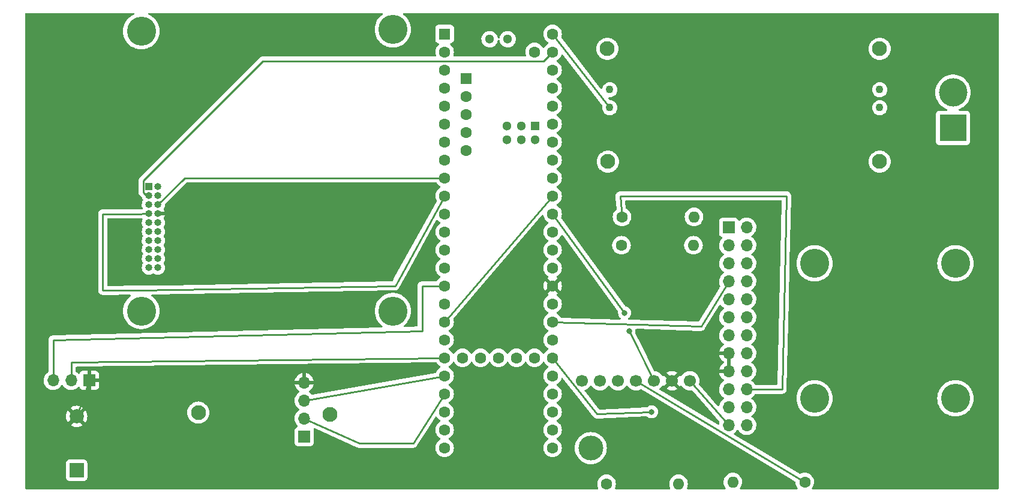
<source format=gbr>
%TF.GenerationSoftware,KiCad,Pcbnew,(6.0.9)*%
%TF.CreationDate,2023-01-16T22:49:09-05:00*%
%TF.ProjectId,rrc_pcb,7272635f-7063-4622-9e6b-696361645f70,rev?*%
%TF.SameCoordinates,Original*%
%TF.FileFunction,Copper,L2,Bot*%
%TF.FilePolarity,Positive*%
%FSLAX46Y46*%
G04 Gerber Fmt 4.6, Leading zero omitted, Abs format (unit mm)*
G04 Created by KiCad (PCBNEW (6.0.9)) date 2023-01-16 22:49:09*
%MOMM*%
%LPD*%
G01*
G04 APERTURE LIST*
%TA.AperFunction,ComponentPad*%
%ADD10C,1.600000*%
%TD*%
%TA.AperFunction,ComponentPad*%
%ADD11O,1.600000X1.600000*%
%TD*%
%TA.AperFunction,WasherPad*%
%ADD12C,4.100000*%
%TD*%
%TA.AperFunction,ComponentPad*%
%ADD13R,1.000000X1.000000*%
%TD*%
%TA.AperFunction,ComponentPad*%
%ADD14O,1.000000X1.000000*%
%TD*%
%TA.AperFunction,ComponentPad*%
%ADD15R,3.800000X3.800000*%
%TD*%
%TA.AperFunction,ComponentPad*%
%ADD16C,4.000000*%
%TD*%
%TA.AperFunction,ComponentPad*%
%ADD17R,1.700000X1.700000*%
%TD*%
%TA.AperFunction,ComponentPad*%
%ADD18O,1.700000X1.700000*%
%TD*%
%TA.AperFunction,ComponentPad*%
%ADD19R,1.600000X1.600000*%
%TD*%
%TA.AperFunction,ComponentPad*%
%ADD20R,1.300000X1.300000*%
%TD*%
%TA.AperFunction,ComponentPad*%
%ADD21C,1.300000*%
%TD*%
%TA.AperFunction,ComponentPad*%
%ADD22C,3.500000*%
%TD*%
%TA.AperFunction,ComponentPad*%
%ADD23C,1.700000*%
%TD*%
%TA.AperFunction,ComponentPad*%
%ADD24R,2.000000X2.000000*%
%TD*%
%TA.AperFunction,ComponentPad*%
%ADD25C,2.000000*%
%TD*%
%TA.AperFunction,WasherPad*%
%ADD26C,2.100000*%
%TD*%
%TA.AperFunction,ComponentPad*%
%ADD27C,1.100000*%
%TD*%
%TA.AperFunction,ViaPad*%
%ADD28C,0.800000*%
%TD*%
%TA.AperFunction,Conductor*%
%ADD29C,0.250000*%
%TD*%
G04 APERTURE END LIST*
D10*
%TO.P,R2,1*%
%TO.N,SDA*%
X126564950Y-53950936D03*
D11*
%TO.P,R2,2*%
%TO.N,T_VCC*%
X136724950Y-53950936D03*
%TD*%
D12*
%TO.P,radio,*%
%TO.N,*%
X94293628Y-23492417D03*
X58793628Y-23742417D03*
X58793628Y-63242417D03*
X94293628Y-63242417D03*
D13*
%TO.P,radio,1,EXT_PWR*%
%TO.N,VCC*%
X59870150Y-45677500D03*
D14*
%TO.P,radio,2,EXT_PWR*%
%TO.N,unconnected-(U1-Pad2)*%
X61140150Y-45677500D03*
%TO.P,radio,3,EXT_GND*%
%TO.N,GND*%
X59870150Y-46947500D03*
%TO.P,radio,4,EXT_GND*%
%TO.N,unconnected-(U1-Pad4)*%
X61140150Y-46947500D03*
%TO.P,radio,5,ON_OFF*%
%TO.N,unconnected-(U1-Pad5)*%
X59870150Y-48217500D03*
%TO.P,radio,6,DF_S_TX*%
%TO.N,RX2*%
X61140150Y-48217500D03*
%TO.P,radio,7,DF_S_RX*%
%TO.N,TX2*%
X59870150Y-49487500D03*
%TO.P,radio,8,SIG_GND*%
%TO.N,T_GND*%
X61140150Y-49487500D03*
%TO.P,radio,9,DF_DCD*%
%TO.N,unconnected-(U1-Pad9)*%
X59870150Y-50757500D03*
%TO.P,radio,10,DF_DSR*%
%TO.N,unconnected-(U1-Pad10)*%
X61140150Y-50757500D03*
%TO.P,radio,11,DF_CTS*%
%TO.N,unconnected-(U1-Pad11)*%
X59870150Y-52027500D03*
%TO.P,radio,12,DF_RI*%
%TO.N,unconnected-(U1-Pad12)*%
X61140150Y-52027500D03*
%TO.P,radio,13,DF_RTS*%
%TO.N,unconnected-(U1-Pad13)*%
X59870150Y-53297500D03*
%TO.P,radio,14,DF_DTR*%
%TO.N,unconnected-(U1-Pad14)*%
X61140150Y-53297500D03*
%TO.P,radio,15,SIG_GND*%
%TO.N,unconnected-(U1-Pad15)*%
X59870150Y-54567500D03*
%TO.P,radio,16,RESERVED*%
%TO.N,unconnected-(U1-Pad16)*%
X61140150Y-54567500D03*
%TO.P,radio,17,RESERVED*%
%TO.N,unconnected-(U1-Pad17)*%
X59870150Y-55837500D03*
%TO.P,radio,18,SIG_GND*%
%TO.N,unconnected-(U1-Pad18)*%
X61140150Y-55837500D03*
%TO.P,radio,19,NETWORK_AVAILABLE*%
%TO.N,unconnected-(U1-Pad19)*%
X59870150Y-57107500D03*
%TO.P,radio,20,SUPPLY_OUT*%
%TO.N,unconnected-(U1-Pad20)*%
X61140150Y-57107500D03*
%TD*%
D10*
%TO.P,R3,1*%
%TO.N,SCL1*%
X124460000Y-87630000D03*
D11*
%TO.P,R3,2*%
%TO.N,T_VCC*%
X134620000Y-87630000D03*
%TD*%
D10*
%TO.P,R4,1*%
%TO.N,SDA1*%
X152440461Y-87377794D03*
D11*
%TO.P,R4,2*%
%TO.N,T_VCC*%
X142280461Y-87377794D03*
%TD*%
D10*
%TO.P,R1,1*%
%TO.N,SCL*%
X126644699Y-49963495D03*
D11*
%TO.P,R1,2*%
%TO.N,T_VCC*%
X136804699Y-49963495D03*
%TD*%
D15*
%TO.P,Batt.,1,Pin_1*%
%TO.N,Net-(J1-Pad1)*%
X173355000Y-37385000D03*
D16*
%TO.P,Batt.,2,Pin_2*%
%TO.N,Net-(J1-Pad2)*%
X173355000Y-32385000D03*
%TD*%
D12*
%TO.P,IMU,*%
%TO.N,*%
X153815516Y-56512137D03*
X153815516Y-75562137D03*
X173700612Y-75562137D03*
X173700612Y-56512137D03*
D17*
%TO.P,IMU,1,AUX_DA*%
%TO.N,unconnected-(U4-Pad1)*%
X141695612Y-51432137D03*
D18*
%TO.P,IMU,2,NC*%
%TO.N,unconnected-(U4-Pad2)*%
X144235612Y-51432137D03*
%TO.P,IMU,3,AUX_CL*%
%TO.N,unconnected-(U4-Pad3)*%
X141695612Y-53972137D03*
%TO.P,IMU,4,NC*%
%TO.N,unconnected-(U4-Pad4)*%
X144235612Y-53972137D03*
%TO.P,IMU,5,1V8*%
%TO.N,unconnected-(U4-Pad5)*%
X141695612Y-56512137D03*
%TO.P,IMU,6,DRDY*%
%TO.N,unconnected-(U4-Pad6)*%
X144235612Y-56512137D03*
%TO.P,IMU,7,INT1*%
%TO.N,INT1*%
X141695612Y-59052137D03*
%TO.P,IMU,8,~{CS}*%
%TO.N,unconnected-(U4-Pad8)*%
X144235612Y-59052137D03*
%TO.P,IMU,9,NC*%
%TO.N,unconnected-(U4-Pad9)*%
X141695612Y-61592137D03*
%TO.P,IMU,10,DRDY-CMP*%
%TO.N,unconnected-(U4-Pad10)*%
X144235612Y-61592137D03*
%TO.P,IMU,11,TP0*%
%TO.N,unconnected-(U4-Pad11)*%
X141695612Y-64132137D03*
%TO.P,IMU,12,NC*%
%TO.N,unconnected-(U4-Pad12)*%
X144235612Y-64132137D03*
%TO.P,IMU,13,Vpp*%
%TO.N,unconnected-(U4-Pad13)*%
X141695612Y-66672137D03*
%TO.P,IMU,14,NC*%
%TO.N,unconnected-(U4-Pad14)*%
X144235612Y-66672137D03*
%TO.P,IMU,15,GND*%
%TO.N,T_GND*%
X141695612Y-69212137D03*
%TO.P,IMU,16,NC*%
%TO.N,unconnected-(U4-Pad16)*%
X144235612Y-69212137D03*
%TO.P,IMU,17,GND*%
%TO.N,T_GND*%
X141695612Y-71752137D03*
%TO.P,IMU,18,REGOUT*%
%TO.N,unconnected-(U4-Pad18)*%
X144235612Y-71752137D03*
%TO.P,IMU,19,NC*%
%TO.N,unconnected-(U4-Pad19)*%
X141695612Y-74292137D03*
%TO.P,IMU,20,SCL/SCLK*%
%TO.N,SCL*%
X144235612Y-74292137D03*
%TO.P,IMU,21,FSYNC*%
%TO.N,FSYNC*%
X141695612Y-76832137D03*
%TO.P,IMU,22,SDA/SDI*%
%TO.N,SDA*%
X144235612Y-76832137D03*
%TO.P,IMU,23,Vin*%
%TO.N,T_VCC*%
X141695612Y-79372137D03*
%TO.P,IMU,24,AD0/SDO*%
%TO.N,unconnected-(U4-Pad24)*%
X144235612Y-79372137D03*
%TD*%
D19*
%TO.P,U2,1,GND*%
%TO.N,unconnected-(U2-Pad1)*%
X101600000Y-24130000D03*
D10*
%TO.P,U2,2,0_RX1_CRX2_CS1*%
%TO.N,unconnected-(U2-Pad2)*%
X101600000Y-26670000D03*
%TO.P,U2,3,1_TX1_CTX2_MISO1*%
%TO.N,unconnected-(U2-Pad3)*%
X101600000Y-29210000D03*
%TO.P,U2,4,2_OUT2*%
%TO.N,unconnected-(U2-Pad4)*%
X101600000Y-31750000D03*
%TO.P,U2,5,3_LRCLK2*%
%TO.N,unconnected-(U2-Pad5)*%
X101600000Y-34290000D03*
%TO.P,U2,6,4_BCLK2*%
%TO.N,unconnected-(U2-Pad6)*%
X101600000Y-36830000D03*
%TO.P,U2,7,5_IN2*%
%TO.N,unconnected-(U2-Pad7)*%
X101600000Y-39370000D03*
%TO.P,U2,8,6_OUT1D*%
%TO.N,unconnected-(U2-Pad8)*%
X101600000Y-41910000D03*
%TO.P,U2,9,7_RX2_OUT1A*%
%TO.N,RX2*%
X101600000Y-44450000D03*
%TO.P,U2,10,8_TX2_IN1*%
%TO.N,TX2*%
X101600000Y-46990000D03*
%TO.P,U2,11,9_OUT1C*%
%TO.N,unconnected-(U2-Pad11)*%
X101600000Y-49530000D03*
%TO.P,U2,12,10_CS_MQSR*%
%TO.N,unconnected-(U2-Pad12)*%
X101600000Y-52070000D03*
%TO.P,U2,13,11_MOSI_CTX1*%
%TO.N,unconnected-(U2-Pad13)*%
X101600000Y-54610000D03*
%TO.P,U2,14,12_MISO_MQSL*%
%TO.N,unconnected-(U2-Pad14)*%
X101600000Y-57150000D03*
%TO.P,U2,15,3V3*%
%TO.N,T_VCC*%
X101600000Y-59690000D03*
%TO.P,U2,16,24_A10_TX6_SCL2*%
%TO.N,unconnected-(U2-Pad16)*%
X101600000Y-62230000D03*
%TO.P,U2,17,25_A11_RX6_SDA2*%
%TO.N,SDA1*%
X101600000Y-64770000D03*
%TO.P,U2,18,26_A12_MOSI1*%
%TO.N,Net-(BZ1-Pad1)*%
X101600000Y-67310000D03*
%TO.P,U2,19,27_A13_SCK1*%
%TO.N,Net-(J2-Pad2)*%
X101600000Y-69850000D03*
%TO.P,U2,20,28_RX7*%
%TO.N,RX7*%
X101600000Y-72390000D03*
%TO.P,U2,21,29_TX7*%
%TO.N,TX7*%
X101600000Y-74930000D03*
%TO.P,U2,22,30_CRX3*%
%TO.N,unconnected-(U2-Pad22)*%
X101600000Y-77470000D03*
%TO.P,U2,23,31_CTX3*%
%TO.N,unconnected-(U2-Pad23)*%
X101600000Y-80010000D03*
%TO.P,U2,24,32_OUT1B*%
%TO.N,unconnected-(U2-Pad24)*%
X101600000Y-82550000D03*
%TO.P,U2,25,33_MCLK2*%
%TO.N,unconnected-(U2-Pad25)*%
X116840000Y-82550000D03*
%TO.P,U2,26,34_RX8*%
%TO.N,unconnected-(U2-Pad26)*%
X116840000Y-80010000D03*
%TO.P,U2,27,35_TX8*%
%TO.N,unconnected-(U2-Pad27)*%
X116840000Y-77470000D03*
%TO.P,U2,28,36_CS*%
%TO.N,unconnected-(U2-Pad28)*%
X116840000Y-74930000D03*
%TO.P,U2,29,37_CS*%
%TO.N,unconnected-(U2-Pad29)*%
X116840000Y-72390000D03*
%TO.P,U2,30,38_CS1_IN1*%
%TO.N,FSYNC*%
X116840000Y-69850000D03*
%TO.P,U2,31,39_MISO1_OUT1A*%
%TO.N,unconnected-(U2-Pad31)*%
X116840000Y-67310000D03*
%TO.P,U2,32,40_A16*%
%TO.N,INT1*%
X116840000Y-64770000D03*
%TO.P,U2,33,41_A17*%
%TO.N,unconnected-(U2-Pad33)*%
X116840000Y-62230000D03*
%TO.P,U2,34,GND*%
%TO.N,T_GND*%
X116840000Y-59690000D03*
%TO.P,U2,35,13_SCK_LED*%
%TO.N,unconnected-(U2-Pad35)*%
X116840000Y-57150000D03*
%TO.P,U2,36,14_A0_TX3_SPDIF_OUT*%
%TO.N,unconnected-(U2-Pad36)*%
X116840000Y-54610000D03*
%TO.P,U2,37,15_A1_RX3_SPDIF_IN*%
%TO.N,unconnected-(U2-Pad37)*%
X116840000Y-52070000D03*
%TO.P,U2,38,16_A2_RX4_SCL1*%
%TO.N,SCL1*%
X116840000Y-49530000D03*
%TO.P,U2,39,17_A3_TX4_SDA1*%
%TO.N,SDA1*%
X116840000Y-46990000D03*
%TO.P,U2,40,18_A4_SDA*%
%TO.N,SDA*%
X116840000Y-44450000D03*
%TO.P,U2,41,19_A5_SCL*%
%TO.N,SCL*%
X116840000Y-41910000D03*
%TO.P,U2,42,20_A6_TX5_LRCLK1*%
%TO.N,unconnected-(U2-Pad42)*%
X116840000Y-39370000D03*
%TO.P,U2,43,21_A7_RX5_BCLK1*%
%TO.N,unconnected-(U2-Pad43)*%
X116840000Y-36830000D03*
%TO.P,U2,44,22_A8_CTX1*%
%TO.N,unconnected-(U2-Pad44)*%
X116840000Y-34290000D03*
%TO.P,U2,45,23_A9_CRX1_MCLK1*%
%TO.N,unconnected-(U2-Pad45)*%
X116840000Y-31750000D03*
%TO.P,U2,46,3V3*%
%TO.N,unconnected-(U2-Pad46)*%
X116840000Y-29210000D03*
%TO.P,U2,47,GND*%
%TO.N,GND*%
X116840000Y-26670000D03*
%TO.P,U2,48,VIN*%
%TO.N,VCC*%
X116840000Y-24130000D03*
%TO.P,U2,49,VUSB*%
%TO.N,unconnected-(U2-Pad49)*%
X114300000Y-26670000D03*
%TO.P,U2,50,VBAT*%
%TO.N,unconnected-(U2-Pad50)*%
X104140000Y-69850000D03*
%TO.P,U2,51,3V3*%
%TO.N,unconnected-(U2-Pad51)*%
X106680000Y-69850000D03*
%TO.P,U2,52,GND*%
%TO.N,unconnected-(U2-Pad52)*%
X109220000Y-69850000D03*
%TO.P,U2,53,PROGRAM*%
%TO.N,unconnected-(U2-Pad53)*%
X111760000Y-69850000D03*
%TO.P,U2,54,ON_OFF*%
%TO.N,unconnected-(U2-Pad54)*%
X114300000Y-69850000D03*
D19*
%TO.P,U2,55,5V*%
%TO.N,unconnected-(U2-Pad55)*%
X104650800Y-30429200D03*
D10*
%TO.P,U2,56,D-*%
%TO.N,unconnected-(U2-Pad56)*%
X104650800Y-32969200D03*
%TO.P,U2,57,D+*%
%TO.N,unconnected-(U2-Pad57)*%
X104650800Y-35509200D03*
%TO.P,U2,58,GND*%
%TO.N,unconnected-(U2-Pad58)*%
X104650800Y-38049200D03*
%TO.P,U2,59,GND*%
%TO.N,unconnected-(U2-Pad59)*%
X104650800Y-40589200D03*
D20*
%TO.P,U2,60,R+*%
%TO.N,unconnected-(U2-Pad60)*%
X114401600Y-37100000D03*
D21*
%TO.P,U2,61,LED*%
%TO.N,unconnected-(U2-Pad61)*%
X112401600Y-37100000D03*
%TO.P,U2,62,T-*%
%TO.N,unconnected-(U2-Pad62)*%
X110401600Y-37100000D03*
%TO.P,U2,63,T+*%
%TO.N,unconnected-(U2-Pad63)*%
X110401600Y-39100000D03*
%TO.P,U2,64,GND*%
%TO.N,unconnected-(U2-Pad64)*%
X112401600Y-39100000D03*
%TO.P,U2,65,R-*%
%TO.N,unconnected-(U2-Pad65)*%
X114401600Y-39100000D03*
%TO.P,U2,66,D-*%
%TO.N,unconnected-(U2-Pad66)*%
X110490000Y-24860000D03*
%TO.P,U2,67,D+*%
%TO.N,unconnected-(U2-Pad67)*%
X107950000Y-24860000D03*
%TD*%
D17*
%TO.P,J2,1,Pin_1*%
%TO.N,T_GND*%
X51435000Y-73025000D03*
D18*
%TO.P,J2,2,Pin_2*%
%TO.N,Net-(J2-Pad2)*%
X48895000Y-73025000D03*
%TO.P,J2,3,Pin_3*%
%TO.N,T_VCC*%
X46355000Y-73025000D03*
%TD*%
D22*
%TO.P,Barometer,*%
%TO.N,*%
X122233239Y-82593571D03*
D23*
%TO.P,Barometer,1,VCC*%
%TO.N,T_VCC*%
X136203239Y-73088571D03*
%TO.P,Barometer,2,GND*%
%TO.N,T_GND*%
X133663239Y-73088571D03*
%TO.P,Barometer,3,SCL*%
%TO.N,SCL1*%
X131123239Y-73088571D03*
%TO.P,Barometer,4,SDA*%
%TO.N,SDA1*%
X128583239Y-73088571D03*
%TO.P,Barometer,5,CSB*%
%TO.N,unconnected-(U5-Pad5)*%
X126043239Y-73088571D03*
%TO.P,Barometer,6,SDD*%
%TO.N,unconnected-(U5-Pad6)*%
X123503239Y-73088571D03*
%TO.P,Barometer,7,PS*%
%TO.N,unconnected-(U5-Pad7)*%
X120963239Y-73088571D03*
%TD*%
D24*
%TO.P,BZ1,1,-*%
%TO.N,Net-(BZ1-Pad1)*%
X49668154Y-85722249D03*
D25*
%TO.P,BZ1,2,+*%
%TO.N,T_GND*%
X49668154Y-78122249D03*
%TD*%
D26*
%TO.P,GPS,*%
%TO.N,*%
X85416876Y-77829556D03*
X66836328Y-77574650D03*
D17*
%TO.P,GPS,1,VCC*%
%TO.N,VCC*%
X81786437Y-80964650D03*
D18*
%TO.P,GPS,2,RX*%
%TO.N,TX7*%
X81786437Y-78424650D03*
%TO.P,GPS,3,TX*%
%TO.N,RX7*%
X81786437Y-75884650D03*
%TO.P,GPS,4,GND*%
%TO.N,T_GND*%
X81786437Y-73344650D03*
%TD*%
D26*
%TO.P,Volt. Reg.,*%
%TO.N,*%
X124573223Y-26235000D03*
X163010000Y-26235000D03*
X163010000Y-42155000D03*
X124650000Y-42155000D03*
D27*
%TO.P,Volt. Reg.,1,7.2V*%
%TO.N,Net-(J1-Pad1)*%
X163010000Y-34535000D03*
%TO.P,Volt. Reg.,2,GND*%
%TO.N,Net-(J1-Pad2)*%
X163010000Y-31995000D03*
%TO.P,Volt. Reg.,3,5V*%
%TO.N,VCC*%
X124910000Y-34535000D03*
%TO.P,Volt. Reg.,4,GND*%
%TO.N,GND*%
X124910000Y-31995000D03*
%TD*%
D28*
%TO.N,SCL1*%
X127000000Y-63500000D03*
X127635000Y-66040000D03*
%TO.N,T_GND*%
X54610000Y-58420000D03*
%TO.N,FSYNC*%
X130810000Y-77470000D03*
%TD*%
D29*
%TO.N,GND*%
X75957650Y-27940000D02*
X115570000Y-27940000D01*
X59870150Y-46947500D02*
X59490150Y-46947500D01*
X59045150Y-46502500D02*
X59045150Y-44852500D01*
X59045150Y-44852500D02*
X75957650Y-27940000D01*
X115570000Y-27940000D02*
X116840000Y-26670000D01*
X59490150Y-46947500D02*
X59045150Y-46502500D01*
%TO.N,VCC*%
X124910000Y-34535000D02*
X116840000Y-24130000D01*
%TO.N,T_VCC*%
X46355000Y-67310000D02*
X98425000Y-66040000D01*
X98425000Y-66040000D02*
X98425000Y-59690000D01*
X98425000Y-59690000D02*
X101600000Y-59690000D01*
X136203239Y-73088571D02*
X141695612Y-79372137D01*
X46355000Y-73025000D02*
X46355000Y-67310000D01*
%TO.N,Net-(J2-Pad2)*%
X48895000Y-73025000D02*
X48895000Y-70485000D01*
X48895000Y-70485000D02*
X101600000Y-69850000D01*
%TO.N,SCL1*%
X131123239Y-73088571D02*
X127635000Y-66040000D01*
X116840000Y-49530000D02*
X127000000Y-63500000D01*
%TO.N,SDA1*%
X116840000Y-46990000D02*
X101600000Y-64770000D01*
X128583239Y-73088571D02*
X152440461Y-87377794D01*
%TO.N,TX2*%
X57785000Y-60325000D02*
X58409237Y-60314237D01*
X94615000Y-59690000D02*
X101600000Y-46990000D01*
X57785000Y-49530000D02*
X53340000Y-49530000D01*
X59870150Y-49487500D02*
X57785000Y-49530000D01*
X53340000Y-60325000D02*
X58409237Y-60314237D01*
X58409237Y-60314237D02*
X94615000Y-59690000D01*
X53340000Y-49530000D02*
X53340000Y-60325000D01*
%TO.N,RX2*%
X64907650Y-44450000D02*
X61140150Y-48217500D01*
X101600000Y-44450000D02*
X64907650Y-44450000D01*
%TO.N,SCL*%
X126644699Y-49963495D02*
X126365000Y-46990000D01*
X149225000Y-74295000D02*
X144235612Y-74292137D01*
X126365000Y-46990000D02*
X149860000Y-46990000D01*
X149860000Y-46990000D02*
X149225000Y-74295000D01*
%TO.N,T_GND*%
X49668154Y-78122249D02*
X51435000Y-73025000D01*
X64770000Y-49530000D02*
X61140150Y-49487500D01*
X64803716Y-58558895D02*
X64770000Y-49530000D01*
X51435000Y-73025000D02*
X81786437Y-73344650D01*
X54610000Y-58420000D02*
X64803716Y-58558895D01*
%TO.N,INT1*%
X141695612Y-59052137D02*
X137795000Y-65405000D01*
X137795000Y-65405000D02*
X116840000Y-64770000D01*
%TO.N,FSYNC*%
X123100105Y-77778362D02*
X130810000Y-77470000D01*
X116840000Y-69850000D02*
X123100105Y-77778362D01*
%TO.N,RX7*%
X81786437Y-75884650D02*
X101600000Y-72390000D01*
%TO.N,TX7*%
X81786437Y-78424650D02*
X89535000Y-81915000D01*
X97155000Y-81915000D02*
X101600000Y-74930000D01*
X89535000Y-81915000D02*
X97155000Y-81915000D01*
%TD*%
%TA.AperFunction,Conductor*%
%TO.N,T_GND*%
G36*
X57760408Y-21185217D02*
G01*
X57806901Y-21238873D01*
X57817005Y-21309147D01*
X57787511Y-21373727D01*
X57738672Y-21408366D01*
X57702118Y-21422839D01*
X57420004Y-21577933D01*
X57159554Y-21767161D01*
X56924874Y-21987540D01*
X56719665Y-22235595D01*
X56547164Y-22507413D01*
X56545480Y-22510992D01*
X56545476Y-22510999D01*
X56411780Y-22795118D01*
X56410091Y-22798708D01*
X56408865Y-22802480D01*
X56408865Y-22802481D01*
X56379034Y-22894293D01*
X56310608Y-23104886D01*
X56250283Y-23421118D01*
X56230069Y-23742417D01*
X56250283Y-24063716D01*
X56310608Y-24379948D01*
X56311835Y-24383724D01*
X56406131Y-24673937D01*
X56410091Y-24686126D01*
X56411778Y-24689712D01*
X56411780Y-24689716D01*
X56545476Y-24973835D01*
X56545480Y-24973842D01*
X56547164Y-24977421D01*
X56719665Y-25249239D01*
X56924874Y-25497294D01*
X57159554Y-25717673D01*
X57162756Y-25720000D01*
X57162758Y-25720001D01*
X57218024Y-25760154D01*
X57420004Y-25906901D01*
X57702118Y-26061995D01*
X58001445Y-26180506D01*
X58005275Y-26181489D01*
X58005283Y-26181492D01*
X58178893Y-26226067D01*
X58313265Y-26260568D01*
X58317193Y-26261064D01*
X58317197Y-26261065D01*
X58443790Y-26277057D01*
X58632661Y-26300917D01*
X58954595Y-26300917D01*
X59143466Y-26277057D01*
X59270059Y-26261065D01*
X59270063Y-26261064D01*
X59273991Y-26260568D01*
X59408363Y-26226067D01*
X59581973Y-26181492D01*
X59581981Y-26181489D01*
X59585811Y-26180506D01*
X59885138Y-26061995D01*
X60167252Y-25906901D01*
X60369232Y-25760154D01*
X60424498Y-25720001D01*
X60424500Y-25720000D01*
X60427702Y-25717673D01*
X60662382Y-25497294D01*
X60867591Y-25249239D01*
X61040092Y-24977421D01*
X61041776Y-24973842D01*
X61041780Y-24973835D01*
X61175476Y-24689716D01*
X61175478Y-24689712D01*
X61177165Y-24686126D01*
X61181126Y-24673937D01*
X61275421Y-24383724D01*
X61276648Y-24379948D01*
X61336973Y-24063716D01*
X61357187Y-23742417D01*
X61336973Y-23421118D01*
X61276648Y-23104886D01*
X61208222Y-22894293D01*
X61178391Y-22802481D01*
X61178391Y-22802480D01*
X61177165Y-22798708D01*
X61175476Y-22795118D01*
X61041780Y-22510999D01*
X61041776Y-22510992D01*
X61040092Y-22507413D01*
X60867591Y-22235595D01*
X60662382Y-21987540D01*
X60427702Y-21767161D01*
X60167252Y-21577933D01*
X59885138Y-21422839D01*
X59848584Y-21408367D01*
X59792611Y-21364692D01*
X59769135Y-21297689D01*
X59785611Y-21228631D01*
X59836807Y-21179442D01*
X59894969Y-21165215D01*
X92756178Y-21165215D01*
X92824299Y-21185217D01*
X92870792Y-21238873D01*
X92880896Y-21309147D01*
X92851402Y-21373727D01*
X92830239Y-21393151D01*
X92659554Y-21517161D01*
X92424874Y-21737540D01*
X92219665Y-21985595D01*
X92047164Y-22257413D01*
X92045480Y-22260992D01*
X92045476Y-22260999D01*
X91911780Y-22545118D01*
X91910091Y-22548708D01*
X91810608Y-22854886D01*
X91750283Y-23171118D01*
X91730069Y-23492417D01*
X91750283Y-23813716D01*
X91810608Y-24129948D01*
X91910091Y-24436126D01*
X91911778Y-24439712D01*
X91911780Y-24439716D01*
X92045476Y-24723835D01*
X92045480Y-24723842D01*
X92047164Y-24727421D01*
X92219665Y-24999239D01*
X92222184Y-25002285D01*
X92222187Y-25002288D01*
X92259768Y-25047715D01*
X92424874Y-25247294D01*
X92427761Y-25250005D01*
X92631929Y-25441731D01*
X92659554Y-25467673D01*
X92920004Y-25656901D01*
X93202118Y-25811995D01*
X93501445Y-25930506D01*
X93505275Y-25931489D01*
X93505283Y-25931492D01*
X93701941Y-25981985D01*
X93813265Y-26010568D01*
X93817193Y-26011064D01*
X93817197Y-26011065D01*
X93943790Y-26027057D01*
X94132661Y-26050917D01*
X94454595Y-26050917D01*
X94643466Y-26027057D01*
X94770059Y-26011065D01*
X94770063Y-26011064D01*
X94773991Y-26010568D01*
X94885315Y-25981985D01*
X95081973Y-25931492D01*
X95081981Y-25931489D01*
X95085811Y-25930506D01*
X95385138Y-25811995D01*
X95667252Y-25656901D01*
X95927702Y-25467673D01*
X95955328Y-25441731D01*
X96159495Y-25250005D01*
X96162382Y-25247294D01*
X96327488Y-25047715D01*
X96365069Y-25002288D01*
X96365072Y-25002285D01*
X96367591Y-24999239D01*
X96540092Y-24727421D01*
X96541776Y-24723842D01*
X96541780Y-24723835D01*
X96675476Y-24439716D01*
X96675478Y-24439712D01*
X96677165Y-24436126D01*
X96776648Y-24129948D01*
X96836973Y-23813716D01*
X96857187Y-23492417D01*
X96836973Y-23171118D01*
X96776648Y-22854886D01*
X96677165Y-22548708D01*
X96675476Y-22545118D01*
X96541780Y-22260999D01*
X96541776Y-22260992D01*
X96540092Y-22257413D01*
X96367591Y-21985595D01*
X96162382Y-21737540D01*
X95927702Y-21517161D01*
X95757017Y-21393151D01*
X95713663Y-21336929D01*
X95707588Y-21266193D01*
X95740719Y-21203401D01*
X95802539Y-21168489D01*
X95831078Y-21165215D01*
X179705500Y-21165215D01*
X179773621Y-21185217D01*
X179820114Y-21238873D01*
X179831500Y-21291215D01*
X179831500Y-88265500D01*
X179811498Y-88333621D01*
X179757842Y-88380114D01*
X179705500Y-88391500D01*
X153570084Y-88391500D01*
X153501963Y-88371498D01*
X153455470Y-88317842D01*
X153445366Y-88247568D01*
X153466871Y-88193229D01*
X153574827Y-88039052D01*
X153574828Y-88039050D01*
X153577984Y-88034543D01*
X153580307Y-88029561D01*
X153580310Y-88029556D01*
X153672422Y-87832019D01*
X153672422Y-87832018D01*
X153674745Y-87827037D01*
X153734004Y-87605881D01*
X153753959Y-87377794D01*
X153734004Y-87149707D01*
X153718244Y-87090891D01*
X153676168Y-86933861D01*
X153676167Y-86933859D01*
X153674745Y-86928551D01*
X153672422Y-86923569D01*
X153580310Y-86726032D01*
X153580307Y-86726027D01*
X153577984Y-86721045D01*
X153446659Y-86533494D01*
X153284761Y-86371596D01*
X153280253Y-86368439D01*
X153280250Y-86368437D01*
X153202072Y-86313696D01*
X153097210Y-86240271D01*
X153092228Y-86237948D01*
X153092223Y-86237945D01*
X152894686Y-86145833D01*
X152894685Y-86145833D01*
X152889704Y-86143510D01*
X152884396Y-86142088D01*
X152884394Y-86142087D01*
X152673863Y-86085675D01*
X152673861Y-86085675D01*
X152668548Y-86084251D01*
X152440461Y-86064296D01*
X152212374Y-86084251D01*
X152207061Y-86085675D01*
X152207059Y-86085675D01*
X151996528Y-86142087D01*
X151996526Y-86142088D01*
X151991218Y-86143510D01*
X151986236Y-86145833D01*
X151986231Y-86145835D01*
X151838951Y-86214512D01*
X151768760Y-86225173D01*
X151720959Y-86208411D01*
X146354080Y-82993933D01*
X142498691Y-80684758D01*
X142450530Y-80632597D01*
X142438214Y-80562677D01*
X142465655Y-80497198D01*
X142490267Y-80474086D01*
X142571268Y-80416309D01*
X142571271Y-80416307D01*
X142575472Y-80413310D01*
X142733708Y-80255626D01*
X142864065Y-80074214D01*
X142865388Y-80075165D01*
X142912257Y-80031994D01*
X142982192Y-80019762D01*
X143047638Y-80047281D01*
X143075487Y-80079131D01*
X143135599Y-80177225D01*
X143281862Y-80346075D01*
X143453738Y-80488769D01*
X143646612Y-80601475D01*
X143855304Y-80681167D01*
X143860372Y-80682198D01*
X143860375Y-80682199D01*
X143967629Y-80704020D01*
X144074209Y-80725704D01*
X144079384Y-80725894D01*
X144079386Y-80725894D01*
X144292285Y-80733701D01*
X144292289Y-80733701D01*
X144297449Y-80733890D01*
X144302569Y-80733234D01*
X144302571Y-80733234D01*
X144513900Y-80706162D01*
X144513901Y-80706162D01*
X144519028Y-80705505D01*
X144523978Y-80704020D01*
X144728041Y-80642798D01*
X144728046Y-80642796D01*
X144732996Y-80641311D01*
X144933606Y-80543033D01*
X145115472Y-80413310D01*
X145273708Y-80255626D01*
X145404065Y-80074214D01*
X145409549Y-80063119D01*
X145500748Y-79878590D01*
X145500749Y-79878588D01*
X145503042Y-79873948D01*
X145567982Y-79660206D01*
X145597141Y-79438727D01*
X145598768Y-79372137D01*
X145580464Y-79149498D01*
X145526043Y-78932839D01*
X145436966Y-78727977D01*
X145359041Y-78607523D01*
X145318434Y-78544754D01*
X145318432Y-78544751D01*
X145315626Y-78540414D01*
X145165282Y-78375188D01*
X145161231Y-78371989D01*
X145161227Y-78371985D01*
X144994026Y-78239937D01*
X144994022Y-78239935D01*
X144989971Y-78236735D01*
X144948665Y-78213933D01*
X144898696Y-78163501D01*
X144883924Y-78094058D01*
X144909040Y-78027653D01*
X144936392Y-78001046D01*
X145002411Y-77953955D01*
X145115472Y-77873310D01*
X145164327Y-77824626D01*
X145231477Y-77757710D01*
X145273708Y-77715626D01*
X145320695Y-77650237D01*
X145401047Y-77538414D01*
X145404065Y-77534214D01*
X145424932Y-77491994D01*
X145500748Y-77338590D01*
X145500749Y-77338588D01*
X145503042Y-77333948D01*
X145567982Y-77120206D01*
X145597141Y-76898727D01*
X145597365Y-76889579D01*
X145598686Y-76835502D01*
X145598686Y-76835498D01*
X145598768Y-76832137D01*
X145580464Y-76609498D01*
X145526043Y-76392839D01*
X145436966Y-76187977D01*
X145372188Y-76087845D01*
X145318434Y-76004754D01*
X145318432Y-76004751D01*
X145315626Y-76000414D01*
X145165282Y-75835188D01*
X145161231Y-75831989D01*
X145161227Y-75831985D01*
X144994026Y-75699937D01*
X144994022Y-75699935D01*
X144989971Y-75696735D01*
X144948665Y-75673933D01*
X144898696Y-75623501D01*
X144885643Y-75562137D01*
X151251957Y-75562137D01*
X151272171Y-75883436D01*
X151332496Y-76199668D01*
X151333723Y-76203444D01*
X151420078Y-76469217D01*
X151431979Y-76505846D01*
X151433666Y-76509432D01*
X151433668Y-76509436D01*
X151567364Y-76793555D01*
X151567368Y-76793562D01*
X151569052Y-76797141D01*
X151741553Y-77068959D01*
X151744072Y-77072005D01*
X151744075Y-77072008D01*
X151791972Y-77129905D01*
X151946762Y-77317014D01*
X152181442Y-77537393D01*
X152184644Y-77539720D01*
X152184646Y-77539721D01*
X152246966Y-77584999D01*
X152441892Y-77726621D01*
X152724006Y-77881715D01*
X153023333Y-78000226D01*
X153027163Y-78001209D01*
X153027171Y-78001212D01*
X153223829Y-78051705D01*
X153335153Y-78080288D01*
X153339081Y-78080784D01*
X153339085Y-78080785D01*
X153444154Y-78094058D01*
X153654549Y-78120637D01*
X153976483Y-78120637D01*
X154186878Y-78094058D01*
X154291947Y-78080785D01*
X154291951Y-78080784D01*
X154295879Y-78080288D01*
X154407203Y-78051705D01*
X154603861Y-78001212D01*
X154603869Y-78001209D01*
X154607699Y-78000226D01*
X154907026Y-77881715D01*
X155189140Y-77726621D01*
X155384066Y-77584999D01*
X155446386Y-77539721D01*
X155446388Y-77539720D01*
X155449590Y-77537393D01*
X155684270Y-77317014D01*
X155839060Y-77129905D01*
X155886957Y-77072008D01*
X155886960Y-77072005D01*
X155889479Y-77068959D01*
X156061980Y-76797141D01*
X156063664Y-76793562D01*
X156063668Y-76793555D01*
X156197364Y-76509436D01*
X156197366Y-76509432D01*
X156199053Y-76505846D01*
X156210955Y-76469217D01*
X156297309Y-76203444D01*
X156298536Y-76199668D01*
X156358861Y-75883436D01*
X156379075Y-75562137D01*
X171137053Y-75562137D01*
X171157267Y-75883436D01*
X171217592Y-76199668D01*
X171218819Y-76203444D01*
X171305174Y-76469217D01*
X171317075Y-76505846D01*
X171318762Y-76509432D01*
X171318764Y-76509436D01*
X171452460Y-76793555D01*
X171452464Y-76793562D01*
X171454148Y-76797141D01*
X171626649Y-77068959D01*
X171629168Y-77072005D01*
X171629171Y-77072008D01*
X171677068Y-77129905D01*
X171831858Y-77317014D01*
X172066538Y-77537393D01*
X172069740Y-77539720D01*
X172069742Y-77539721D01*
X172132062Y-77584999D01*
X172326988Y-77726621D01*
X172609102Y-77881715D01*
X172908429Y-78000226D01*
X172912259Y-78001209D01*
X172912267Y-78001212D01*
X173108925Y-78051705D01*
X173220249Y-78080288D01*
X173224177Y-78080784D01*
X173224181Y-78080785D01*
X173329250Y-78094058D01*
X173539645Y-78120637D01*
X173861579Y-78120637D01*
X174071974Y-78094058D01*
X174177043Y-78080785D01*
X174177047Y-78080784D01*
X174180975Y-78080288D01*
X174292299Y-78051705D01*
X174488957Y-78001212D01*
X174488965Y-78001209D01*
X174492795Y-78000226D01*
X174792122Y-77881715D01*
X175074236Y-77726621D01*
X175269162Y-77584999D01*
X175331482Y-77539721D01*
X175331484Y-77539720D01*
X175334686Y-77537393D01*
X175569366Y-77317014D01*
X175724156Y-77129905D01*
X175772053Y-77072008D01*
X175772056Y-77072005D01*
X175774575Y-77068959D01*
X175947076Y-76797141D01*
X175948760Y-76793562D01*
X175948764Y-76793555D01*
X176082460Y-76509436D01*
X176082462Y-76509432D01*
X176084149Y-76505846D01*
X176096051Y-76469217D01*
X176182405Y-76203444D01*
X176183632Y-76199668D01*
X176243957Y-75883436D01*
X176264171Y-75562137D01*
X176243957Y-75240838D01*
X176183632Y-74924606D01*
X176120777Y-74731157D01*
X176085375Y-74622201D01*
X176085375Y-74622200D01*
X176084149Y-74618428D01*
X176058962Y-74564902D01*
X175948764Y-74330719D01*
X175948760Y-74330712D01*
X175947076Y-74327133D01*
X175944163Y-74322542D01*
X175821114Y-74128649D01*
X175774575Y-74055315D01*
X175770733Y-74050670D01*
X175698573Y-73963444D01*
X175569366Y-73807260D01*
X175390843Y-73639616D01*
X175337573Y-73589592D01*
X175337572Y-73589591D01*
X175334686Y-73586881D01*
X175248642Y-73524366D01*
X175209888Y-73496210D01*
X175074236Y-73397653D01*
X174792122Y-73242559D01*
X174492795Y-73124048D01*
X174488965Y-73123065D01*
X174488957Y-73123062D01*
X174292166Y-73072535D01*
X174180975Y-73043986D01*
X174177047Y-73043490D01*
X174177043Y-73043489D01*
X174030685Y-73025000D01*
X173861579Y-73003637D01*
X173539645Y-73003637D01*
X173370539Y-73025000D01*
X173224181Y-73043489D01*
X173224177Y-73043490D01*
X173220249Y-73043986D01*
X173109058Y-73072535D01*
X172912267Y-73123062D01*
X172912259Y-73123065D01*
X172908429Y-73124048D01*
X172609102Y-73242559D01*
X172326988Y-73397653D01*
X172191336Y-73496210D01*
X172152583Y-73524366D01*
X172066538Y-73586881D01*
X172063652Y-73589591D01*
X172063651Y-73589592D01*
X172010381Y-73639616D01*
X171831858Y-73807260D01*
X171702651Y-73963444D01*
X171630492Y-74050670D01*
X171626649Y-74055315D01*
X171580110Y-74128649D01*
X171457062Y-74322542D01*
X171454148Y-74327133D01*
X171452464Y-74330712D01*
X171452460Y-74330719D01*
X171342262Y-74564902D01*
X171317075Y-74618428D01*
X171315849Y-74622200D01*
X171315849Y-74622201D01*
X171280447Y-74731157D01*
X171217592Y-74924606D01*
X171157267Y-75240838D01*
X171137053Y-75562137D01*
X156379075Y-75562137D01*
X156358861Y-75240838D01*
X156298536Y-74924606D01*
X156235681Y-74731157D01*
X156200279Y-74622201D01*
X156200279Y-74622200D01*
X156199053Y-74618428D01*
X156173866Y-74564902D01*
X156063668Y-74330719D01*
X156063664Y-74330712D01*
X156061980Y-74327133D01*
X156059067Y-74322542D01*
X155936018Y-74128649D01*
X155889479Y-74055315D01*
X155885637Y-74050670D01*
X155813477Y-73963444D01*
X155684270Y-73807260D01*
X155505747Y-73639616D01*
X155452477Y-73589592D01*
X155452476Y-73589591D01*
X155449590Y-73586881D01*
X155363546Y-73524366D01*
X155324792Y-73496210D01*
X155189140Y-73397653D01*
X154907026Y-73242559D01*
X154607699Y-73124048D01*
X154603869Y-73123065D01*
X154603861Y-73123062D01*
X154407070Y-73072535D01*
X154295879Y-73043986D01*
X154291951Y-73043490D01*
X154291947Y-73043489D01*
X154145589Y-73025000D01*
X153976483Y-73003637D01*
X153654549Y-73003637D01*
X153485443Y-73025000D01*
X153339085Y-73043489D01*
X153339081Y-73043490D01*
X153335153Y-73043986D01*
X153223962Y-73072535D01*
X153027171Y-73123062D01*
X153027163Y-73123065D01*
X153023333Y-73124048D01*
X152724006Y-73242559D01*
X152441892Y-73397653D01*
X152306240Y-73496210D01*
X152267487Y-73524366D01*
X152181442Y-73586881D01*
X152178556Y-73589591D01*
X152178555Y-73589592D01*
X152125285Y-73639616D01*
X151946762Y-73807260D01*
X151817555Y-73963444D01*
X151745396Y-74050670D01*
X151741553Y-74055315D01*
X151695014Y-74128649D01*
X151571966Y-74322542D01*
X151569052Y-74327133D01*
X151567368Y-74330712D01*
X151567364Y-74330719D01*
X151457166Y-74564902D01*
X151431979Y-74618428D01*
X151430753Y-74622200D01*
X151430753Y-74622201D01*
X151395351Y-74731157D01*
X151332496Y-74924606D01*
X151272171Y-75240838D01*
X151251957Y-75562137D01*
X144885643Y-75562137D01*
X144883924Y-75554058D01*
X144909040Y-75487653D01*
X144936392Y-75461046D01*
X145002411Y-75413955D01*
X145115472Y-75333310D01*
X145273708Y-75175626D01*
X145333206Y-75092826D01*
X145363142Y-75051165D01*
X145404065Y-74994214D01*
X145406355Y-74989581D01*
X145407619Y-74987477D01*
X145459849Y-74939388D01*
X145515694Y-74926372D01*
X149144826Y-74928455D01*
X149155585Y-74928921D01*
X149162346Y-74929504D01*
X149170100Y-74931171D01*
X149234844Y-74928606D01*
X149239859Y-74928508D01*
X149252140Y-74928516D01*
X149260532Y-74928521D01*
X149260537Y-74928521D01*
X149264493Y-74928523D01*
X149271798Y-74927604D01*
X149282539Y-74926718D01*
X149305942Y-74925791D01*
X149322110Y-74925151D01*
X149322112Y-74925151D01*
X149330035Y-74924837D01*
X149346249Y-74919983D01*
X149366655Y-74915676D01*
X149383442Y-74913565D01*
X149390809Y-74910653D01*
X149390817Y-74910651D01*
X149427644Y-74896094D01*
X149437822Y-74892566D01*
X149475779Y-74881202D01*
X149475783Y-74881200D01*
X149483369Y-74878929D01*
X149497868Y-74870194D01*
X149516563Y-74860947D01*
X149532296Y-74854728D01*
X149553585Y-74839280D01*
X149570765Y-74826813D01*
X149579742Y-74820868D01*
X149613674Y-74800424D01*
X149613675Y-74800423D01*
X149620469Y-74796330D01*
X149627156Y-74789533D01*
X149632336Y-74784268D01*
X149648151Y-74770656D01*
X149661840Y-74760723D01*
X149692174Y-74724098D01*
X149699377Y-74716122D01*
X149718585Y-74696598D01*
X149727163Y-74687879D01*
X149727165Y-74687877D01*
X149732720Y-74682230D01*
X149741211Y-74667601D01*
X149753145Y-74650483D01*
X149758880Y-74643559D01*
X149758881Y-74643558D01*
X149763937Y-74637453D01*
X149767316Y-74630282D01*
X149767319Y-74630278D01*
X149784208Y-74594441D01*
X149789211Y-74584904D01*
X149809091Y-74550654D01*
X149809092Y-74550652D01*
X149813069Y-74543800D01*
X149815217Y-74536176D01*
X149815220Y-74536168D01*
X149817656Y-74527519D01*
X149824957Y-74507973D01*
X149828790Y-74499840D01*
X149828792Y-74499834D01*
X149832170Y-74492666D01*
X149833660Y-74484881D01*
X149833662Y-74484874D01*
X149841107Y-74445968D01*
X149843581Y-74435487D01*
X149854319Y-74397366D01*
X149854319Y-74397365D01*
X149856468Y-74389737D01*
X149856861Y-74372826D01*
X149859073Y-74352074D01*
X149860762Y-74343247D01*
X149862252Y-74335460D01*
X149859294Y-74288002D01*
X149859084Y-74277241D01*
X149859393Y-74263981D01*
X150150673Y-61738939D01*
X150272227Y-56512137D01*
X151251957Y-56512137D01*
X151272171Y-56833436D01*
X151332496Y-57149668D01*
X151431979Y-57455846D01*
X151433666Y-57459432D01*
X151433668Y-57459436D01*
X151567364Y-57743555D01*
X151567368Y-57743562D01*
X151569052Y-57747141D01*
X151741553Y-58018959D01*
X151744072Y-58022005D01*
X151744075Y-58022008D01*
X151803551Y-58093902D01*
X151946762Y-58267014D01*
X151949649Y-58269725D01*
X152110740Y-58420999D01*
X152181442Y-58487393D01*
X152441892Y-58676621D01*
X152724006Y-58831715D01*
X153023333Y-58950226D01*
X153027163Y-58951209D01*
X153027171Y-58951212D01*
X153223829Y-59001705D01*
X153335153Y-59030288D01*
X153339081Y-59030784D01*
X153339085Y-59030785D01*
X153465678Y-59046777D01*
X153654549Y-59070637D01*
X153976483Y-59070637D01*
X154165354Y-59046777D01*
X154291947Y-59030785D01*
X154291951Y-59030784D01*
X154295879Y-59030288D01*
X154407203Y-59001705D01*
X154603861Y-58951212D01*
X154603869Y-58951209D01*
X154607699Y-58950226D01*
X154907026Y-58831715D01*
X155189140Y-58676621D01*
X155449590Y-58487393D01*
X155520293Y-58420999D01*
X155681383Y-58269725D01*
X155684270Y-58267014D01*
X155827481Y-58093902D01*
X155886957Y-58022008D01*
X155886960Y-58022005D01*
X155889479Y-58018959D01*
X156061980Y-57747141D01*
X156063664Y-57743562D01*
X156063668Y-57743555D01*
X156197364Y-57459436D01*
X156197366Y-57459432D01*
X156199053Y-57455846D01*
X156298536Y-57149668D01*
X156358861Y-56833436D01*
X156379075Y-56512137D01*
X171137053Y-56512137D01*
X171157267Y-56833436D01*
X171217592Y-57149668D01*
X171317075Y-57455846D01*
X171318762Y-57459432D01*
X171318764Y-57459436D01*
X171452460Y-57743555D01*
X171452464Y-57743562D01*
X171454148Y-57747141D01*
X171626649Y-58018959D01*
X171629168Y-58022005D01*
X171629171Y-58022008D01*
X171688647Y-58093902D01*
X171831858Y-58267014D01*
X171834745Y-58269725D01*
X171995836Y-58420999D01*
X172066538Y-58487393D01*
X172326988Y-58676621D01*
X172609102Y-58831715D01*
X172908429Y-58950226D01*
X172912259Y-58951209D01*
X172912267Y-58951212D01*
X173108925Y-59001705D01*
X173220249Y-59030288D01*
X173224177Y-59030784D01*
X173224181Y-59030785D01*
X173350774Y-59046777D01*
X173539645Y-59070637D01*
X173861579Y-59070637D01*
X174050450Y-59046777D01*
X174177043Y-59030785D01*
X174177047Y-59030784D01*
X174180975Y-59030288D01*
X174292299Y-59001705D01*
X174488957Y-58951212D01*
X174488965Y-58951209D01*
X174492795Y-58950226D01*
X174792122Y-58831715D01*
X175074236Y-58676621D01*
X175334686Y-58487393D01*
X175405389Y-58420999D01*
X175566479Y-58269725D01*
X175569366Y-58267014D01*
X175712577Y-58093902D01*
X175772053Y-58022008D01*
X175772056Y-58022005D01*
X175774575Y-58018959D01*
X175947076Y-57747141D01*
X175948760Y-57743562D01*
X175948764Y-57743555D01*
X176082460Y-57459436D01*
X176082462Y-57459432D01*
X176084149Y-57455846D01*
X176183632Y-57149668D01*
X176243957Y-56833436D01*
X176264171Y-56512137D01*
X176243957Y-56190838D01*
X176183632Y-55874606D01*
X176084149Y-55568428D01*
X176082460Y-55564838D01*
X175948764Y-55280719D01*
X175948760Y-55280712D01*
X175947076Y-55277133D01*
X175933344Y-55255494D01*
X175867439Y-55151645D01*
X175774575Y-55005315D01*
X175569366Y-54757260D01*
X175404774Y-54602698D01*
X175337573Y-54539592D01*
X175337572Y-54539591D01*
X175334686Y-54536881D01*
X175074236Y-54347653D01*
X174792122Y-54192559D01*
X174492795Y-54074048D01*
X174488965Y-54073065D01*
X174488957Y-54073062D01*
X174230508Y-54006704D01*
X174180975Y-53993986D01*
X174177047Y-53993490D01*
X174177043Y-53993489D01*
X174050450Y-53977497D01*
X173861579Y-53953637D01*
X173539645Y-53953637D01*
X173350774Y-53977497D01*
X173224181Y-53993489D01*
X173224177Y-53993490D01*
X173220249Y-53993986D01*
X173170716Y-54006704D01*
X172912267Y-54073062D01*
X172912259Y-54073065D01*
X172908429Y-54074048D01*
X172609102Y-54192559D01*
X172326988Y-54347653D01*
X172066538Y-54536881D01*
X172063652Y-54539591D01*
X172063651Y-54539592D01*
X171996450Y-54602698D01*
X171831858Y-54757260D01*
X171626649Y-55005315D01*
X171533785Y-55151645D01*
X171467881Y-55255494D01*
X171454148Y-55277133D01*
X171452464Y-55280712D01*
X171452460Y-55280719D01*
X171318764Y-55564838D01*
X171317075Y-55568428D01*
X171217592Y-55874606D01*
X171157267Y-56190838D01*
X171137053Y-56512137D01*
X156379075Y-56512137D01*
X156358861Y-56190838D01*
X156298536Y-55874606D01*
X156199053Y-55568428D01*
X156197364Y-55564838D01*
X156063668Y-55280719D01*
X156063664Y-55280712D01*
X156061980Y-55277133D01*
X156048248Y-55255494D01*
X155982343Y-55151645D01*
X155889479Y-55005315D01*
X155684270Y-54757260D01*
X155519678Y-54602698D01*
X155452477Y-54539592D01*
X155452476Y-54539591D01*
X155449590Y-54536881D01*
X155189140Y-54347653D01*
X154907026Y-54192559D01*
X154607699Y-54074048D01*
X154603869Y-54073065D01*
X154603861Y-54073062D01*
X154345412Y-54006704D01*
X154295879Y-53993986D01*
X154291951Y-53993490D01*
X154291947Y-53993489D01*
X154165354Y-53977497D01*
X153976483Y-53953637D01*
X153654549Y-53953637D01*
X153465678Y-53977497D01*
X153339085Y-53993489D01*
X153339081Y-53993490D01*
X153335153Y-53993986D01*
X153285620Y-54006704D01*
X153027171Y-54073062D01*
X153027163Y-54073065D01*
X153023333Y-54074048D01*
X152724006Y-54192559D01*
X152441892Y-54347653D01*
X152181442Y-54536881D01*
X152178556Y-54539591D01*
X152178555Y-54539592D01*
X152111354Y-54602698D01*
X151946762Y-54757260D01*
X151741553Y-55005315D01*
X151648689Y-55151645D01*
X151582785Y-55255494D01*
X151569052Y-55277133D01*
X151567368Y-55280712D01*
X151567364Y-55280719D01*
X151433668Y-55564838D01*
X151431979Y-55568428D01*
X151332496Y-55874606D01*
X151272171Y-56190838D01*
X151251957Y-56512137D01*
X150272227Y-56512137D01*
X150491867Y-47067604D01*
X150494064Y-47046928D01*
X150495790Y-47037880D01*
X150495790Y-47037879D01*
X150497275Y-47030094D01*
X150494304Y-46982867D01*
X150494089Y-46972029D01*
X150494163Y-46968836D01*
X150494255Y-46964883D01*
X150491715Y-46940170D01*
X150491305Y-46935209D01*
X150487723Y-46878265D01*
X150487723Y-46878264D01*
X150487225Y-46870350D01*
X150484774Y-46862807D01*
X150483885Y-46858145D01*
X150482810Y-46853512D01*
X150481999Y-46845625D01*
X150459482Y-46784647D01*
X150457848Y-46779937D01*
X150452318Y-46762917D01*
X150437764Y-46718125D01*
X150433515Y-46711429D01*
X150431487Y-46707120D01*
X150429299Y-46702911D01*
X150426553Y-46695475D01*
X150399841Y-46656852D01*
X150389583Y-46642019D01*
X150386829Y-46637864D01*
X150356249Y-46589678D01*
X150352000Y-46582982D01*
X150346215Y-46577550D01*
X150343169Y-46573868D01*
X150340016Y-46570350D01*
X150335509Y-46563833D01*
X150329521Y-46558640D01*
X150329519Y-46558638D01*
X150286404Y-46521248D01*
X150282703Y-46517908D01*
X150241099Y-46478840D01*
X150235321Y-46473414D01*
X150228375Y-46469595D01*
X150224515Y-46466791D01*
X150220573Y-46464159D01*
X150214586Y-46458967D01*
X150156421Y-46429926D01*
X150152009Y-46427613D01*
X150102002Y-46400121D01*
X150101999Y-46400120D01*
X150095060Y-46396305D01*
X150087384Y-46394334D01*
X150082945Y-46392577D01*
X150078477Y-46391009D01*
X150071384Y-46387468D01*
X150007817Y-46373803D01*
X150002968Y-46372659D01*
X149947715Y-46358472D01*
X149947706Y-46358471D01*
X149940030Y-46356500D01*
X149932101Y-46356500D01*
X149927374Y-46355903D01*
X149922653Y-46355496D01*
X149914900Y-46353829D01*
X149861715Y-46355935D01*
X149849946Y-46356401D01*
X149844961Y-46356500D01*
X126400988Y-46356500D01*
X126389073Y-46355935D01*
X126353133Y-46352521D01*
X126345237Y-46351771D01*
X126337404Y-46353008D01*
X126337403Y-46353008D01*
X126277772Y-46362424D01*
X126273912Y-46362972D01*
X126247773Y-46366274D01*
X126206203Y-46371526D01*
X126199169Y-46374311D01*
X126198828Y-46374382D01*
X126198758Y-46374402D01*
X126194998Y-46375429D01*
X126194946Y-46375442D01*
X126194610Y-46375557D01*
X126187136Y-46376737D01*
X126124409Y-46403847D01*
X126120857Y-46405317D01*
X126064750Y-46427531D01*
X126064749Y-46427532D01*
X126057383Y-46430448D01*
X126051267Y-46434891D01*
X126050939Y-46435052D01*
X126050875Y-46435090D01*
X126047480Y-46437026D01*
X126047448Y-46437044D01*
X126047160Y-46437233D01*
X126040212Y-46440236D01*
X126033950Y-46445089D01*
X126033948Y-46445090D01*
X125986224Y-46482074D01*
X125983104Y-46484415D01*
X125927893Y-46524528D01*
X125923068Y-46530360D01*
X125922791Y-46530597D01*
X125922736Y-46530651D01*
X125919948Y-46533351D01*
X125919921Y-46533376D01*
X125919677Y-46533644D01*
X125913695Y-46538280D01*
X125908834Y-46544541D01*
X125871817Y-46592218D01*
X125869377Y-46595262D01*
X125825867Y-46647856D01*
X125822646Y-46654702D01*
X125822438Y-46654997D01*
X125822404Y-46655055D01*
X125820374Y-46658367D01*
X125820340Y-46658421D01*
X125820177Y-46658728D01*
X125815535Y-46664707D01*
X125812384Y-46671980D01*
X125788387Y-46727363D01*
X125786782Y-46730915D01*
X125757717Y-46792682D01*
X125756299Y-46800119D01*
X125756179Y-46800436D01*
X125756163Y-46800489D01*
X125755011Y-46804231D01*
X125754989Y-46804300D01*
X125754909Y-46804631D01*
X125751901Y-46811573D01*
X125750658Y-46819400D01*
X125750657Y-46819402D01*
X125741189Y-46879000D01*
X125740518Y-46882839D01*
X125729580Y-46940183D01*
X125727725Y-46949906D01*
X125728200Y-46957454D01*
X125728161Y-46957803D01*
X125728160Y-46957850D01*
X125727973Y-46961782D01*
X125727971Y-46961820D01*
X125727976Y-46962174D01*
X125726789Y-46969649D01*
X125732475Y-47030094D01*
X125733184Y-47037632D01*
X125733488Y-47041508D01*
X125737775Y-47109650D01*
X125740113Y-47116844D01*
X125741657Y-47127711D01*
X125843839Y-48214011D01*
X125888795Y-48691931D01*
X125899887Y-48809855D01*
X125886353Y-48879550D01*
X125846712Y-48924868D01*
X125807627Y-48952236D01*
X125800399Y-48957297D01*
X125638501Y-49119195D01*
X125635344Y-49123703D01*
X125635342Y-49123706D01*
X125613655Y-49154679D01*
X125507176Y-49306746D01*
X125504853Y-49311728D01*
X125504850Y-49311733D01*
X125420809Y-49491962D01*
X125410415Y-49514252D01*
X125408993Y-49519560D01*
X125408992Y-49519562D01*
X125399801Y-49553862D01*
X125351156Y-49735408D01*
X125331201Y-49963495D01*
X125351156Y-50191582D01*
X125352580Y-50196895D01*
X125352580Y-50196897D01*
X125405964Y-50396125D01*
X125410415Y-50412738D01*
X125412738Y-50417719D01*
X125412738Y-50417720D01*
X125504850Y-50615257D01*
X125504853Y-50615262D01*
X125507176Y-50620244D01*
X125580601Y-50725106D01*
X125621580Y-50783629D01*
X125638501Y-50807795D01*
X125800399Y-50969693D01*
X125804907Y-50972850D01*
X125804910Y-50972852D01*
X125840621Y-50997857D01*
X125987950Y-51101018D01*
X125992932Y-51103341D01*
X125992937Y-51103344D01*
X126146696Y-51175042D01*
X126195456Y-51197779D01*
X126200764Y-51199201D01*
X126200766Y-51199202D01*
X126411297Y-51255614D01*
X126411299Y-51255614D01*
X126416612Y-51257038D01*
X126644699Y-51276993D01*
X126872786Y-51257038D01*
X126878099Y-51255614D01*
X126878101Y-51255614D01*
X127088632Y-51199202D01*
X127088634Y-51199201D01*
X127093942Y-51197779D01*
X127142702Y-51175042D01*
X127296461Y-51103344D01*
X127296466Y-51103341D01*
X127301448Y-51101018D01*
X127448777Y-50997857D01*
X127484488Y-50972852D01*
X127484491Y-50972850D01*
X127488999Y-50969693D01*
X127650897Y-50807795D01*
X127667819Y-50783629D01*
X127708797Y-50725106D01*
X127782222Y-50620244D01*
X127784545Y-50615262D01*
X127784548Y-50615257D01*
X127876660Y-50417720D01*
X127876660Y-50417719D01*
X127878983Y-50412738D01*
X127883435Y-50396125D01*
X127936818Y-50196897D01*
X127936818Y-50196895D01*
X127938242Y-50191582D01*
X127958197Y-49963495D01*
X135491201Y-49963495D01*
X135511156Y-50191582D01*
X135512580Y-50196895D01*
X135512580Y-50196897D01*
X135565964Y-50396125D01*
X135570415Y-50412738D01*
X135572738Y-50417719D01*
X135572738Y-50417720D01*
X135664850Y-50615257D01*
X135664853Y-50615262D01*
X135667176Y-50620244D01*
X135740601Y-50725106D01*
X135781580Y-50783629D01*
X135798501Y-50807795D01*
X135960399Y-50969693D01*
X135964907Y-50972850D01*
X135964910Y-50972852D01*
X136000621Y-50997857D01*
X136147950Y-51101018D01*
X136152932Y-51103341D01*
X136152937Y-51103344D01*
X136306696Y-51175042D01*
X136355456Y-51197779D01*
X136360764Y-51199201D01*
X136360766Y-51199202D01*
X136571297Y-51255614D01*
X136571299Y-51255614D01*
X136576612Y-51257038D01*
X136804699Y-51276993D01*
X137032786Y-51257038D01*
X137038099Y-51255614D01*
X137038101Y-51255614D01*
X137248632Y-51199202D01*
X137248634Y-51199201D01*
X137253942Y-51197779D01*
X137302702Y-51175042D01*
X137456461Y-51103344D01*
X137456466Y-51103341D01*
X137461448Y-51101018D01*
X137608777Y-50997857D01*
X137644488Y-50972852D01*
X137644491Y-50972850D01*
X137648999Y-50969693D01*
X137810897Y-50807795D01*
X137827819Y-50783629D01*
X137868797Y-50725106D01*
X137942222Y-50620244D01*
X137944545Y-50615262D01*
X137944548Y-50615257D01*
X138036660Y-50417720D01*
X138036660Y-50417719D01*
X138038983Y-50412738D01*
X138043435Y-50396125D01*
X138096818Y-50196897D01*
X138096818Y-50196895D01*
X138098242Y-50191582D01*
X138118197Y-49963495D01*
X138098242Y-49735408D01*
X138049597Y-49553862D01*
X138040406Y-49519562D01*
X138040405Y-49519560D01*
X138038983Y-49514252D01*
X138028589Y-49491962D01*
X137944548Y-49311733D01*
X137944545Y-49311728D01*
X137942222Y-49306746D01*
X137835743Y-49154679D01*
X137814056Y-49123706D01*
X137814054Y-49123703D01*
X137810897Y-49119195D01*
X137648999Y-48957297D01*
X137644491Y-48954140D01*
X137644488Y-48954138D01*
X137562135Y-48896474D01*
X137461448Y-48825972D01*
X137456466Y-48823649D01*
X137456461Y-48823646D01*
X137258924Y-48731534D01*
X137258923Y-48731534D01*
X137253942Y-48729211D01*
X137248634Y-48727789D01*
X137248632Y-48727788D01*
X137038101Y-48671376D01*
X137038099Y-48671376D01*
X137032786Y-48669952D01*
X136804699Y-48649997D01*
X136576612Y-48669952D01*
X136571299Y-48671376D01*
X136571297Y-48671376D01*
X136360766Y-48727788D01*
X136360764Y-48727789D01*
X136355456Y-48729211D01*
X136350475Y-48731534D01*
X136350474Y-48731534D01*
X136152937Y-48823646D01*
X136152932Y-48823649D01*
X136147950Y-48825972D01*
X136047263Y-48896474D01*
X135964910Y-48954138D01*
X135964907Y-48954140D01*
X135960399Y-48957297D01*
X135798501Y-49119195D01*
X135795344Y-49123703D01*
X135795342Y-49123706D01*
X135773655Y-49154679D01*
X135667176Y-49306746D01*
X135664853Y-49311728D01*
X135664850Y-49311733D01*
X135580809Y-49491962D01*
X135570415Y-49514252D01*
X135568993Y-49519560D01*
X135568992Y-49519562D01*
X135559801Y-49553862D01*
X135511156Y-49735408D01*
X135491201Y-49963495D01*
X127958197Y-49963495D01*
X127938242Y-49735408D01*
X127889597Y-49553862D01*
X127880406Y-49519562D01*
X127880405Y-49519560D01*
X127878983Y-49514252D01*
X127868589Y-49491962D01*
X127784548Y-49311733D01*
X127784545Y-49311728D01*
X127782222Y-49306746D01*
X127675743Y-49154679D01*
X127654056Y-49123706D01*
X127654054Y-49123703D01*
X127650897Y-49119195D01*
X127488999Y-48957297D01*
X127484491Y-48954140D01*
X127484488Y-48954138D01*
X127402135Y-48896474D01*
X127301448Y-48825972D01*
X127296466Y-48823649D01*
X127296461Y-48823646D01*
X127233583Y-48794326D01*
X127180298Y-48747409D01*
X127161387Y-48691931D01*
X127161226Y-48690211D01*
X127073848Y-47761300D01*
X127087382Y-47691605D01*
X127136448Y-47640292D01*
X127199294Y-47623500D01*
X149082632Y-47623500D01*
X149150753Y-47643502D01*
X149197246Y-47697158D01*
X149208598Y-47752427D01*
X148608934Y-73538003D01*
X148587354Y-73605641D01*
X148532631Y-73650874D01*
X148482896Y-73661074D01*
X146977468Y-73660210D01*
X145512818Y-73659370D01*
X145444709Y-73639329D01*
X145407099Y-73601810D01*
X145398936Y-73589191D01*
X145358580Y-73526811D01*
X145318434Y-73464754D01*
X145318432Y-73464751D01*
X145315626Y-73460414D01*
X145165282Y-73295188D01*
X145161231Y-73291989D01*
X145161227Y-73291985D01*
X144994026Y-73159937D01*
X144994022Y-73159935D01*
X144989971Y-73156735D01*
X144948665Y-73133933D01*
X144898696Y-73083501D01*
X144883924Y-73014058D01*
X144909040Y-72947653D01*
X144936392Y-72921046D01*
X144995170Y-72879120D01*
X145115472Y-72793310D01*
X145128499Y-72780329D01*
X145196821Y-72712244D01*
X145273708Y-72635626D01*
X145404065Y-72454214D01*
X145406563Y-72449161D01*
X145500748Y-72258590D01*
X145500749Y-72258588D01*
X145503042Y-72253948D01*
X145553807Y-72086862D01*
X145566477Y-72045160D01*
X145566477Y-72045158D01*
X145567982Y-72040206D01*
X145597141Y-71818727D01*
X145597394Y-71808390D01*
X145598686Y-71755502D01*
X145598686Y-71755498D01*
X145598768Y-71752137D01*
X145580464Y-71529498D01*
X145526043Y-71312839D01*
X145436966Y-71107977D01*
X145359041Y-70987523D01*
X145318434Y-70924754D01*
X145318432Y-70924751D01*
X145315626Y-70920414D01*
X145165282Y-70755188D01*
X145161231Y-70751989D01*
X145161227Y-70751985D01*
X144994026Y-70619937D01*
X144994022Y-70619935D01*
X144989971Y-70616735D01*
X144948665Y-70593933D01*
X144898696Y-70543501D01*
X144883924Y-70474058D01*
X144909040Y-70407653D01*
X144936392Y-70381046D01*
X144985813Y-70345794D01*
X145115472Y-70253310D01*
X145273708Y-70095626D01*
X145404065Y-69914214D01*
X145417607Y-69886815D01*
X145500748Y-69718590D01*
X145500749Y-69718588D01*
X145503042Y-69713948D01*
X145567982Y-69500206D01*
X145597141Y-69278727D01*
X145598323Y-69230368D01*
X145598686Y-69215502D01*
X145598686Y-69215498D01*
X145598768Y-69212137D01*
X145580464Y-68989498D01*
X145526043Y-68772839D01*
X145436966Y-68567977D01*
X145359041Y-68447523D01*
X145318434Y-68384754D01*
X145318432Y-68384751D01*
X145315626Y-68380414D01*
X145165282Y-68215188D01*
X145161231Y-68211989D01*
X145161227Y-68211985D01*
X144994026Y-68079937D01*
X144994022Y-68079935D01*
X144989971Y-68076735D01*
X144948665Y-68053933D01*
X144898696Y-68003501D01*
X144883924Y-67934058D01*
X144909040Y-67867653D01*
X144936392Y-67841046D01*
X144980215Y-67809787D01*
X145115472Y-67713310D01*
X145273708Y-67555626D01*
X145333206Y-67472826D01*
X145401047Y-67378414D01*
X145404065Y-67374214D01*
X145422140Y-67337643D01*
X145500748Y-67178590D01*
X145500749Y-67178588D01*
X145503042Y-67173948D01*
X145567982Y-66960206D01*
X145597141Y-66738727D01*
X145597300Y-66732236D01*
X145598686Y-66675502D01*
X145598686Y-66675498D01*
X145598768Y-66672137D01*
X145580464Y-66449498D01*
X145526043Y-66232839D01*
X145436966Y-66027977D01*
X145364498Y-65915958D01*
X145318434Y-65844754D01*
X145318432Y-65844751D01*
X145315626Y-65840414D01*
X145165282Y-65675188D01*
X145161231Y-65671989D01*
X145161227Y-65671985D01*
X144994026Y-65539937D01*
X144994022Y-65539935D01*
X144989971Y-65536735D01*
X144948665Y-65513933D01*
X144898696Y-65463501D01*
X144883924Y-65394058D01*
X144909040Y-65327653D01*
X144936392Y-65301046D01*
X144994079Y-65259898D01*
X145115472Y-65173310D01*
X145273708Y-65015626D01*
X145333206Y-64932826D01*
X145401047Y-64838414D01*
X145404065Y-64834214D01*
X145424932Y-64791994D01*
X145500748Y-64638590D01*
X145500749Y-64638588D01*
X145503042Y-64633948D01*
X145555157Y-64462417D01*
X145566477Y-64425160D01*
X145566477Y-64425158D01*
X145567982Y-64420206D01*
X145597141Y-64198727D01*
X145597449Y-64186126D01*
X145598686Y-64135502D01*
X145598686Y-64135498D01*
X145598768Y-64132137D01*
X145580464Y-63909498D01*
X145526043Y-63692839D01*
X145436966Y-63487977D01*
X145359041Y-63367523D01*
X145318434Y-63304754D01*
X145318432Y-63304751D01*
X145315626Y-63300414D01*
X145165282Y-63135188D01*
X145161231Y-63131989D01*
X145161227Y-63131985D01*
X144994026Y-62999937D01*
X144994022Y-62999935D01*
X144989971Y-62996735D01*
X144948665Y-62973933D01*
X144898696Y-62923501D01*
X144883924Y-62854058D01*
X144909040Y-62787653D01*
X144936392Y-62761046D01*
X145004082Y-62712763D01*
X145115472Y-62633310D01*
X145140506Y-62608364D01*
X145270047Y-62479274D01*
X145273708Y-62475626D01*
X145327234Y-62401137D01*
X145401047Y-62298414D01*
X145404065Y-62294214D01*
X145424932Y-62251994D01*
X145500748Y-62098590D01*
X145500749Y-62098588D01*
X145503042Y-62093948D01*
X145567982Y-61880206D01*
X145597141Y-61658727D01*
X145598768Y-61592137D01*
X145580464Y-61369498D01*
X145526043Y-61152839D01*
X145436966Y-60947977D01*
X145368654Y-60842382D01*
X145318434Y-60764754D01*
X145318432Y-60764751D01*
X145315626Y-60760414D01*
X145165282Y-60595188D01*
X145161231Y-60591989D01*
X145161227Y-60591985D01*
X144994026Y-60459937D01*
X144994022Y-60459935D01*
X144989971Y-60456735D01*
X144948665Y-60433933D01*
X144898696Y-60383501D01*
X144883924Y-60314058D01*
X144909040Y-60247653D01*
X144936392Y-60221046D01*
X144999125Y-60176299D01*
X145115472Y-60093310D01*
X145137661Y-60071199D01*
X145236192Y-59973011D01*
X145273708Y-59935626D01*
X145282557Y-59923312D01*
X145401047Y-59758414D01*
X145404065Y-59754214D01*
X145424932Y-59711994D01*
X145500748Y-59558590D01*
X145500749Y-59558588D01*
X145503042Y-59553948D01*
X145567982Y-59340206D01*
X145597141Y-59118727D01*
X145597300Y-59112236D01*
X145598686Y-59055502D01*
X145598686Y-59055498D01*
X145598768Y-59052137D01*
X145580464Y-58829498D01*
X145526043Y-58612839D01*
X145436966Y-58407977D01*
X145397518Y-58346999D01*
X145318434Y-58224754D01*
X145318432Y-58224751D01*
X145315626Y-58220414D01*
X145165282Y-58055188D01*
X145161231Y-58051989D01*
X145161227Y-58051985D01*
X144994026Y-57919937D01*
X144994022Y-57919935D01*
X144989971Y-57916735D01*
X144948665Y-57893933D01*
X144898696Y-57843501D01*
X144883924Y-57774058D01*
X144909040Y-57707653D01*
X144936392Y-57681046D01*
X144980215Y-57649787D01*
X145115472Y-57553310D01*
X145273708Y-57395626D01*
X145333206Y-57312826D01*
X145401047Y-57218414D01*
X145404065Y-57214214D01*
X145424932Y-57171994D01*
X145500748Y-57018590D01*
X145500749Y-57018588D01*
X145503042Y-57013948D01*
X145567982Y-56800206D01*
X145597141Y-56578727D01*
X145597223Y-56575377D01*
X145598686Y-56515502D01*
X145598686Y-56515498D01*
X145598768Y-56512137D01*
X145580464Y-56289498D01*
X145526043Y-56072839D01*
X145436966Y-55867977D01*
X145359041Y-55747523D01*
X145318434Y-55684754D01*
X145318432Y-55684751D01*
X145315626Y-55680414D01*
X145165282Y-55515188D01*
X145161231Y-55511989D01*
X145161227Y-55511985D01*
X144994026Y-55379937D01*
X144994022Y-55379935D01*
X144989971Y-55376735D01*
X144948665Y-55353933D01*
X144898696Y-55303501D01*
X144883924Y-55234058D01*
X144909040Y-55167653D01*
X144936392Y-55141046D01*
X144980215Y-55109787D01*
X145115472Y-55013310D01*
X145120140Y-55008659D01*
X145270047Y-54859274D01*
X145273708Y-54855626D01*
X145333206Y-54772826D01*
X145401047Y-54678414D01*
X145404065Y-54674214D01*
X145424932Y-54631994D01*
X145500748Y-54478590D01*
X145500749Y-54478588D01*
X145503042Y-54473948D01*
X145540705Y-54349984D01*
X145566477Y-54265160D01*
X145566477Y-54265158D01*
X145567982Y-54260206D01*
X145597141Y-54038727D01*
X145597223Y-54035377D01*
X145598686Y-53975502D01*
X145598686Y-53975498D01*
X145598768Y-53972137D01*
X145580464Y-53749498D01*
X145526043Y-53532839D01*
X145436966Y-53327977D01*
X145359041Y-53207523D01*
X145318434Y-53144754D01*
X145318432Y-53144751D01*
X145315626Y-53140414D01*
X145165282Y-52975188D01*
X145161231Y-52971989D01*
X145161227Y-52971985D01*
X144994026Y-52839937D01*
X144994022Y-52839935D01*
X144989971Y-52836735D01*
X144948665Y-52813933D01*
X144898696Y-52763501D01*
X144883924Y-52694058D01*
X144909040Y-52627653D01*
X144936392Y-52601046D01*
X144992372Y-52561116D01*
X145115472Y-52473310D01*
X145273708Y-52315626D01*
X145404065Y-52134214D01*
X145433096Y-52075475D01*
X145500748Y-51938590D01*
X145500749Y-51938588D01*
X145503042Y-51933948D01*
X145567982Y-51720206D01*
X145597141Y-51498727D01*
X145597223Y-51495377D01*
X145598686Y-51435502D01*
X145598686Y-51435498D01*
X145598768Y-51432137D01*
X145580464Y-51209498D01*
X145526043Y-50992839D01*
X145436966Y-50787977D01*
X145359041Y-50667523D01*
X145318434Y-50604754D01*
X145318432Y-50604751D01*
X145315626Y-50600414D01*
X145165282Y-50435188D01*
X145161231Y-50431989D01*
X145161227Y-50431985D01*
X144994026Y-50299937D01*
X144994022Y-50299935D01*
X144989971Y-50296735D01*
X144794401Y-50188775D01*
X144789532Y-50187051D01*
X144789528Y-50187049D01*
X144588699Y-50115932D01*
X144588695Y-50115931D01*
X144583824Y-50114206D01*
X144578731Y-50113299D01*
X144578728Y-50113298D01*
X144368985Y-50075937D01*
X144368979Y-50075936D01*
X144363896Y-50075031D01*
X144290064Y-50074129D01*
X144145693Y-50072365D01*
X144145691Y-50072365D01*
X144140523Y-50072302D01*
X143919703Y-50106092D01*
X143707368Y-50175494D01*
X143509219Y-50278644D01*
X143505086Y-50281747D01*
X143505083Y-50281749D01*
X143334712Y-50409667D01*
X143330577Y-50412772D01*
X143274149Y-50471821D01*
X143249895Y-50497201D01*
X143188371Y-50532631D01*
X143117458Y-50529174D01*
X143059672Y-50487928D01*
X143040819Y-50454380D01*
X142999379Y-50343840D01*
X142996227Y-50335432D01*
X142908873Y-50218876D01*
X142792317Y-50131522D01*
X142655928Y-50080392D01*
X142593746Y-50073637D01*
X140797478Y-50073637D01*
X140735296Y-50080392D01*
X140598907Y-50131522D01*
X140482351Y-50218876D01*
X140394997Y-50335432D01*
X140343867Y-50471821D01*
X140337112Y-50534003D01*
X140337112Y-52330271D01*
X140343867Y-52392453D01*
X140394997Y-52528842D01*
X140482351Y-52645398D01*
X140598907Y-52732752D01*
X140607316Y-52735904D01*
X140607317Y-52735905D01*
X140716063Y-52776672D01*
X140772828Y-52819313D01*
X140797528Y-52885875D01*
X140782321Y-52955224D01*
X140762928Y-52981705D01*
X140656644Y-53092925D01*
X140636241Y-53114275D01*
X140633332Y-53118540D01*
X140633326Y-53118548D01*
X140571045Y-53209849D01*
X140510355Y-53298817D01*
X140496206Y-53329299D01*
X140423302Y-53486358D01*
X140416300Y-53501442D01*
X140356601Y-53716707D01*
X140332863Y-53938832D01*
X140345722Y-54161852D01*
X140346859Y-54166898D01*
X140346860Y-54166904D01*
X140351441Y-54187231D01*
X140394834Y-54379776D01*
X140478878Y-54586753D01*
X140529631Y-54669575D01*
X140592903Y-54772825D01*
X140595599Y-54777225D01*
X140741862Y-54946075D01*
X140913738Y-55088769D01*
X140951743Y-55110977D01*
X140987057Y-55131613D01*
X141035781Y-55183251D01*
X141048852Y-55253034D01*
X141022121Y-55318806D01*
X140981667Y-55352164D01*
X140969219Y-55358644D01*
X140965086Y-55361747D01*
X140965083Y-55361749D01*
X140794712Y-55489667D01*
X140790577Y-55492772D01*
X140787005Y-55496510D01*
X140656644Y-55632925D01*
X140636241Y-55654275D01*
X140633332Y-55658540D01*
X140633326Y-55658548D01*
X140571045Y-55749849D01*
X140510355Y-55838817D01*
X140491932Y-55878507D01*
X140423302Y-56026358D01*
X140416300Y-56041442D01*
X140356601Y-56256707D01*
X140332863Y-56478832D01*
X140345722Y-56701852D01*
X140346859Y-56706898D01*
X140346860Y-56706904D01*
X140351441Y-56727231D01*
X140394834Y-56919776D01*
X140478878Y-57126753D01*
X140529631Y-57209575D01*
X140592903Y-57312825D01*
X140595599Y-57317225D01*
X140741862Y-57486075D01*
X140913738Y-57628769D01*
X140951743Y-57650977D01*
X140987057Y-57671613D01*
X141035781Y-57723251D01*
X141048852Y-57793034D01*
X141022121Y-57858806D01*
X140981667Y-57892164D01*
X140969219Y-57898644D01*
X140965086Y-57901747D01*
X140965083Y-57901749D01*
X140813428Y-58015615D01*
X140790577Y-58032772D01*
X140636241Y-58194275D01*
X140633332Y-58198540D01*
X140633326Y-58198548D01*
X140571045Y-58289849D01*
X140510355Y-58378817D01*
X140494615Y-58412727D01*
X140428078Y-58556069D01*
X140416300Y-58581442D01*
X140356601Y-58796707D01*
X140332863Y-59018832D01*
X140345722Y-59241852D01*
X140346859Y-59246898D01*
X140346860Y-59246904D01*
X140364564Y-59325461D01*
X140394834Y-59459776D01*
X140478878Y-59666753D01*
X140481577Y-59671157D01*
X140486440Y-59679093D01*
X140504978Y-59747626D01*
X140486383Y-59810856D01*
X140354240Y-60026075D01*
X137485438Y-64698445D01*
X137432749Y-64746031D01*
X137374246Y-64758459D01*
X127604871Y-64462417D01*
X127537387Y-64440361D01*
X127492541Y-64385322D01*
X127484570Y-64314774D01*
X127516005Y-64251116D01*
X127534626Y-64234539D01*
X127579350Y-64202045D01*
X127611253Y-64178866D01*
X127670333Y-64113251D01*
X127734621Y-64041852D01*
X127734622Y-64041851D01*
X127739040Y-64036944D01*
X127834527Y-63871556D01*
X127893542Y-63689928D01*
X127897030Y-63656747D01*
X127912814Y-63506565D01*
X127913504Y-63500000D01*
X127899580Y-63367523D01*
X127894232Y-63316635D01*
X127894232Y-63316633D01*
X127893542Y-63310072D01*
X127834527Y-63128444D01*
X127739040Y-62963056D01*
X127647429Y-62861311D01*
X127615675Y-62826045D01*
X127615674Y-62826044D01*
X127611253Y-62821134D01*
X127456752Y-62708882D01*
X127450724Y-62706198D01*
X127450722Y-62706197D01*
X127288319Y-62633891D01*
X127288318Y-62633891D01*
X127282288Y-62631206D01*
X127174826Y-62608364D01*
X127112352Y-62574635D01*
X127099122Y-62559227D01*
X127040975Y-62479274D01*
X120838547Y-53950936D01*
X125251452Y-53950936D01*
X125271407Y-54179023D01*
X125272831Y-54184336D01*
X125272831Y-54184338D01*
X125325772Y-54381913D01*
X125330666Y-54400179D01*
X125332989Y-54405160D01*
X125332989Y-54405161D01*
X125425101Y-54602698D01*
X125425104Y-54602703D01*
X125427427Y-54607685D01*
X125470763Y-54669575D01*
X125548873Y-54781127D01*
X125558752Y-54795236D01*
X125720650Y-54957134D01*
X125725158Y-54960291D01*
X125725161Y-54960293D01*
X125785105Y-55002266D01*
X125908201Y-55088459D01*
X125913183Y-55090782D01*
X125913188Y-55090785D01*
X126078034Y-55167653D01*
X126115707Y-55185220D01*
X126121015Y-55186642D01*
X126121017Y-55186643D01*
X126331548Y-55243055D01*
X126331550Y-55243055D01*
X126336863Y-55244479D01*
X126564950Y-55264434D01*
X126793037Y-55244479D01*
X126798350Y-55243055D01*
X126798352Y-55243055D01*
X127008883Y-55186643D01*
X127008885Y-55186642D01*
X127014193Y-55185220D01*
X127051866Y-55167653D01*
X127216712Y-55090785D01*
X127216717Y-55090782D01*
X127221699Y-55088459D01*
X127344795Y-55002266D01*
X127404739Y-54960293D01*
X127404742Y-54960291D01*
X127409250Y-54957134D01*
X127571148Y-54795236D01*
X127581028Y-54781127D01*
X127659137Y-54669575D01*
X127702473Y-54607685D01*
X127704796Y-54602703D01*
X127704799Y-54602698D01*
X127796911Y-54405161D01*
X127796911Y-54405160D01*
X127799234Y-54400179D01*
X127804129Y-54381913D01*
X127857069Y-54184338D01*
X127857069Y-54184336D01*
X127858493Y-54179023D01*
X127878448Y-53950936D01*
X135411452Y-53950936D01*
X135431407Y-54179023D01*
X135432831Y-54184336D01*
X135432831Y-54184338D01*
X135485772Y-54381913D01*
X135490666Y-54400179D01*
X135492989Y-54405160D01*
X135492989Y-54405161D01*
X135585101Y-54602698D01*
X135585104Y-54602703D01*
X135587427Y-54607685D01*
X135630763Y-54669575D01*
X135708873Y-54781127D01*
X135718752Y-54795236D01*
X135880650Y-54957134D01*
X135885158Y-54960291D01*
X135885161Y-54960293D01*
X135945105Y-55002266D01*
X136068201Y-55088459D01*
X136073183Y-55090782D01*
X136073188Y-55090785D01*
X136238034Y-55167653D01*
X136275707Y-55185220D01*
X136281015Y-55186642D01*
X136281017Y-55186643D01*
X136491548Y-55243055D01*
X136491550Y-55243055D01*
X136496863Y-55244479D01*
X136724950Y-55264434D01*
X136953037Y-55244479D01*
X136958350Y-55243055D01*
X136958352Y-55243055D01*
X137168883Y-55186643D01*
X137168885Y-55186642D01*
X137174193Y-55185220D01*
X137211866Y-55167653D01*
X137376712Y-55090785D01*
X137376717Y-55090782D01*
X137381699Y-55088459D01*
X137504795Y-55002266D01*
X137564739Y-54960293D01*
X137564742Y-54960291D01*
X137569250Y-54957134D01*
X137731148Y-54795236D01*
X137741028Y-54781127D01*
X137819137Y-54669575D01*
X137862473Y-54607685D01*
X137864796Y-54602703D01*
X137864799Y-54602698D01*
X137956911Y-54405161D01*
X137956911Y-54405160D01*
X137959234Y-54400179D01*
X137964129Y-54381913D01*
X138017069Y-54184338D01*
X138017069Y-54184336D01*
X138018493Y-54179023D01*
X138038448Y-53950936D01*
X138018493Y-53722849D01*
X138005949Y-53676035D01*
X137960657Y-53507003D01*
X137960656Y-53507001D01*
X137959234Y-53501693D01*
X137946457Y-53474293D01*
X137864799Y-53299174D01*
X137864796Y-53299169D01*
X137862473Y-53294187D01*
X137739489Y-53118548D01*
X137734307Y-53111147D01*
X137734305Y-53111144D01*
X137731148Y-53106636D01*
X137569250Y-52944738D01*
X137564742Y-52941581D01*
X137564739Y-52941579D01*
X137485185Y-52885875D01*
X137381699Y-52813413D01*
X137376717Y-52811090D01*
X137376712Y-52811087D01*
X137179175Y-52718975D01*
X137179174Y-52718975D01*
X137174193Y-52716652D01*
X137168885Y-52715230D01*
X137168883Y-52715229D01*
X136958352Y-52658817D01*
X136958350Y-52658817D01*
X136953037Y-52657393D01*
X136724950Y-52637438D01*
X136496863Y-52657393D01*
X136491550Y-52658817D01*
X136491548Y-52658817D01*
X136281017Y-52715229D01*
X136281015Y-52715230D01*
X136275707Y-52716652D01*
X136270726Y-52718975D01*
X136270725Y-52718975D01*
X136073188Y-52811087D01*
X136073183Y-52811090D01*
X136068201Y-52813413D01*
X135964715Y-52885875D01*
X135885161Y-52941579D01*
X135885158Y-52941581D01*
X135880650Y-52944738D01*
X135718752Y-53106636D01*
X135715595Y-53111144D01*
X135715593Y-53111147D01*
X135710411Y-53118548D01*
X135587427Y-53294187D01*
X135585104Y-53299169D01*
X135585101Y-53299174D01*
X135503443Y-53474293D01*
X135490666Y-53501693D01*
X135489244Y-53507001D01*
X135489243Y-53507003D01*
X135443951Y-53676035D01*
X135431407Y-53722849D01*
X135411452Y-53950936D01*
X127878448Y-53950936D01*
X127858493Y-53722849D01*
X127845949Y-53676035D01*
X127800657Y-53507003D01*
X127800656Y-53507001D01*
X127799234Y-53501693D01*
X127786457Y-53474293D01*
X127704799Y-53299174D01*
X127704796Y-53299169D01*
X127702473Y-53294187D01*
X127579489Y-53118548D01*
X127574307Y-53111147D01*
X127574305Y-53111144D01*
X127571148Y-53106636D01*
X127409250Y-52944738D01*
X127404742Y-52941581D01*
X127404739Y-52941579D01*
X127325185Y-52885875D01*
X127221699Y-52813413D01*
X127216717Y-52811090D01*
X127216712Y-52811087D01*
X127019175Y-52718975D01*
X127019174Y-52718975D01*
X127014193Y-52716652D01*
X127008885Y-52715230D01*
X127008883Y-52715229D01*
X126798352Y-52658817D01*
X126798350Y-52658817D01*
X126793037Y-52657393D01*
X126564950Y-52637438D01*
X126336863Y-52657393D01*
X126331550Y-52658817D01*
X126331548Y-52658817D01*
X126121017Y-52715229D01*
X126121015Y-52715230D01*
X126115707Y-52716652D01*
X126110726Y-52718975D01*
X126110725Y-52718975D01*
X125913188Y-52811087D01*
X125913183Y-52811090D01*
X125908201Y-52813413D01*
X125804715Y-52885875D01*
X125725161Y-52941579D01*
X125725158Y-52941581D01*
X125720650Y-52944738D01*
X125558752Y-53106636D01*
X125555595Y-53111144D01*
X125555593Y-53111147D01*
X125550411Y-53118548D01*
X125427427Y-53294187D01*
X125425104Y-53299169D01*
X125425101Y-53299174D01*
X125343443Y-53474293D01*
X125330666Y-53501693D01*
X125329244Y-53507001D01*
X125329243Y-53507003D01*
X125283951Y-53676035D01*
X125271407Y-53722849D01*
X125251452Y-53950936D01*
X120838547Y-53950936D01*
X120233174Y-53118548D01*
X118069424Y-50143391D01*
X118045534Y-50076534D01*
X118057130Y-50016032D01*
X118071959Y-49984231D01*
X118071962Y-49984222D01*
X118074284Y-49979243D01*
X118131740Y-49764818D01*
X118132119Y-49763402D01*
X118132119Y-49763400D01*
X118133543Y-49758087D01*
X118153498Y-49530000D01*
X118133543Y-49301913D01*
X118131675Y-49294940D01*
X118075707Y-49086067D01*
X118075706Y-49086065D01*
X118074284Y-49080757D01*
X118070725Y-49073125D01*
X117979849Y-48878238D01*
X117979846Y-48878233D01*
X117977523Y-48873251D01*
X117889407Y-48747409D01*
X117849357Y-48690211D01*
X117849355Y-48690208D01*
X117846198Y-48685700D01*
X117684300Y-48523802D01*
X117679792Y-48520645D01*
X117679789Y-48520643D01*
X117575851Y-48447865D01*
X117496749Y-48392477D01*
X117491767Y-48390154D01*
X117491762Y-48390151D01*
X117457543Y-48374195D01*
X117404258Y-48327278D01*
X117384797Y-48259001D01*
X117405339Y-48191041D01*
X117457543Y-48145805D01*
X117491762Y-48129849D01*
X117491767Y-48129846D01*
X117496749Y-48127523D01*
X117601611Y-48054098D01*
X117679789Y-47999357D01*
X117679792Y-47999355D01*
X117684300Y-47996198D01*
X117846198Y-47834300D01*
X117857411Y-47818287D01*
X117904098Y-47751611D01*
X117977523Y-47646749D01*
X117979846Y-47641767D01*
X117979849Y-47641762D01*
X118071961Y-47444225D01*
X118071961Y-47444224D01*
X118074284Y-47439243D01*
X118120876Y-47265363D01*
X118132119Y-47223402D01*
X118132119Y-47223400D01*
X118133543Y-47218087D01*
X118153498Y-46990000D01*
X118133543Y-46761913D01*
X118131984Y-46756093D01*
X118075707Y-46546067D01*
X118075706Y-46546065D01*
X118074284Y-46540757D01*
X118065187Y-46521248D01*
X117979849Y-46338238D01*
X117979846Y-46338233D01*
X117977523Y-46333251D01*
X117846198Y-46145700D01*
X117684300Y-45983802D01*
X117679792Y-45980645D01*
X117679789Y-45980643D01*
X117575842Y-45907859D01*
X117496749Y-45852477D01*
X117491767Y-45850154D01*
X117491762Y-45850151D01*
X117457543Y-45834195D01*
X117404258Y-45787278D01*
X117384797Y-45719001D01*
X117405339Y-45651041D01*
X117457543Y-45605805D01*
X117491762Y-45589849D01*
X117491767Y-45589846D01*
X117496749Y-45587523D01*
X117657785Y-45474764D01*
X117679789Y-45459357D01*
X117679792Y-45459355D01*
X117684300Y-45456198D01*
X117846198Y-45294300D01*
X117852086Y-45285892D01*
X117904098Y-45211611D01*
X117977523Y-45106749D01*
X117979846Y-45101767D01*
X117979849Y-45101762D01*
X118071961Y-44904225D01*
X118071961Y-44904224D01*
X118074284Y-44899243D01*
X118080389Y-44876461D01*
X118132119Y-44683402D01*
X118132119Y-44683400D01*
X118133543Y-44678087D01*
X118153498Y-44450000D01*
X118133543Y-44221913D01*
X118081419Y-44027384D01*
X118075707Y-44006067D01*
X118075706Y-44006065D01*
X118074284Y-44000757D01*
X118061164Y-43972620D01*
X117979849Y-43798238D01*
X117979846Y-43798233D01*
X117977523Y-43793251D01*
X117846198Y-43605700D01*
X117684300Y-43443802D01*
X117679792Y-43440645D01*
X117679789Y-43440643D01*
X117601611Y-43385902D01*
X117496749Y-43312477D01*
X117491767Y-43310154D01*
X117491762Y-43310151D01*
X117457543Y-43294195D01*
X117404258Y-43247278D01*
X117384797Y-43179001D01*
X117405339Y-43111041D01*
X117457543Y-43065805D01*
X117491762Y-43049849D01*
X117491767Y-43049846D01*
X117496749Y-43047523D01*
X117601611Y-42974098D01*
X117679789Y-42919357D01*
X117679792Y-42919355D01*
X117684300Y-42916198D01*
X117846198Y-42754300D01*
X117977523Y-42566749D01*
X117979846Y-42561767D01*
X117979849Y-42561762D01*
X118071961Y-42364225D01*
X118071961Y-42364224D01*
X118074284Y-42359243D01*
X118129011Y-42155000D01*
X123086681Y-42155000D01*
X123105928Y-42399557D01*
X123163195Y-42638092D01*
X123257073Y-42864732D01*
X123290547Y-42919357D01*
X123369087Y-43047523D01*
X123385248Y-43073896D01*
X123388463Y-43077660D01*
X123388465Y-43077663D01*
X123475017Y-43179001D01*
X123544567Y-43260433D01*
X123548323Y-43263641D01*
X123609199Y-43315634D01*
X123731104Y-43419752D01*
X123735327Y-43422340D01*
X123735330Y-43422342D01*
X123804515Y-43464738D01*
X123940268Y-43547927D01*
X124070335Y-43601803D01*
X124162335Y-43639911D01*
X124162337Y-43639912D01*
X124166908Y-43641805D01*
X124249563Y-43661649D01*
X124400630Y-43697917D01*
X124400636Y-43697918D01*
X124405443Y-43699072D01*
X124650000Y-43718319D01*
X124894557Y-43699072D01*
X124899364Y-43697918D01*
X124899370Y-43697917D01*
X125050437Y-43661649D01*
X125133092Y-43641805D01*
X125137663Y-43639912D01*
X125137665Y-43639911D01*
X125229665Y-43601803D01*
X125359732Y-43547927D01*
X125495485Y-43464738D01*
X125564670Y-43422342D01*
X125564673Y-43422340D01*
X125568896Y-43419752D01*
X125690802Y-43315634D01*
X125751677Y-43263641D01*
X125755433Y-43260433D01*
X125824983Y-43179001D01*
X125911535Y-43077663D01*
X125911537Y-43077660D01*
X125914752Y-43073896D01*
X125930914Y-43047523D01*
X126009453Y-42919357D01*
X126042927Y-42864732D01*
X126136805Y-42638092D01*
X126194072Y-42399557D01*
X126213319Y-42155000D01*
X161446681Y-42155000D01*
X161465928Y-42399557D01*
X161523195Y-42638092D01*
X161617073Y-42864732D01*
X161650547Y-42919357D01*
X161729087Y-43047523D01*
X161745248Y-43073896D01*
X161748463Y-43077660D01*
X161748465Y-43077663D01*
X161835017Y-43179001D01*
X161904567Y-43260433D01*
X161908323Y-43263641D01*
X161969199Y-43315634D01*
X162091104Y-43419752D01*
X162095327Y-43422340D01*
X162095330Y-43422342D01*
X162164515Y-43464738D01*
X162300268Y-43547927D01*
X162430335Y-43601803D01*
X162522335Y-43639911D01*
X162522337Y-43639912D01*
X162526908Y-43641805D01*
X162609563Y-43661649D01*
X162760630Y-43697917D01*
X162760636Y-43697918D01*
X162765443Y-43699072D01*
X163010000Y-43718319D01*
X163254557Y-43699072D01*
X163259364Y-43697918D01*
X163259370Y-43697917D01*
X163410437Y-43661649D01*
X163493092Y-43641805D01*
X163497663Y-43639912D01*
X163497665Y-43639911D01*
X163589665Y-43601803D01*
X163719732Y-43547927D01*
X163855485Y-43464738D01*
X163924670Y-43422342D01*
X163924673Y-43422340D01*
X163928896Y-43419752D01*
X164050802Y-43315634D01*
X164111677Y-43263641D01*
X164115433Y-43260433D01*
X164184983Y-43179001D01*
X164271535Y-43077663D01*
X164271537Y-43077660D01*
X164274752Y-43073896D01*
X164290914Y-43047523D01*
X164369453Y-42919357D01*
X164402927Y-42864732D01*
X164496805Y-42638092D01*
X164554072Y-42399557D01*
X164573319Y-42155000D01*
X164554072Y-41910443D01*
X164552652Y-41904525D01*
X164509207Y-41723566D01*
X164496805Y-41671908D01*
X164402927Y-41445268D01*
X164285260Y-41253251D01*
X164277342Y-41240330D01*
X164277340Y-41240327D01*
X164274752Y-41236104D01*
X164115433Y-41049567D01*
X164102409Y-41038443D01*
X163932663Y-40893465D01*
X163932660Y-40893463D01*
X163928896Y-40890248D01*
X163924673Y-40887660D01*
X163924670Y-40887658D01*
X163818507Y-40822602D01*
X163719732Y-40762073D01*
X163575033Y-40702136D01*
X163497665Y-40670089D01*
X163497663Y-40670088D01*
X163493092Y-40668195D01*
X163410437Y-40648351D01*
X163259370Y-40612083D01*
X163259364Y-40612082D01*
X163254557Y-40610928D01*
X163010000Y-40591681D01*
X162765443Y-40610928D01*
X162760636Y-40612082D01*
X162760630Y-40612083D01*
X162609563Y-40648351D01*
X162526908Y-40668195D01*
X162522337Y-40670088D01*
X162522335Y-40670089D01*
X162444967Y-40702136D01*
X162300268Y-40762073D01*
X162201493Y-40822602D01*
X162095330Y-40887658D01*
X162095327Y-40887660D01*
X162091104Y-40890248D01*
X162087340Y-40893463D01*
X162087337Y-40893465D01*
X161917591Y-41038443D01*
X161904567Y-41049567D01*
X161745248Y-41236104D01*
X161742660Y-41240327D01*
X161742658Y-41240330D01*
X161734740Y-41253251D01*
X161617073Y-41445268D01*
X161523195Y-41671908D01*
X161510793Y-41723566D01*
X161467349Y-41904525D01*
X161465928Y-41910443D01*
X161446681Y-42155000D01*
X126213319Y-42155000D01*
X126194072Y-41910443D01*
X126192652Y-41904525D01*
X126149207Y-41723566D01*
X126136805Y-41671908D01*
X126042927Y-41445268D01*
X125925260Y-41253251D01*
X125917342Y-41240330D01*
X125917340Y-41240327D01*
X125914752Y-41236104D01*
X125755433Y-41049567D01*
X125742409Y-41038443D01*
X125572663Y-40893465D01*
X125572660Y-40893463D01*
X125568896Y-40890248D01*
X125564673Y-40887660D01*
X125564670Y-40887658D01*
X125458507Y-40822602D01*
X125359732Y-40762073D01*
X125215033Y-40702136D01*
X125137665Y-40670089D01*
X125137663Y-40670088D01*
X125133092Y-40668195D01*
X125050437Y-40648351D01*
X124899370Y-40612083D01*
X124899364Y-40612082D01*
X124894557Y-40610928D01*
X124650000Y-40591681D01*
X124405443Y-40610928D01*
X124400636Y-40612082D01*
X124400630Y-40612083D01*
X124249563Y-40648351D01*
X124166908Y-40668195D01*
X124162337Y-40670088D01*
X124162335Y-40670089D01*
X124084967Y-40702136D01*
X123940268Y-40762073D01*
X123841493Y-40822602D01*
X123735330Y-40887658D01*
X123735327Y-40887660D01*
X123731104Y-40890248D01*
X123727340Y-40893463D01*
X123727337Y-40893465D01*
X123557591Y-41038443D01*
X123544567Y-41049567D01*
X123385248Y-41236104D01*
X123382660Y-41240327D01*
X123382658Y-41240330D01*
X123374740Y-41253251D01*
X123257073Y-41445268D01*
X123163195Y-41671908D01*
X123150793Y-41723566D01*
X123107349Y-41904525D01*
X123105928Y-41910443D01*
X123086681Y-42155000D01*
X118129011Y-42155000D01*
X118133543Y-42138087D01*
X118153498Y-41910000D01*
X118133543Y-41681913D01*
X118074284Y-41460757D01*
X118069193Y-41449839D01*
X117979849Y-41258238D01*
X117979846Y-41258233D01*
X117977523Y-41253251D01*
X117846198Y-41065700D01*
X117684300Y-40903802D01*
X117679792Y-40900645D01*
X117679789Y-40900643D01*
X117601611Y-40845902D01*
X117496749Y-40772477D01*
X117491767Y-40770154D01*
X117491762Y-40770151D01*
X117457543Y-40754195D01*
X117404258Y-40707278D01*
X117384797Y-40639001D01*
X117405339Y-40571041D01*
X117457543Y-40525805D01*
X117491762Y-40509849D01*
X117491767Y-40509846D01*
X117496749Y-40507523D01*
X117601611Y-40434098D01*
X117679789Y-40379357D01*
X117679792Y-40379355D01*
X117684300Y-40376198D01*
X117846198Y-40214300D01*
X117851647Y-40206519D01*
X117912745Y-40119261D01*
X117977523Y-40026749D01*
X117979846Y-40021767D01*
X117979849Y-40021762D01*
X118071961Y-39824225D01*
X118071961Y-39824224D01*
X118074284Y-39819243D01*
X118082564Y-39788344D01*
X118132119Y-39603402D01*
X118132119Y-39603400D01*
X118133543Y-39598087D01*
X118153498Y-39370000D01*
X118133543Y-39141913D01*
X118132119Y-39136598D01*
X118075707Y-38926067D01*
X118075706Y-38926065D01*
X118074284Y-38920757D01*
X118061574Y-38893500D01*
X117979849Y-38718238D01*
X117979846Y-38718233D01*
X117977523Y-38713251D01*
X117846198Y-38525700D01*
X117684300Y-38363802D01*
X117679792Y-38360645D01*
X117679789Y-38360643D01*
X117584096Y-38293638D01*
X117496749Y-38232477D01*
X117491767Y-38230154D01*
X117491762Y-38230151D01*
X117457543Y-38214195D01*
X117404258Y-38167278D01*
X117384797Y-38099001D01*
X117405339Y-38031041D01*
X117457543Y-37985805D01*
X117491762Y-37969849D01*
X117491767Y-37969846D01*
X117496749Y-37967523D01*
X117649856Y-37860316D01*
X117679789Y-37839357D01*
X117679792Y-37839355D01*
X117684300Y-37836198D01*
X117846198Y-37674300D01*
X117977523Y-37486749D01*
X117979846Y-37481767D01*
X117979849Y-37481762D01*
X118071961Y-37284225D01*
X118071961Y-37284224D01*
X118074284Y-37279243D01*
X118095249Y-37201003D01*
X118132119Y-37063402D01*
X118132119Y-37063400D01*
X118133543Y-37058087D01*
X118153498Y-36830000D01*
X118133543Y-36601913D01*
X118109317Y-36511501D01*
X118075707Y-36386067D01*
X118075706Y-36386065D01*
X118074284Y-36380757D01*
X118061574Y-36353500D01*
X117979849Y-36178238D01*
X117979846Y-36178233D01*
X117977523Y-36173251D01*
X117859552Y-36004771D01*
X117849357Y-35990211D01*
X117849355Y-35990208D01*
X117846198Y-35985700D01*
X117684300Y-35823802D01*
X117679792Y-35820645D01*
X117679789Y-35820643D01*
X117601611Y-35765902D01*
X117496749Y-35692477D01*
X117491767Y-35690154D01*
X117491762Y-35690151D01*
X117457543Y-35674195D01*
X117404258Y-35627278D01*
X117384797Y-35559001D01*
X117405339Y-35491041D01*
X117457543Y-35445805D01*
X117491762Y-35429849D01*
X117491767Y-35429846D01*
X117496749Y-35427523D01*
X117601611Y-35354098D01*
X117679789Y-35299357D01*
X117679792Y-35299355D01*
X117684300Y-35296198D01*
X117846198Y-35134300D01*
X117854994Y-35121739D01*
X117918366Y-35031233D01*
X117977523Y-34946749D01*
X117979846Y-34941767D01*
X117979849Y-34941762D01*
X118071961Y-34744225D01*
X118071961Y-34744224D01*
X118074284Y-34739243D01*
X118077564Y-34727004D01*
X118132119Y-34523402D01*
X118132119Y-34523400D01*
X118133543Y-34518087D01*
X118153498Y-34290000D01*
X118133543Y-34061913D01*
X118104051Y-33951847D01*
X118075707Y-33846067D01*
X118075706Y-33846065D01*
X118074284Y-33840757D01*
X118061574Y-33813500D01*
X117979849Y-33638238D01*
X117979846Y-33638233D01*
X117977523Y-33633251D01*
X117879389Y-33493102D01*
X117849357Y-33450211D01*
X117849355Y-33450208D01*
X117846198Y-33445700D01*
X117684300Y-33283802D01*
X117679792Y-33280645D01*
X117679789Y-33280643D01*
X117601611Y-33225902D01*
X117496749Y-33152477D01*
X117491767Y-33150154D01*
X117491762Y-33150151D01*
X117457543Y-33134195D01*
X117404258Y-33087278D01*
X117384797Y-33019001D01*
X117405339Y-32951041D01*
X117457543Y-32905805D01*
X117491762Y-32889849D01*
X117491767Y-32889846D01*
X117496749Y-32887523D01*
X117601611Y-32814098D01*
X117679789Y-32759357D01*
X117679792Y-32759355D01*
X117684300Y-32756198D01*
X117846198Y-32594300D01*
X117859007Y-32576008D01*
X117974366Y-32411257D01*
X117977523Y-32406749D01*
X117979846Y-32401767D01*
X117979849Y-32401762D01*
X118071961Y-32204225D01*
X118071961Y-32204224D01*
X118074284Y-32199243D01*
X118077564Y-32187004D01*
X118132119Y-31983402D01*
X118132119Y-31983400D01*
X118133543Y-31978087D01*
X118153498Y-31750000D01*
X118133543Y-31521913D01*
X118104051Y-31411847D01*
X118075707Y-31306067D01*
X118075706Y-31306065D01*
X118074284Y-31300757D01*
X118063362Y-31277334D01*
X117979849Y-31098238D01*
X117979846Y-31098233D01*
X117977523Y-31093251D01*
X117879389Y-30953102D01*
X117849357Y-30910211D01*
X117849355Y-30910208D01*
X117846198Y-30905700D01*
X117684300Y-30743802D01*
X117679792Y-30740645D01*
X117679789Y-30740643D01*
X117567051Y-30661703D01*
X117496749Y-30612477D01*
X117491767Y-30610154D01*
X117491762Y-30610151D01*
X117457543Y-30594195D01*
X117404258Y-30547278D01*
X117384797Y-30479001D01*
X117405339Y-30411041D01*
X117457543Y-30365805D01*
X117491762Y-30349849D01*
X117491767Y-30349846D01*
X117496749Y-30347523D01*
X117601611Y-30274098D01*
X117679789Y-30219357D01*
X117679792Y-30219355D01*
X117684300Y-30216198D01*
X117846198Y-30054300D01*
X117977523Y-29866749D01*
X117979846Y-29861767D01*
X117979849Y-29861762D01*
X118071961Y-29664225D01*
X118071961Y-29664224D01*
X118074284Y-29659243D01*
X118111894Y-29518884D01*
X118132119Y-29443402D01*
X118132119Y-29443400D01*
X118133543Y-29438087D01*
X118153498Y-29210000D01*
X118133543Y-28981913D01*
X118074284Y-28760757D01*
X118059685Y-28729449D01*
X117979849Y-28558238D01*
X117979846Y-28558233D01*
X117977523Y-28553251D01*
X117846198Y-28365700D01*
X117684300Y-28203802D01*
X117679792Y-28200645D01*
X117679789Y-28200643D01*
X117601611Y-28145902D01*
X117496749Y-28072477D01*
X117491767Y-28070154D01*
X117491762Y-28070151D01*
X117457543Y-28054195D01*
X117404258Y-28007278D01*
X117384797Y-27939001D01*
X117405339Y-27871041D01*
X117457543Y-27825805D01*
X117491762Y-27809849D01*
X117491767Y-27809846D01*
X117496749Y-27807523D01*
X117621872Y-27719911D01*
X117679789Y-27679357D01*
X117679792Y-27679355D01*
X117684300Y-27676198D01*
X117846198Y-27514300D01*
X117858638Y-27496535D01*
X117945142Y-27372994D01*
X117977523Y-27326749D01*
X117979846Y-27321767D01*
X117979849Y-27321762D01*
X118071961Y-27124225D01*
X118071961Y-27124224D01*
X118074284Y-27119243D01*
X118075707Y-27113933D01*
X118075708Y-27113931D01*
X118081104Y-27093790D01*
X118118054Y-27033167D01*
X118181915Y-27002145D01*
X118252409Y-27010573D01*
X118302375Y-27049179D01*
X123848708Y-34200305D01*
X123874651Y-34266392D01*
X123872390Y-34303723D01*
X123871482Y-34307994D01*
X123869621Y-34313861D01*
X123846482Y-34520150D01*
X123863852Y-34727004D01*
X123921069Y-34926545D01*
X123923887Y-34932027D01*
X123923888Y-34932031D01*
X123992362Y-35065267D01*
X124015955Y-35111173D01*
X124019786Y-35116007D01*
X124019787Y-35116008D01*
X124024329Y-35121739D01*
X124144894Y-35273854D01*
X124149581Y-35277843D01*
X124149584Y-35277846D01*
X124181778Y-35305245D01*
X124302976Y-35408392D01*
X124484180Y-35509664D01*
X124681603Y-35573810D01*
X124887725Y-35598389D01*
X124893860Y-35597917D01*
X124893862Y-35597917D01*
X125088555Y-35582936D01*
X125088560Y-35582935D01*
X125094696Y-35582463D01*
X125100626Y-35580807D01*
X125100628Y-35580807D01*
X125194664Y-35554552D01*
X125294632Y-35526640D01*
X125328239Y-35509664D01*
X125474416Y-35435825D01*
X125474418Y-35435824D01*
X125479917Y-35433046D01*
X125643495Y-35305245D01*
X125779133Y-35148106D01*
X125797169Y-35116358D01*
X125845526Y-35031233D01*
X125881667Y-34967614D01*
X125947190Y-34770644D01*
X125973207Y-34564698D01*
X125973622Y-34535000D01*
X125972166Y-34520150D01*
X161946482Y-34520150D01*
X161963852Y-34727004D01*
X162021069Y-34926545D01*
X162023887Y-34932027D01*
X162023888Y-34932031D01*
X162092362Y-35065267D01*
X162115955Y-35111173D01*
X162119786Y-35116007D01*
X162119787Y-35116008D01*
X162124329Y-35121739D01*
X162244894Y-35273854D01*
X162249581Y-35277843D01*
X162249584Y-35277846D01*
X162281778Y-35305245D01*
X162402976Y-35408392D01*
X162584180Y-35509664D01*
X162781603Y-35573810D01*
X162987725Y-35598389D01*
X162993860Y-35597917D01*
X162993862Y-35597917D01*
X163188555Y-35582936D01*
X163188560Y-35582935D01*
X163194696Y-35582463D01*
X163200626Y-35580807D01*
X163200628Y-35580807D01*
X163294664Y-35554552D01*
X163394632Y-35526640D01*
X163428239Y-35509664D01*
X163574416Y-35435825D01*
X163574418Y-35435824D01*
X163579917Y-35433046D01*
X163743495Y-35305245D01*
X163879133Y-35148106D01*
X163897169Y-35116358D01*
X163945526Y-35031233D01*
X163981667Y-34967614D01*
X164047190Y-34770644D01*
X164073207Y-34564698D01*
X164073622Y-34535000D01*
X164053365Y-34328408D01*
X164006120Y-34171922D01*
X163995152Y-34135593D01*
X163995151Y-34135590D01*
X163993368Y-34129685D01*
X163979480Y-34103566D01*
X163898809Y-33951847D01*
X163898808Y-33951845D01*
X163895913Y-33946401D01*
X163805689Y-33835775D01*
X163768610Y-33790311D01*
X163768607Y-33790308D01*
X163764715Y-33785536D01*
X163757770Y-33779790D01*
X163609518Y-33657145D01*
X163609519Y-33657145D01*
X163604770Y-33653217D01*
X163599353Y-33650288D01*
X163599350Y-33650286D01*
X163427590Y-33557416D01*
X163427585Y-33557414D01*
X163422170Y-33554486D01*
X163223871Y-33493102D01*
X163217746Y-33492458D01*
X163217745Y-33492458D01*
X163023554Y-33472048D01*
X163023552Y-33472048D01*
X163017425Y-33471404D01*
X162931515Y-33479223D01*
X162816836Y-33489659D01*
X162816833Y-33489660D01*
X162810697Y-33490218D01*
X162804791Y-33491956D01*
X162804787Y-33491957D01*
X162656932Y-33535473D01*
X162611560Y-33548827D01*
X162427600Y-33644999D01*
X162265823Y-33775071D01*
X162261865Y-33779788D01*
X162261863Y-33779790D01*
X162257042Y-33785536D01*
X162132391Y-33934089D01*
X162129427Y-33939481D01*
X162129424Y-33939485D01*
X162109681Y-33975398D01*
X162032387Y-34115995D01*
X161969621Y-34313861D01*
X161968935Y-34319977D01*
X161968934Y-34319982D01*
X161948760Y-34499843D01*
X161946482Y-34520150D01*
X125972166Y-34520150D01*
X125953365Y-34328408D01*
X125906120Y-34171922D01*
X125895152Y-34135593D01*
X125895151Y-34135590D01*
X125893368Y-34129685D01*
X125879480Y-34103566D01*
X125798809Y-33951847D01*
X125798808Y-33951845D01*
X125795913Y-33946401D01*
X125705689Y-33835775D01*
X125668610Y-33790311D01*
X125668607Y-33790308D01*
X125664715Y-33785536D01*
X125657770Y-33779790D01*
X125509518Y-33657145D01*
X125509519Y-33657145D01*
X125504770Y-33653217D01*
X125499353Y-33650288D01*
X125499350Y-33650286D01*
X125327590Y-33557416D01*
X125327585Y-33557414D01*
X125322170Y-33554486D01*
X125123871Y-33493102D01*
X125117746Y-33492458D01*
X125117745Y-33492458D01*
X124937529Y-33473517D01*
X124871872Y-33446504D01*
X124851135Y-33425428D01*
X124718312Y-33254174D01*
X124692369Y-33188087D01*
X124706273Y-33118465D01*
X124755611Y-33067413D01*
X124824717Y-33051139D01*
X124832795Y-33051839D01*
X124852947Y-33054242D01*
X124887725Y-33058389D01*
X124893860Y-33057917D01*
X124893862Y-33057917D01*
X125088555Y-33042936D01*
X125088560Y-33042935D01*
X125094696Y-33042463D01*
X125100626Y-33040807D01*
X125100628Y-33040807D01*
X125210708Y-33010072D01*
X125294632Y-32986640D01*
X125328239Y-32969664D01*
X125474416Y-32895825D01*
X125474418Y-32895824D01*
X125479917Y-32893046D01*
X125643495Y-32765245D01*
X125779133Y-32608106D01*
X125881667Y-32427614D01*
X125947190Y-32230644D01*
X125973207Y-32024698D01*
X125973622Y-31995000D01*
X125972166Y-31980150D01*
X161946482Y-31980150D01*
X161963852Y-32187004D01*
X162021069Y-32386545D01*
X162023887Y-32392027D01*
X162023888Y-32392031D01*
X162092362Y-32525267D01*
X162115955Y-32571173D01*
X162244894Y-32733854D01*
X162249581Y-32737843D01*
X162249584Y-32737846D01*
X162281778Y-32765245D01*
X162402976Y-32868392D01*
X162584180Y-32969664D01*
X162781603Y-33033810D01*
X162987725Y-33058389D01*
X162993860Y-33057917D01*
X162993862Y-33057917D01*
X163188555Y-33042936D01*
X163188560Y-33042935D01*
X163194696Y-33042463D01*
X163200626Y-33040807D01*
X163200628Y-33040807D01*
X163310708Y-33010072D01*
X163394632Y-32986640D01*
X163428239Y-32969664D01*
X163574416Y-32895825D01*
X163574418Y-32895824D01*
X163579917Y-32893046D01*
X163743495Y-32765245D01*
X163879133Y-32608106D01*
X163981667Y-32427614D01*
X163995843Y-32385000D01*
X170841540Y-32385000D01*
X170861359Y-32700020D01*
X170920505Y-33010072D01*
X170934076Y-33051839D01*
X171010712Y-33287699D01*
X171018044Y-33310266D01*
X171019731Y-33313852D01*
X171019733Y-33313856D01*
X171150750Y-33592283D01*
X171150754Y-33592290D01*
X171152438Y-33595869D01*
X171321568Y-33862375D01*
X171522767Y-34105582D01*
X171752860Y-34321654D01*
X172008221Y-34507184D01*
X172011690Y-34509091D01*
X172011693Y-34509093D01*
X172281352Y-34657340D01*
X172284821Y-34659247D01*
X172288490Y-34660700D01*
X172288495Y-34660702D01*
X172471978Y-34733348D01*
X172527952Y-34777023D01*
X172551428Y-34844026D01*
X172534952Y-34913084D01*
X172483756Y-34962273D01*
X172425594Y-34976500D01*
X171406866Y-34976500D01*
X171344684Y-34983255D01*
X171208295Y-35034385D01*
X171091739Y-35121739D01*
X171004385Y-35238295D01*
X170953255Y-35374684D01*
X170946500Y-35436866D01*
X170946500Y-39333134D01*
X170953255Y-39395316D01*
X171004385Y-39531705D01*
X171091739Y-39648261D01*
X171208295Y-39735615D01*
X171344684Y-39786745D01*
X171406866Y-39793500D01*
X175303134Y-39793500D01*
X175365316Y-39786745D01*
X175501705Y-39735615D01*
X175618261Y-39648261D01*
X175705615Y-39531705D01*
X175756745Y-39395316D01*
X175763500Y-39333134D01*
X175763500Y-35436866D01*
X175756745Y-35374684D01*
X175705615Y-35238295D01*
X175618261Y-35121739D01*
X175501705Y-35034385D01*
X175365316Y-34983255D01*
X175303134Y-34976500D01*
X174284406Y-34976500D01*
X174216285Y-34956498D01*
X174169792Y-34902842D01*
X174159688Y-34832568D01*
X174189182Y-34767988D01*
X174238022Y-34733348D01*
X174421505Y-34660702D01*
X174421510Y-34660700D01*
X174425179Y-34659247D01*
X174428648Y-34657340D01*
X174698307Y-34509093D01*
X174698310Y-34509091D01*
X174701779Y-34507184D01*
X174957140Y-34321654D01*
X175187233Y-34105582D01*
X175388432Y-33862375D01*
X175557562Y-33595869D01*
X175559246Y-33592290D01*
X175559250Y-33592283D01*
X175690267Y-33313856D01*
X175690269Y-33313852D01*
X175691956Y-33310266D01*
X175699289Y-33287699D01*
X175775924Y-33051839D01*
X175789495Y-33010072D01*
X175848641Y-32700020D01*
X175868460Y-32385000D01*
X175848641Y-32069980D01*
X175789495Y-31759928D01*
X175691956Y-31459734D01*
X175690267Y-31456144D01*
X175559250Y-31177717D01*
X175559246Y-31177710D01*
X175557562Y-31174131D01*
X175388432Y-30907625D01*
X175187233Y-30664418D01*
X174957140Y-30448346D01*
X174701779Y-30262816D01*
X174425179Y-30110753D01*
X174421510Y-30109300D01*
X174421505Y-30109298D01*
X174135372Y-29996010D01*
X174135371Y-29996010D01*
X174131702Y-29994557D01*
X173825975Y-29916060D01*
X173512821Y-29876500D01*
X173197179Y-29876500D01*
X172884025Y-29916060D01*
X172578298Y-29994557D01*
X172574629Y-29996010D01*
X172574628Y-29996010D01*
X172288495Y-30109298D01*
X172288490Y-30109300D01*
X172284821Y-30110753D01*
X172008221Y-30262816D01*
X171752860Y-30448346D01*
X171522767Y-30664418D01*
X171321568Y-30907625D01*
X171152438Y-31174131D01*
X171150754Y-31177710D01*
X171150750Y-31177717D01*
X171019733Y-31456144D01*
X171018044Y-31459734D01*
X170920505Y-31759928D01*
X170861359Y-32069980D01*
X170841540Y-32385000D01*
X163995843Y-32385000D01*
X164047190Y-32230644D01*
X164073207Y-32024698D01*
X164073622Y-31995000D01*
X164060966Y-31865925D01*
X164053966Y-31794534D01*
X164053965Y-31794531D01*
X164053365Y-31788408D01*
X163993368Y-31589685D01*
X163983219Y-31570598D01*
X163898809Y-31411847D01*
X163898808Y-31411845D01*
X163895913Y-31406401D01*
X163805689Y-31295775D01*
X163768610Y-31250311D01*
X163768607Y-31250308D01*
X163764715Y-31245536D01*
X163757770Y-31239790D01*
X163609518Y-31117145D01*
X163609519Y-31117145D01*
X163604770Y-31113217D01*
X163599353Y-31110288D01*
X163599350Y-31110286D01*
X163427590Y-31017416D01*
X163427585Y-31017414D01*
X163422170Y-31014486D01*
X163223871Y-30953102D01*
X163217746Y-30952458D01*
X163217745Y-30952458D01*
X163023554Y-30932048D01*
X163023552Y-30932048D01*
X163017425Y-30931404D01*
X162931515Y-30939223D01*
X162816836Y-30949659D01*
X162816833Y-30949660D01*
X162810697Y-30950218D01*
X162804791Y-30951956D01*
X162804787Y-30951957D01*
X162656932Y-30995473D01*
X162611560Y-31008827D01*
X162427600Y-31104999D01*
X162265823Y-31235071D01*
X162261865Y-31239788D01*
X162261863Y-31239790D01*
X162257042Y-31245536D01*
X162132391Y-31394089D01*
X162129427Y-31399481D01*
X162129424Y-31399485D01*
X162065041Y-31516598D01*
X162032387Y-31575995D01*
X161969621Y-31773861D01*
X161968935Y-31779978D01*
X161968934Y-31779982D01*
X161949156Y-31956308D01*
X161946482Y-31980150D01*
X125972166Y-31980150D01*
X125960966Y-31865925D01*
X125953966Y-31794534D01*
X125953965Y-31794531D01*
X125953365Y-31788408D01*
X125893368Y-31589685D01*
X125883219Y-31570598D01*
X125798809Y-31411847D01*
X125798808Y-31411845D01*
X125795913Y-31406401D01*
X125705689Y-31295775D01*
X125668610Y-31250311D01*
X125668607Y-31250308D01*
X125664715Y-31245536D01*
X125657770Y-31239790D01*
X125509518Y-31117145D01*
X125509519Y-31117145D01*
X125504770Y-31113217D01*
X125499353Y-31110288D01*
X125499350Y-31110286D01*
X125327590Y-31017416D01*
X125327585Y-31017414D01*
X125322170Y-31014486D01*
X125123871Y-30953102D01*
X125117746Y-30952458D01*
X125117745Y-30952458D01*
X124923554Y-30932048D01*
X124923552Y-30932048D01*
X124917425Y-30931404D01*
X124831515Y-30939223D01*
X124716836Y-30949659D01*
X124716833Y-30949660D01*
X124710697Y-30950218D01*
X124704791Y-30951956D01*
X124704787Y-30951957D01*
X124556932Y-30995473D01*
X124511560Y-31008827D01*
X124327600Y-31104999D01*
X124165823Y-31235071D01*
X124161865Y-31239788D01*
X124161863Y-31239790D01*
X124157042Y-31245536D01*
X124032391Y-31394089D01*
X124029427Y-31399481D01*
X124029424Y-31399485D01*
X123965041Y-31516598D01*
X123932387Y-31575995D01*
X123869621Y-31773861D01*
X123868935Y-31779980D01*
X123868934Y-31779983D01*
X123866381Y-31802748D01*
X123838911Y-31868215D01*
X123780407Y-31908437D01*
X123709445Y-31910646D01*
X123648554Y-31874138D01*
X123641602Y-31865925D01*
X119274320Y-26235000D01*
X123009904Y-26235000D01*
X123029151Y-26479557D01*
X123086418Y-26718092D01*
X123180296Y-26944732D01*
X123263485Y-27080485D01*
X123293459Y-27129398D01*
X123308471Y-27153896D01*
X123311686Y-27157660D01*
X123311688Y-27157663D01*
X123441009Y-27309077D01*
X123467790Y-27340433D01*
X123471546Y-27343641D01*
X123624794Y-27474528D01*
X123654327Y-27499752D01*
X123658550Y-27502340D01*
X123658553Y-27502342D01*
X123727738Y-27544738D01*
X123863491Y-27627927D01*
X123970619Y-27672301D01*
X124085558Y-27719911D01*
X124085560Y-27719912D01*
X124090131Y-27721805D01*
X124172786Y-27741649D01*
X124323853Y-27777917D01*
X124323859Y-27777918D01*
X124328666Y-27779072D01*
X124573223Y-27798319D01*
X124817780Y-27779072D01*
X124822587Y-27777918D01*
X124822593Y-27777917D01*
X124973660Y-27741649D01*
X125056315Y-27721805D01*
X125060886Y-27719912D01*
X125060888Y-27719911D01*
X125175827Y-27672301D01*
X125282955Y-27627927D01*
X125418708Y-27544738D01*
X125487893Y-27502342D01*
X125487896Y-27502340D01*
X125492119Y-27499752D01*
X125521653Y-27474528D01*
X125674900Y-27343641D01*
X125678656Y-27340433D01*
X125705437Y-27309077D01*
X125834758Y-27157663D01*
X125834760Y-27157660D01*
X125837975Y-27153896D01*
X125852988Y-27129398D01*
X125882961Y-27080485D01*
X125966150Y-26944732D01*
X126060028Y-26718092D01*
X126117295Y-26479557D01*
X126136542Y-26235000D01*
X161446681Y-26235000D01*
X161465928Y-26479557D01*
X161523195Y-26718092D01*
X161617073Y-26944732D01*
X161700262Y-27080485D01*
X161730236Y-27129398D01*
X161745248Y-27153896D01*
X161748463Y-27157660D01*
X161748465Y-27157663D01*
X161877786Y-27309077D01*
X161904567Y-27340433D01*
X161908323Y-27343641D01*
X162061571Y-27474528D01*
X162091104Y-27499752D01*
X162095327Y-27502340D01*
X162095330Y-27502342D01*
X162164515Y-27544738D01*
X162300268Y-27627927D01*
X162407396Y-27672301D01*
X162522335Y-27719911D01*
X162522337Y-27719912D01*
X162526908Y-27721805D01*
X162609563Y-27741649D01*
X162760630Y-27777917D01*
X162760636Y-27777918D01*
X162765443Y-27779072D01*
X163010000Y-27798319D01*
X163254557Y-27779072D01*
X163259364Y-27777918D01*
X163259370Y-27777917D01*
X163410437Y-27741649D01*
X163493092Y-27721805D01*
X163497663Y-27719912D01*
X163497665Y-27719911D01*
X163612604Y-27672301D01*
X163719732Y-27627927D01*
X163855485Y-27544738D01*
X163924670Y-27502342D01*
X163924673Y-27502340D01*
X163928896Y-27499752D01*
X163958430Y-27474528D01*
X164111677Y-27343641D01*
X164115433Y-27340433D01*
X164142214Y-27309077D01*
X164271535Y-27157663D01*
X164271537Y-27157660D01*
X164274752Y-27153896D01*
X164289765Y-27129398D01*
X164319738Y-27080485D01*
X164402927Y-26944732D01*
X164496805Y-26718092D01*
X164554072Y-26479557D01*
X164573319Y-26235000D01*
X164554072Y-25990443D01*
X164548635Y-25967794D01*
X164511581Y-25813454D01*
X164496805Y-25751908D01*
X164402927Y-25525268D01*
X164288328Y-25338258D01*
X164277342Y-25320330D01*
X164277340Y-25320327D01*
X164274752Y-25316104D01*
X164217644Y-25249239D01*
X164118641Y-25133323D01*
X164115433Y-25129567D01*
X164111128Y-25125890D01*
X163932663Y-24973465D01*
X163932660Y-24973463D01*
X163928896Y-24970248D01*
X163924673Y-24967660D01*
X163924670Y-24967658D01*
X163842303Y-24917184D01*
X163719732Y-24842073D01*
X163574129Y-24781762D01*
X163497665Y-24750089D01*
X163497663Y-24750088D01*
X163493092Y-24748195D01*
X163391625Y-24723835D01*
X163259370Y-24692083D01*
X163259364Y-24692082D01*
X163254557Y-24690928D01*
X163010000Y-24671681D01*
X162765443Y-24690928D01*
X162760636Y-24692082D01*
X162760630Y-24692083D01*
X162628375Y-24723835D01*
X162526908Y-24748195D01*
X162522337Y-24750088D01*
X162522335Y-24750089D01*
X162445871Y-24781762D01*
X162300268Y-24842073D01*
X162177697Y-24917184D01*
X162095330Y-24967658D01*
X162095327Y-24967660D01*
X162091104Y-24970248D01*
X162087340Y-24973463D01*
X162087337Y-24973465D01*
X161908872Y-25125890D01*
X161904567Y-25129567D01*
X161901359Y-25133323D01*
X161802357Y-25249239D01*
X161745248Y-25316104D01*
X161742660Y-25320327D01*
X161742658Y-25320330D01*
X161731672Y-25338258D01*
X161617073Y-25525268D01*
X161523195Y-25751908D01*
X161508419Y-25813454D01*
X161471366Y-25967794D01*
X161465928Y-25990443D01*
X161446681Y-26235000D01*
X126136542Y-26235000D01*
X126117295Y-25990443D01*
X126111858Y-25967794D01*
X126074804Y-25813454D01*
X126060028Y-25751908D01*
X125966150Y-25525268D01*
X125851551Y-25338258D01*
X125840565Y-25320330D01*
X125840563Y-25320327D01*
X125837975Y-25316104D01*
X125780867Y-25249239D01*
X125681864Y-25133323D01*
X125678656Y-25129567D01*
X125674351Y-25125890D01*
X125495886Y-24973465D01*
X125495883Y-24973463D01*
X125492119Y-24970248D01*
X125487896Y-24967660D01*
X125487893Y-24967658D01*
X125405526Y-24917184D01*
X125282955Y-24842073D01*
X125137352Y-24781762D01*
X125060888Y-24750089D01*
X125060886Y-24750088D01*
X125056315Y-24748195D01*
X124954848Y-24723835D01*
X124822593Y-24692083D01*
X124822587Y-24692082D01*
X124817780Y-24690928D01*
X124573223Y-24671681D01*
X124328666Y-24690928D01*
X124323859Y-24692082D01*
X124323853Y-24692083D01*
X124191598Y-24723835D01*
X124090131Y-24748195D01*
X124085560Y-24750088D01*
X124085558Y-24750089D01*
X124009094Y-24781762D01*
X123863491Y-24842073D01*
X123740920Y-24917184D01*
X123658553Y-24967658D01*
X123658550Y-24967660D01*
X123654327Y-24970248D01*
X123650563Y-24973463D01*
X123650560Y-24973465D01*
X123472095Y-25125890D01*
X123467790Y-25129567D01*
X123464582Y-25133323D01*
X123365580Y-25249239D01*
X123308471Y-25316104D01*
X123305883Y-25320327D01*
X123305881Y-25320330D01*
X123294895Y-25338258D01*
X123180296Y-25525268D01*
X123086418Y-25751908D01*
X123071642Y-25813454D01*
X123034589Y-25967794D01*
X123029151Y-25990443D01*
X123009904Y-26235000D01*
X119274320Y-26235000D01*
X118089685Y-24707599D01*
X118063742Y-24641512D01*
X118070847Y-24587285D01*
X118071961Y-24584225D01*
X118074284Y-24579243D01*
X118133543Y-24358087D01*
X118153498Y-24130000D01*
X118133543Y-23901913D01*
X118091924Y-23746589D01*
X118075707Y-23686067D01*
X118075706Y-23686065D01*
X118074284Y-23680757D01*
X117988306Y-23496375D01*
X117979849Y-23478238D01*
X117979846Y-23478233D01*
X117977523Y-23473251D01*
X117846198Y-23285700D01*
X117684300Y-23123802D01*
X117679792Y-23120645D01*
X117679789Y-23120643D01*
X117601611Y-23065902D01*
X117496749Y-22992477D01*
X117491767Y-22990154D01*
X117491762Y-22990151D01*
X117294225Y-22898039D01*
X117294224Y-22898039D01*
X117289243Y-22895716D01*
X117283935Y-22894294D01*
X117283933Y-22894293D01*
X117073402Y-22837881D01*
X117073400Y-22837881D01*
X117068087Y-22836457D01*
X116840000Y-22816502D01*
X116611913Y-22836457D01*
X116606600Y-22837881D01*
X116606598Y-22837881D01*
X116396067Y-22894293D01*
X116396065Y-22894294D01*
X116390757Y-22895716D01*
X116385776Y-22898039D01*
X116385775Y-22898039D01*
X116188238Y-22990151D01*
X116188233Y-22990154D01*
X116183251Y-22992477D01*
X116078389Y-23065902D01*
X116000211Y-23120643D01*
X116000208Y-23120645D01*
X115995700Y-23123802D01*
X115833802Y-23285700D01*
X115702477Y-23473251D01*
X115700154Y-23478233D01*
X115700151Y-23478238D01*
X115691694Y-23496375D01*
X115605716Y-23680757D01*
X115604294Y-23686065D01*
X115604293Y-23686067D01*
X115588076Y-23746589D01*
X115546457Y-23901913D01*
X115526502Y-24130000D01*
X115546457Y-24358087D01*
X115547881Y-24363400D01*
X115547881Y-24363402D01*
X115604293Y-24573931D01*
X115605716Y-24579243D01*
X115608039Y-24584224D01*
X115608039Y-24584225D01*
X115700151Y-24781762D01*
X115700154Y-24781767D01*
X115702477Y-24786749D01*
X115743026Y-24844659D01*
X115814590Y-24946862D01*
X115833802Y-24974300D01*
X115995700Y-25136198D01*
X116000208Y-25139355D01*
X116000211Y-25139357D01*
X116041542Y-25168297D01*
X116183251Y-25267523D01*
X116188233Y-25269846D01*
X116188238Y-25269849D01*
X116222457Y-25285805D01*
X116275742Y-25332722D01*
X116295203Y-25400999D01*
X116274661Y-25468959D01*
X116222457Y-25514195D01*
X116188238Y-25530151D01*
X116188233Y-25530154D01*
X116183251Y-25532477D01*
X116078389Y-25605902D01*
X116000211Y-25660643D01*
X116000208Y-25660645D01*
X115995700Y-25663802D01*
X115833802Y-25825700D01*
X115702477Y-26013251D01*
X115700154Y-26018233D01*
X115700151Y-26018238D01*
X115684195Y-26052457D01*
X115637278Y-26105742D01*
X115569001Y-26125203D01*
X115501041Y-26104661D01*
X115455805Y-26052457D01*
X115439849Y-26018238D01*
X115439846Y-26018233D01*
X115437523Y-26013251D01*
X115306198Y-25825700D01*
X115144300Y-25663802D01*
X115139792Y-25660645D01*
X115139789Y-25660643D01*
X115061611Y-25605902D01*
X114956749Y-25532477D01*
X114951767Y-25530154D01*
X114951762Y-25530151D01*
X114754225Y-25438039D01*
X114754224Y-25438039D01*
X114749243Y-25435716D01*
X114743935Y-25434294D01*
X114743933Y-25434293D01*
X114533402Y-25377881D01*
X114533400Y-25377881D01*
X114528087Y-25376457D01*
X114300000Y-25356502D01*
X114071913Y-25376457D01*
X114066600Y-25377881D01*
X114066598Y-25377881D01*
X113856067Y-25434293D01*
X113856065Y-25434294D01*
X113850757Y-25435716D01*
X113845776Y-25438039D01*
X113845775Y-25438039D01*
X113648238Y-25530151D01*
X113648233Y-25530154D01*
X113643251Y-25532477D01*
X113538389Y-25605902D01*
X113460211Y-25660643D01*
X113460208Y-25660645D01*
X113455700Y-25663802D01*
X113293802Y-25825700D01*
X113162477Y-26013251D01*
X113160154Y-26018233D01*
X113160151Y-26018238D01*
X113144913Y-26050917D01*
X113065716Y-26220757D01*
X113064294Y-26226065D01*
X113064293Y-26226067D01*
X113054915Y-26261065D01*
X113006457Y-26441913D01*
X112986502Y-26670000D01*
X113006457Y-26898087D01*
X113007881Y-26903400D01*
X113007881Y-26903402D01*
X113064293Y-27113931D01*
X113065716Y-27119243D01*
X113068039Y-27124225D01*
X113068041Y-27124230D01*
X113069448Y-27127247D01*
X113069669Y-27128704D01*
X113069922Y-27129398D01*
X113069782Y-27129449D01*
X113080111Y-27197438D01*
X113051133Y-27262252D01*
X112991715Y-27301110D01*
X112955255Y-27306500D01*
X102944745Y-27306500D01*
X102876624Y-27286498D01*
X102830131Y-27232842D01*
X102820027Y-27162568D01*
X102830552Y-27127247D01*
X102831959Y-27124230D01*
X102831961Y-27124225D01*
X102834284Y-27119243D01*
X102835708Y-27113931D01*
X102892119Y-26903402D01*
X102892119Y-26903400D01*
X102893543Y-26898087D01*
X102913498Y-26670000D01*
X102893543Y-26441913D01*
X102845085Y-26261065D01*
X102835707Y-26226067D01*
X102835706Y-26226065D01*
X102834284Y-26220757D01*
X102755087Y-26050917D01*
X102739849Y-26018238D01*
X102739846Y-26018233D01*
X102737523Y-26013251D01*
X102606198Y-25825700D01*
X102444300Y-25663802D01*
X102439789Y-25660643D01*
X102435576Y-25657108D01*
X102436527Y-25655974D01*
X102396529Y-25605929D01*
X102389224Y-25535310D01*
X102421258Y-25471951D01*
X102482462Y-25435970D01*
X102499517Y-25432918D01*
X102510316Y-25431745D01*
X102646705Y-25380615D01*
X102763261Y-25293261D01*
X102850615Y-25176705D01*
X102901745Y-25040316D01*
X102908500Y-24978134D01*
X102908500Y-24829544D01*
X106786936Y-24829544D01*
X106800861Y-25042006D01*
X106802282Y-25047602D01*
X106802283Y-25047607D01*
X106836896Y-25183891D01*
X106853272Y-25248372D01*
X106855689Y-25253615D01*
X106912320Y-25376457D01*
X106942411Y-25441731D01*
X107065296Y-25615609D01*
X107217809Y-25764181D01*
X107222605Y-25767386D01*
X107222608Y-25767388D01*
X107309879Y-25825700D01*
X107394843Y-25882471D01*
X107400146Y-25884749D01*
X107400149Y-25884751D01*
X107506647Y-25930506D01*
X107590470Y-25966519D01*
X107666316Y-25983681D01*
X107792501Y-26012234D01*
X107792506Y-26012235D01*
X107798138Y-26013509D01*
X107803909Y-26013736D01*
X107803911Y-26013736D01*
X107865252Y-26016146D01*
X108010891Y-26021869D01*
X108016600Y-26021041D01*
X108016604Y-26021041D01*
X108215890Y-25992145D01*
X108215894Y-25992144D01*
X108221605Y-25991316D01*
X108423223Y-25922876D01*
X108608993Y-25818840D01*
X108772693Y-25682693D01*
X108908840Y-25518993D01*
X109012876Y-25333223D01*
X109081316Y-25131605D01*
X109093202Y-25049634D01*
X109122773Y-24985088D01*
X109182545Y-24946776D01*
X109253541Y-24946862D01*
X109313221Y-24985317D01*
X109339694Y-25042302D01*
X109340861Y-25042006D01*
X109393272Y-25248372D01*
X109395689Y-25253615D01*
X109452320Y-25376457D01*
X109482411Y-25441731D01*
X109605296Y-25615609D01*
X109757809Y-25764181D01*
X109762605Y-25767386D01*
X109762608Y-25767388D01*
X109849879Y-25825700D01*
X109934843Y-25882471D01*
X109940146Y-25884749D01*
X109940149Y-25884751D01*
X110046647Y-25930506D01*
X110130470Y-25966519D01*
X110206316Y-25983681D01*
X110332501Y-26012234D01*
X110332506Y-26012235D01*
X110338138Y-26013509D01*
X110343909Y-26013736D01*
X110343911Y-26013736D01*
X110405252Y-26016146D01*
X110550891Y-26021869D01*
X110556600Y-26021041D01*
X110556604Y-26021041D01*
X110755890Y-25992145D01*
X110755894Y-25992144D01*
X110761605Y-25991316D01*
X110963223Y-25922876D01*
X111148993Y-25818840D01*
X111312693Y-25682693D01*
X111448840Y-25518993D01*
X111552876Y-25333223D01*
X111621316Y-25131605D01*
X111633496Y-25047607D01*
X111651337Y-24924561D01*
X111651337Y-24924559D01*
X111651869Y-24920891D01*
X111653463Y-24860000D01*
X111637816Y-24689716D01*
X111634510Y-24653730D01*
X111634509Y-24653727D01*
X111633981Y-24647976D01*
X111576186Y-24443052D01*
X111572771Y-24436126D01*
X111484570Y-24257273D01*
X111482015Y-24252092D01*
X111354622Y-24081491D01*
X111198271Y-23936963D01*
X111018201Y-23823347D01*
X110820441Y-23744449D01*
X110814781Y-23743323D01*
X110814777Y-23743322D01*
X110617282Y-23704038D01*
X110617280Y-23704038D01*
X110611615Y-23702911D01*
X110605840Y-23702835D01*
X110605836Y-23702835D01*
X110499161Y-23701439D01*
X110398716Y-23700124D01*
X110393019Y-23701103D01*
X110393018Y-23701103D01*
X110194564Y-23735203D01*
X110194561Y-23735204D01*
X110188874Y-23736181D01*
X109989116Y-23809875D01*
X109806134Y-23918739D01*
X109646054Y-24059125D01*
X109514238Y-24226333D01*
X109511549Y-24231444D01*
X109511547Y-24231447D01*
X109457085Y-24334961D01*
X109415100Y-24414762D01*
X109413386Y-24420283D01*
X109413384Y-24420287D01*
X109365676Y-24573933D01*
X109351961Y-24618102D01*
X109351282Y-24623840D01*
X109346090Y-24667705D01*
X109318219Y-24733003D01*
X109259471Y-24772867D01*
X109188496Y-24774640D01*
X109127830Y-24737761D01*
X109096732Y-24673937D01*
X109095495Y-24664449D01*
X109093981Y-24647976D01*
X109036186Y-24443052D01*
X109032771Y-24436126D01*
X108944570Y-24257273D01*
X108942015Y-24252092D01*
X108814622Y-24081491D01*
X108658271Y-23936963D01*
X108478201Y-23823347D01*
X108280441Y-23744449D01*
X108274781Y-23743323D01*
X108274777Y-23743322D01*
X108077282Y-23704038D01*
X108077280Y-23704038D01*
X108071615Y-23702911D01*
X108065840Y-23702835D01*
X108065836Y-23702835D01*
X107959161Y-23701439D01*
X107858716Y-23700124D01*
X107853019Y-23701103D01*
X107853018Y-23701103D01*
X107654564Y-23735203D01*
X107654561Y-23735204D01*
X107648874Y-23736181D01*
X107449116Y-23809875D01*
X107266134Y-23918739D01*
X107106054Y-24059125D01*
X106974238Y-24226333D01*
X106971549Y-24231444D01*
X106971547Y-24231447D01*
X106917085Y-24334961D01*
X106875100Y-24414762D01*
X106873386Y-24420283D01*
X106873384Y-24420287D01*
X106825676Y-24573933D01*
X106811961Y-24618102D01*
X106786936Y-24829544D01*
X102908500Y-24829544D01*
X102908500Y-23281866D01*
X102901745Y-23219684D01*
X102850615Y-23083295D01*
X102763261Y-22966739D01*
X102646705Y-22879385D01*
X102510316Y-22828255D01*
X102448134Y-22821500D01*
X100751866Y-22821500D01*
X100689684Y-22828255D01*
X100553295Y-22879385D01*
X100436739Y-22966739D01*
X100349385Y-23083295D01*
X100298255Y-23219684D01*
X100291500Y-23281866D01*
X100291500Y-24978134D01*
X100298255Y-25040316D01*
X100349385Y-25176705D01*
X100436739Y-25293261D01*
X100553295Y-25380615D01*
X100689684Y-25431745D01*
X100700474Y-25432917D01*
X100702606Y-25433803D01*
X100705222Y-25434425D01*
X100705121Y-25434848D01*
X100766035Y-25460155D01*
X100806463Y-25518517D01*
X100808922Y-25589471D01*
X100772629Y-25650490D01*
X100763969Y-25657489D01*
X100760207Y-25660646D01*
X100755700Y-25663802D01*
X100593802Y-25825700D01*
X100462477Y-26013251D01*
X100460154Y-26018233D01*
X100460151Y-26018238D01*
X100444913Y-26050917D01*
X100365716Y-26220757D01*
X100364294Y-26226065D01*
X100364293Y-26226067D01*
X100354915Y-26261065D01*
X100306457Y-26441913D01*
X100286502Y-26670000D01*
X100306457Y-26898087D01*
X100307881Y-26903400D01*
X100307881Y-26903402D01*
X100364293Y-27113931D01*
X100365716Y-27119243D01*
X100368039Y-27124225D01*
X100368041Y-27124230D01*
X100369448Y-27127247D01*
X100369669Y-27128704D01*
X100369922Y-27129398D01*
X100369782Y-27129449D01*
X100380111Y-27197438D01*
X100351133Y-27262252D01*
X100291715Y-27301110D01*
X100255255Y-27306500D01*
X76036417Y-27306500D01*
X76025234Y-27305973D01*
X76017741Y-27304298D01*
X76009815Y-27304547D01*
X76009814Y-27304547D01*
X75949651Y-27306438D01*
X75945693Y-27306500D01*
X75917794Y-27306500D01*
X75913804Y-27307004D01*
X75901970Y-27307936D01*
X75857761Y-27309326D01*
X75850147Y-27311538D01*
X75850142Y-27311539D01*
X75838309Y-27314977D01*
X75818946Y-27318988D01*
X75798853Y-27321526D01*
X75791486Y-27324443D01*
X75791481Y-27324444D01*
X75757742Y-27337802D01*
X75746515Y-27341646D01*
X75704057Y-27353982D01*
X75697231Y-27358019D01*
X75686622Y-27364293D01*
X75668874Y-27372988D01*
X75650033Y-27380448D01*
X75643617Y-27385110D01*
X75643616Y-27385110D01*
X75614263Y-27406436D01*
X75604343Y-27412952D01*
X75573115Y-27431420D01*
X75573112Y-27431422D01*
X75566288Y-27435458D01*
X75551967Y-27449779D01*
X75536934Y-27462619D01*
X75520543Y-27474528D01*
X75515492Y-27480634D01*
X75492352Y-27508605D01*
X75484362Y-27517384D01*
X58652897Y-44348848D01*
X58644611Y-44356388D01*
X58638132Y-44360500D01*
X58632707Y-44366277D01*
X58591507Y-44410151D01*
X58588752Y-44412993D01*
X58569015Y-44432730D01*
X58566535Y-44435927D01*
X58558832Y-44444947D01*
X58528564Y-44477179D01*
X58524745Y-44484125D01*
X58524743Y-44484128D01*
X58518802Y-44494934D01*
X58507951Y-44511453D01*
X58495536Y-44527459D01*
X58492391Y-44534728D01*
X58492388Y-44534732D01*
X58477976Y-44568037D01*
X58472759Y-44578687D01*
X58451455Y-44617440D01*
X58449484Y-44625115D01*
X58449484Y-44625116D01*
X58446417Y-44637062D01*
X58440013Y-44655766D01*
X58436109Y-44664789D01*
X58431969Y-44674355D01*
X58430730Y-44682178D01*
X58430727Y-44682188D01*
X58425051Y-44718024D01*
X58422645Y-44729644D01*
X58416221Y-44754665D01*
X58411650Y-44772470D01*
X58411650Y-44792724D01*
X58410099Y-44812434D01*
X58406930Y-44832443D01*
X58407676Y-44840335D01*
X58411091Y-44876461D01*
X58411650Y-44888319D01*
X58411650Y-46423733D01*
X58411123Y-46434916D01*
X58409448Y-46442409D01*
X58409697Y-46450335D01*
X58409697Y-46450336D01*
X58411588Y-46510486D01*
X58411650Y-46514445D01*
X58411650Y-46542356D01*
X58412147Y-46546290D01*
X58412147Y-46546291D01*
X58412155Y-46546356D01*
X58413088Y-46558193D01*
X58414477Y-46602389D01*
X58420128Y-46621839D01*
X58424137Y-46641200D01*
X58426676Y-46661297D01*
X58429595Y-46668668D01*
X58429595Y-46668670D01*
X58442954Y-46702412D01*
X58446799Y-46713642D01*
X58450293Y-46725667D01*
X58459132Y-46756093D01*
X58463165Y-46762912D01*
X58463167Y-46762917D01*
X58469443Y-46773528D01*
X58478138Y-46791276D01*
X58485598Y-46810117D01*
X58490260Y-46816533D01*
X58490260Y-46816534D01*
X58511586Y-46845887D01*
X58518102Y-46855807D01*
X58531819Y-46879000D01*
X58540608Y-46893862D01*
X58554929Y-46908183D01*
X58567769Y-46923216D01*
X58579678Y-46939607D01*
X58601730Y-46957850D01*
X58613743Y-46967788D01*
X58622524Y-46975778D01*
X58889067Y-47242322D01*
X58921090Y-47296686D01*
X58927933Y-47320550D01*
X58930749Y-47326029D01*
X58930750Y-47326032D01*
X58999214Y-47459247D01*
X59018337Y-47496456D01*
X59022166Y-47501287D01*
X59023989Y-47503588D01*
X59024564Y-47505009D01*
X59025503Y-47506466D01*
X59025226Y-47506644D01*
X59050624Y-47569398D01*
X59037451Y-47639162D01*
X59033996Y-47644974D01*
X58938717Y-47818287D01*
X58878915Y-48006806D01*
X58856869Y-48203351D01*
X58857385Y-48209495D01*
X58872555Y-48390151D01*
X58873418Y-48400434D01*
X58927933Y-48590550D01*
X58968741Y-48669952D01*
X58979397Y-48690687D01*
X58992745Y-48760418D01*
X58966275Y-48826295D01*
X58908391Y-48867404D01*
X58869899Y-48874256D01*
X57779834Y-48896474D01*
X57777266Y-48896500D01*
X53411793Y-48896500D01*
X53388184Y-48894268D01*
X53387881Y-48894210D01*
X53387877Y-48894210D01*
X53380094Y-48892725D01*
X53324049Y-48896251D01*
X53316138Y-48896500D01*
X53300144Y-48896500D01*
X53284270Y-48898506D01*
X53276410Y-48899248D01*
X53248951Y-48900976D01*
X53228263Y-48902277D01*
X53228262Y-48902277D01*
X53220350Y-48902775D01*
X53212809Y-48905225D01*
X53212513Y-48905321D01*
X53189369Y-48910494D01*
X53189065Y-48910532D01*
X53189060Y-48910533D01*
X53181203Y-48911526D01*
X53173838Y-48914442D01*
X53173834Y-48914443D01*
X53128989Y-48932199D01*
X53121570Y-48934871D01*
X53068125Y-48952236D01*
X53061429Y-48956486D01*
X53061428Y-48956486D01*
X53061169Y-48956650D01*
X53040042Y-48967415D01*
X53039754Y-48967529D01*
X53039749Y-48967532D01*
X53032383Y-48970448D01*
X53025975Y-48975104D01*
X53025969Y-48975107D01*
X52986948Y-49003458D01*
X52980411Y-49007901D01*
X52932982Y-49038000D01*
X52927556Y-49043778D01*
X52927555Y-49043779D01*
X52927341Y-49044007D01*
X52909554Y-49059688D01*
X52909309Y-49059866D01*
X52909307Y-49059868D01*
X52902893Y-49064528D01*
X52897839Y-49070637D01*
X52897838Y-49070638D01*
X52867097Y-49107796D01*
X52861866Y-49113730D01*
X52828842Y-49148898D01*
X52828840Y-49148901D01*
X52823414Y-49154679D01*
X52819445Y-49161899D01*
X52806119Y-49181506D01*
X52805920Y-49181746D01*
X52805916Y-49181753D01*
X52800867Y-49187856D01*
X52784832Y-49221933D01*
X52776953Y-49238676D01*
X52773371Y-49245708D01*
X52746305Y-49294940D01*
X52744335Y-49302615D01*
X52744332Y-49302621D01*
X52744256Y-49302919D01*
X52736224Y-49325228D01*
X52736094Y-49325503D01*
X52736091Y-49325511D01*
X52732717Y-49332682D01*
X52722195Y-49387843D01*
X52720471Y-49395558D01*
X52706500Y-49449970D01*
X52706500Y-49458207D01*
X52704268Y-49481816D01*
X52702725Y-49489906D01*
X52705592Y-49535475D01*
X52706251Y-49545951D01*
X52706500Y-49553862D01*
X52706500Y-60254018D01*
X52704318Y-60277364D01*
X52702641Y-60286259D01*
X52706234Y-60341498D01*
X52706500Y-60349676D01*
X52706500Y-60364856D01*
X52706996Y-60368781D01*
X52706996Y-60368784D01*
X52708605Y-60381519D01*
X52709332Y-60389127D01*
X52713030Y-60445981D01*
X52715497Y-60453517D01*
X52715801Y-60455095D01*
X52720126Y-60474349D01*
X52720533Y-60475933D01*
X52721526Y-60483797D01*
X52724445Y-60491169D01*
X52724445Y-60491170D01*
X52742493Y-60536754D01*
X52745091Y-60543946D01*
X52760348Y-60590565D01*
X52760350Y-60590569D01*
X52762815Y-60598101D01*
X52767078Y-60604787D01*
X52767750Y-60606207D01*
X52776760Y-60623844D01*
X52777527Y-60625240D01*
X52780448Y-60632617D01*
X52813928Y-60678698D01*
X52818234Y-60685020D01*
X52844602Y-60726377D01*
X52844605Y-60726381D01*
X52848865Y-60733062D01*
X52854654Y-60738476D01*
X52855645Y-60739668D01*
X52868771Y-60754525D01*
X52869867Y-60755692D01*
X52874528Y-60762107D01*
X52880637Y-60767161D01*
X52880639Y-60767163D01*
X52918422Y-60798421D01*
X52924162Y-60803471D01*
X52959985Y-60836967D01*
X52959989Y-60836970D01*
X52965777Y-60842382D01*
X52972732Y-60846186D01*
X52974004Y-60847106D01*
X52990396Y-60858221D01*
X52991745Y-60859077D01*
X52997856Y-60864133D01*
X53049404Y-60888390D01*
X53056219Y-60891854D01*
X53099242Y-60915387D01*
X53099245Y-60915388D01*
X53106201Y-60919193D01*
X53113888Y-60921149D01*
X53115380Y-60921736D01*
X53133993Y-60928415D01*
X53135510Y-60928908D01*
X53142682Y-60932283D01*
X53150467Y-60933768D01*
X53150470Y-60933769D01*
X53183213Y-60940015D01*
X53198643Y-60942958D01*
X53206085Y-60944613D01*
X53261315Y-60958668D01*
X53269233Y-60958651D01*
X53270793Y-60958845D01*
X53290551Y-60960691D01*
X53292118Y-60960790D01*
X53299906Y-60962275D01*
X53307821Y-60961777D01*
X53356760Y-60958698D01*
X53364404Y-60958449D01*
X54034551Y-60957026D01*
X57207636Y-60950289D01*
X57275798Y-60970147D01*
X57322404Y-61023703D01*
X57332657Y-61093956D01*
X57303301Y-61158599D01*
X57281963Y-61178225D01*
X57162758Y-61264833D01*
X57159554Y-61267161D01*
X56924874Y-61487540D01*
X56719665Y-61735595D01*
X56547164Y-62007413D01*
X56545480Y-62010992D01*
X56545476Y-62010999D01*
X56411780Y-62295118D01*
X56410091Y-62298708D01*
X56310608Y-62604886D01*
X56250283Y-62921118D01*
X56230069Y-63242417D01*
X56250283Y-63563716D01*
X56310608Y-63879948D01*
X56410091Y-64186126D01*
X56411778Y-64189712D01*
X56411780Y-64189716D01*
X56545476Y-64473835D01*
X56545480Y-64473842D01*
X56547164Y-64477421D01*
X56719665Y-64749239D01*
X56722184Y-64752285D01*
X56722187Y-64752288D01*
X56781663Y-64824182D01*
X56924874Y-64997294D01*
X57159554Y-65217673D01*
X57420004Y-65406901D01*
X57702118Y-65561995D01*
X58001445Y-65680506D01*
X58005275Y-65681489D01*
X58005283Y-65681492D01*
X58201941Y-65731985D01*
X58313265Y-65760568D01*
X58317193Y-65761064D01*
X58317197Y-65761065D01*
X58406141Y-65772301D01*
X58632661Y-65800917D01*
X58954595Y-65800917D01*
X59181115Y-65772301D01*
X59270059Y-65761065D01*
X59270063Y-65761064D01*
X59273991Y-65760568D01*
X59385315Y-65731985D01*
X59581973Y-65681492D01*
X59581981Y-65681489D01*
X59585811Y-65680506D01*
X59885138Y-65561995D01*
X60167252Y-65406901D01*
X60427702Y-65217673D01*
X60662382Y-64997294D01*
X60805593Y-64824182D01*
X60865069Y-64752288D01*
X60865072Y-64752285D01*
X60867591Y-64749239D01*
X61040092Y-64477421D01*
X61041776Y-64473842D01*
X61041780Y-64473835D01*
X61175476Y-64189716D01*
X61175478Y-64189712D01*
X61177165Y-64186126D01*
X61276648Y-63879948D01*
X61336973Y-63563716D01*
X61357187Y-63242417D01*
X61336973Y-62921118D01*
X61276648Y-62604886D01*
X61177165Y-62298708D01*
X61175476Y-62295118D01*
X61041780Y-62010999D01*
X61041776Y-62010992D01*
X61040092Y-62007413D01*
X60867591Y-61735595D01*
X60662382Y-61487540D01*
X60427702Y-61267161D01*
X60424498Y-61264833D01*
X60256343Y-61142661D01*
X60212989Y-61086439D01*
X60206914Y-61015702D01*
X60240046Y-60952911D01*
X60301866Y-60917999D01*
X60328227Y-60914745D01*
X94547457Y-60324759D01*
X94559059Y-60325758D01*
X94559089Y-60325283D01*
X94567004Y-60325782D01*
X94574786Y-60327268D01*
X94582694Y-60326772D01*
X94582695Y-60326772D01*
X94637466Y-60323337D01*
X94643178Y-60323109D01*
X94653062Y-60322938D01*
X94665771Y-60322719D01*
X94675035Y-60321386D01*
X94685091Y-60320349D01*
X94734532Y-60317248D01*
X94748717Y-60312642D01*
X94769679Y-60307769D01*
X94776585Y-60306775D01*
X94776589Y-60306774D01*
X94784435Y-60305645D01*
X94830153Y-60286625D01*
X94839636Y-60283120D01*
X94879221Y-60270266D01*
X94879226Y-60270264D01*
X94886767Y-60267815D01*
X94894908Y-60262650D01*
X94899358Y-60259828D01*
X94918452Y-60249893D01*
X94924898Y-60247211D01*
X94924900Y-60247210D01*
X94932217Y-60244166D01*
X94971781Y-60214366D01*
X94980079Y-60208621D01*
X95021925Y-60182076D01*
X95032131Y-60171212D01*
X95048156Y-60156839D01*
X95053735Y-60152637D01*
X95053736Y-60152636D01*
X95060066Y-60147868D01*
X95065012Y-60141675D01*
X95065014Y-60141673D01*
X95090973Y-60109168D01*
X95097595Y-60101526D01*
X95126085Y-60071199D01*
X95131515Y-60065419D01*
X95138704Y-60052348D01*
X95150650Y-60034445D01*
X95155004Y-60028994D01*
X95155006Y-60028991D01*
X95159951Y-60022799D01*
X95180262Y-59977630D01*
X95184775Y-59968582D01*
X96246580Y-58038028D01*
X100427673Y-50436040D01*
X100478027Y-50385992D01*
X100547446Y-50371112D01*
X100613891Y-50396125D01*
X100627170Y-50407668D01*
X100755700Y-50536198D01*
X100760208Y-50539355D01*
X100760211Y-50539357D01*
X100782215Y-50554764D01*
X100943251Y-50667523D01*
X100948233Y-50669846D01*
X100948238Y-50669849D01*
X100982457Y-50685805D01*
X101035742Y-50732722D01*
X101055203Y-50800999D01*
X101034661Y-50868959D01*
X100982457Y-50914195D01*
X100948238Y-50930151D01*
X100948233Y-50930154D01*
X100943251Y-50932477D01*
X100864149Y-50987865D01*
X100760211Y-51060643D01*
X100760208Y-51060645D01*
X100755700Y-51063802D01*
X100593802Y-51225700D01*
X100590645Y-51230208D01*
X100590643Y-51230211D01*
X100557886Y-51276993D01*
X100462477Y-51413251D01*
X100460154Y-51418233D01*
X100460151Y-51418238D01*
X100424181Y-51495377D01*
X100365716Y-51620757D01*
X100364294Y-51626065D01*
X100364293Y-51626067D01*
X100337741Y-51725160D01*
X100306457Y-51841913D01*
X100286502Y-52070000D01*
X100306457Y-52298087D01*
X100307881Y-52303400D01*
X100307881Y-52303402D01*
X100354212Y-52476308D01*
X100365716Y-52519243D01*
X100368039Y-52524224D01*
X100368039Y-52524225D01*
X100460151Y-52721762D01*
X100460154Y-52721767D01*
X100462477Y-52726749D01*
X100469448Y-52736704D01*
X100587915Y-52905892D01*
X100593802Y-52914300D01*
X100755700Y-53076198D01*
X100760208Y-53079355D01*
X100760211Y-53079357D01*
X100782215Y-53094764D01*
X100943251Y-53207523D01*
X100948233Y-53209846D01*
X100948238Y-53209849D01*
X100982457Y-53225805D01*
X101035742Y-53272722D01*
X101055203Y-53340999D01*
X101034661Y-53408959D01*
X100982457Y-53454195D01*
X100948238Y-53470151D01*
X100948233Y-53470154D01*
X100943251Y-53472477D01*
X100864149Y-53527865D01*
X100760211Y-53600643D01*
X100760208Y-53600645D01*
X100755700Y-53603802D01*
X100593802Y-53765700D01*
X100462477Y-53953251D01*
X100460154Y-53958233D01*
X100460151Y-53958238D01*
X100406149Y-54074048D01*
X100365716Y-54160757D01*
X100364294Y-54166065D01*
X100364293Y-54166067D01*
X100315637Y-54347653D01*
X100306457Y-54381913D01*
X100286502Y-54610000D01*
X100306457Y-54838087D01*
X100307881Y-54843400D01*
X100307881Y-54843402D01*
X100354212Y-55016308D01*
X100365716Y-55059243D01*
X100368039Y-55064224D01*
X100368039Y-55064225D01*
X100460151Y-55261762D01*
X100460154Y-55261767D01*
X100462477Y-55266749D01*
X100469448Y-55276704D01*
X100587915Y-55445892D01*
X100593802Y-55454300D01*
X100755700Y-55616198D01*
X100760208Y-55619355D01*
X100760211Y-55619357D01*
X100782215Y-55634764D01*
X100943251Y-55747523D01*
X100948233Y-55749846D01*
X100948238Y-55749849D01*
X100982457Y-55765805D01*
X101035742Y-55812722D01*
X101055203Y-55880999D01*
X101034661Y-55948959D01*
X100982457Y-55994195D01*
X100948238Y-56010151D01*
X100948233Y-56010154D01*
X100943251Y-56012477D01*
X100864149Y-56067865D01*
X100760211Y-56140643D01*
X100760208Y-56140645D01*
X100755700Y-56143802D01*
X100593802Y-56305700D01*
X100462477Y-56493251D01*
X100460154Y-56498233D01*
X100460151Y-56498238D01*
X100424181Y-56575377D01*
X100365716Y-56700757D01*
X100364294Y-56706065D01*
X100364293Y-56706067D01*
X100329120Y-56837334D01*
X100306457Y-56921913D01*
X100286502Y-57150000D01*
X100306457Y-57378087D01*
X100307881Y-57383400D01*
X100307881Y-57383402D01*
X100354212Y-57556308D01*
X100365716Y-57599243D01*
X100368039Y-57604224D01*
X100368039Y-57604225D01*
X100460151Y-57801762D01*
X100460154Y-57801767D01*
X100462477Y-57806749D01*
X100522285Y-57892164D01*
X100573920Y-57965905D01*
X100593802Y-57994300D01*
X100755700Y-58156198D01*
X100760208Y-58159355D01*
X100760211Y-58159357D01*
X100804742Y-58190538D01*
X100943251Y-58287523D01*
X100948233Y-58289846D01*
X100948238Y-58289849D01*
X100982457Y-58305805D01*
X101035742Y-58352722D01*
X101055203Y-58420999D01*
X101034661Y-58488959D01*
X100982457Y-58534195D01*
X100948238Y-58550151D01*
X100948233Y-58550154D01*
X100943251Y-58552477D01*
X100886080Y-58592509D01*
X100760211Y-58680643D01*
X100760208Y-58680645D01*
X100755700Y-58683802D01*
X100593802Y-58845700D01*
X100590645Y-58850208D01*
X100590643Y-58850211D01*
X100483819Y-59002771D01*
X100428362Y-59047099D01*
X100380606Y-59056500D01*
X98496793Y-59056500D01*
X98473184Y-59054268D01*
X98472881Y-59054210D01*
X98472877Y-59054210D01*
X98465094Y-59052725D01*
X98409049Y-59056251D01*
X98401138Y-59056500D01*
X98385144Y-59056500D01*
X98369270Y-59058506D01*
X98361410Y-59059248D01*
X98333951Y-59060976D01*
X98313263Y-59062277D01*
X98313262Y-59062277D01*
X98305350Y-59062775D01*
X98297809Y-59065225D01*
X98297513Y-59065321D01*
X98274369Y-59070494D01*
X98274065Y-59070532D01*
X98274060Y-59070533D01*
X98266203Y-59071526D01*
X98258838Y-59074442D01*
X98258834Y-59074443D01*
X98213989Y-59092199D01*
X98206570Y-59094871D01*
X98153125Y-59112236D01*
X98146429Y-59116486D01*
X98146428Y-59116486D01*
X98146169Y-59116650D01*
X98125042Y-59127415D01*
X98124754Y-59127529D01*
X98124749Y-59127532D01*
X98117383Y-59130448D01*
X98110975Y-59135104D01*
X98110969Y-59135107D01*
X98071948Y-59163458D01*
X98065411Y-59167901D01*
X98017982Y-59198000D01*
X98012556Y-59203778D01*
X98012555Y-59203779D01*
X98012341Y-59204007D01*
X97994554Y-59219688D01*
X97994309Y-59219866D01*
X97994307Y-59219868D01*
X97987893Y-59224528D01*
X97982839Y-59230637D01*
X97982838Y-59230638D01*
X97952097Y-59267796D01*
X97946866Y-59273730D01*
X97913842Y-59308898D01*
X97913840Y-59308901D01*
X97908414Y-59314679D01*
X97904445Y-59321899D01*
X97891119Y-59341506D01*
X97890920Y-59341746D01*
X97890916Y-59341753D01*
X97885867Y-59347856D01*
X97882493Y-59355027D01*
X97861953Y-59398676D01*
X97858371Y-59405708D01*
X97831305Y-59454940D01*
X97829335Y-59462615D01*
X97829332Y-59462621D01*
X97829256Y-59462919D01*
X97821224Y-59485228D01*
X97821094Y-59485503D01*
X97821091Y-59485511D01*
X97817717Y-59492682D01*
X97816231Y-59500474D01*
X97807195Y-59547843D01*
X97805471Y-59555558D01*
X97791500Y-59609970D01*
X97791500Y-59618207D01*
X97789268Y-59641816D01*
X97787725Y-59649906D01*
X97790257Y-59690154D01*
X97791251Y-59705951D01*
X97791500Y-59713862D01*
X97791500Y-65298798D01*
X97771498Y-65366919D01*
X97717842Y-65413412D01*
X97668572Y-65424761D01*
X96961871Y-65441998D01*
X95976681Y-65466027D01*
X95908094Y-65447691D01*
X95860307Y-65395185D01*
X95848492Y-65325179D01*
X95876402Y-65259898D01*
X95899548Y-65238129D01*
X95924495Y-65220004D01*
X95924505Y-65219996D01*
X95927702Y-65217673D01*
X96162382Y-64997294D01*
X96305593Y-64824182D01*
X96365069Y-64752288D01*
X96365072Y-64752285D01*
X96367591Y-64749239D01*
X96540092Y-64477421D01*
X96541776Y-64473842D01*
X96541780Y-64473835D01*
X96675476Y-64189716D01*
X96675478Y-64189712D01*
X96677165Y-64186126D01*
X96776648Y-63879948D01*
X96836973Y-63563716D01*
X96857187Y-63242417D01*
X96836973Y-62921118D01*
X96776648Y-62604886D01*
X96677165Y-62298708D01*
X96675476Y-62295118D01*
X96541780Y-62010999D01*
X96541776Y-62010992D01*
X96540092Y-62007413D01*
X96367591Y-61735595D01*
X96162382Y-61487540D01*
X95927702Y-61267161D01*
X95868024Y-61223802D01*
X95691615Y-61095634D01*
X95667252Y-61077933D01*
X95385138Y-60922839D01*
X95085811Y-60804328D01*
X95081981Y-60803345D01*
X95081973Y-60803342D01*
X94860049Y-60746362D01*
X94773991Y-60724266D01*
X94770063Y-60723770D01*
X94770059Y-60723769D01*
X94643466Y-60707777D01*
X94454595Y-60683917D01*
X94132661Y-60683917D01*
X93943790Y-60707777D01*
X93817197Y-60723769D01*
X93817193Y-60723770D01*
X93813265Y-60724266D01*
X93727207Y-60746362D01*
X93505283Y-60803342D01*
X93505275Y-60803345D01*
X93501445Y-60804328D01*
X93202118Y-60922839D01*
X92920004Y-61077933D01*
X92895641Y-61095634D01*
X92719233Y-61223802D01*
X92659554Y-61267161D01*
X92424874Y-61487540D01*
X92219665Y-61735595D01*
X92047164Y-62007413D01*
X92045480Y-62010992D01*
X92045476Y-62010999D01*
X91911780Y-62295118D01*
X91910091Y-62298708D01*
X91810608Y-62604886D01*
X91750283Y-62921118D01*
X91730069Y-63242417D01*
X91750283Y-63563716D01*
X91810608Y-63879948D01*
X91910091Y-64186126D01*
X91911778Y-64189712D01*
X91911780Y-64189716D01*
X92045476Y-64473835D01*
X92045480Y-64473842D01*
X92047164Y-64477421D01*
X92219665Y-64749239D01*
X92222184Y-64752285D01*
X92222187Y-64752288D01*
X92281663Y-64824182D01*
X92424874Y-64997294D01*
X92659554Y-65217673D01*
X92796840Y-65317417D01*
X92840193Y-65373638D01*
X92846268Y-65444374D01*
X92813137Y-65507166D01*
X92751317Y-65542077D01*
X92725850Y-65545315D01*
X46419062Y-66674749D01*
X46408080Y-66674537D01*
X46402877Y-66674210D01*
X46395094Y-66672725D01*
X46366883Y-66674500D01*
X46329819Y-66676831D01*
X46324984Y-66677042D01*
X46303680Y-66677562D01*
X46303662Y-66677564D01*
X46299709Y-66677660D01*
X46294668Y-66678422D01*
X46293062Y-66678665D01*
X46282134Y-66679832D01*
X46243261Y-66682277D01*
X46243258Y-66682278D01*
X46235350Y-66682775D01*
X46218630Y-66688208D01*
X46198538Y-66692956D01*
X46189011Y-66694396D01*
X46189007Y-66694397D01*
X46181170Y-66695582D01*
X46138015Y-66713898D01*
X46127728Y-66717743D01*
X46083125Y-66732236D01*
X46076432Y-66736483D01*
X46076433Y-66736483D01*
X46068286Y-66741653D01*
X46049999Y-66751253D01*
X46041129Y-66755017D01*
X46041125Y-66755019D01*
X46033831Y-66758115D01*
X46027532Y-66762930D01*
X46027531Y-66762931D01*
X45996584Y-66786589D01*
X45987578Y-66792872D01*
X45947982Y-66818000D01*
X45935955Y-66830807D01*
X45920635Y-66844650D01*
X45912972Y-66850508D01*
X45912969Y-66850511D01*
X45906673Y-66855324D01*
X45901770Y-66861554D01*
X45901769Y-66861555D01*
X45877671Y-66892174D01*
X45870510Y-66900499D01*
X45838414Y-66934679D01*
X45834598Y-66941621D01*
X45834594Y-66941626D01*
X45829953Y-66950069D01*
X45818552Y-66967295D01*
X45807685Y-66981103D01*
X45804488Y-66988350D01*
X45804487Y-66988352D01*
X45788763Y-67023999D01*
X45783896Y-67033847D01*
X45761305Y-67074940D01*
X45756935Y-67091959D01*
X45750180Y-67111465D01*
X45743086Y-67127548D01*
X45741791Y-67135367D01*
X45741790Y-67135371D01*
X45735426Y-67173804D01*
X45733160Y-67184555D01*
X45723472Y-67222286D01*
X45723471Y-67222293D01*
X45721500Y-67229970D01*
X45721500Y-67247541D01*
X45719807Y-67268125D01*
X45716937Y-67285457D01*
X45717628Y-67293356D01*
X45721021Y-67332165D01*
X45721500Y-67343140D01*
X45721500Y-71746692D01*
X45701498Y-71814813D01*
X45653683Y-71858453D01*
X45628607Y-71871507D01*
X45624474Y-71874610D01*
X45624471Y-71874612D01*
X45506596Y-71963115D01*
X45449965Y-72005635D01*
X45295629Y-72167138D01*
X45169743Y-72351680D01*
X45134867Y-72426815D01*
X45101238Y-72499263D01*
X45075688Y-72554305D01*
X45015989Y-72769570D01*
X44992251Y-72991695D01*
X44992548Y-72996848D01*
X44992548Y-72996851D01*
X45004812Y-73209547D01*
X45005110Y-73214715D01*
X45006247Y-73219761D01*
X45006248Y-73219767D01*
X45023680Y-73297115D01*
X45054222Y-73432639D01*
X45091468Y-73524366D01*
X45135312Y-73632340D01*
X45138266Y-73639616D01*
X45177222Y-73703187D01*
X45252291Y-73825688D01*
X45254987Y-73830088D01*
X45401250Y-73998938D01*
X45573126Y-74141632D01*
X45766000Y-74254338D01*
X45770825Y-74256180D01*
X45770826Y-74256181D01*
X45779431Y-74259467D01*
X45974692Y-74334030D01*
X45979760Y-74335061D01*
X45979763Y-74335062D01*
X46077782Y-74355004D01*
X46193597Y-74378567D01*
X46198772Y-74378757D01*
X46198774Y-74378757D01*
X46411673Y-74386564D01*
X46411677Y-74386564D01*
X46416837Y-74386753D01*
X46421957Y-74386097D01*
X46421959Y-74386097D01*
X46633288Y-74359025D01*
X46633289Y-74359025D01*
X46638416Y-74358368D01*
X46643366Y-74356883D01*
X46847429Y-74295661D01*
X46847434Y-74295659D01*
X46852384Y-74294174D01*
X47052994Y-74195896D01*
X47234860Y-74066173D01*
X47242401Y-74058659D01*
X47375036Y-73926486D01*
X47393096Y-73908489D01*
X47403753Y-73893659D01*
X47523453Y-73727077D01*
X47524776Y-73728028D01*
X47571645Y-73684857D01*
X47641580Y-73672625D01*
X47707026Y-73700144D01*
X47734875Y-73731994D01*
X47744946Y-73748428D01*
X47794987Y-73830088D01*
X47941250Y-73998938D01*
X48113126Y-74141632D01*
X48306000Y-74254338D01*
X48310825Y-74256180D01*
X48310826Y-74256181D01*
X48319431Y-74259467D01*
X48514692Y-74334030D01*
X48519760Y-74335061D01*
X48519763Y-74335062D01*
X48617782Y-74355004D01*
X48733597Y-74378567D01*
X48738772Y-74378757D01*
X48738774Y-74378757D01*
X48951673Y-74386564D01*
X48951677Y-74386564D01*
X48956837Y-74386753D01*
X48961957Y-74386097D01*
X48961959Y-74386097D01*
X49173288Y-74359025D01*
X49173289Y-74359025D01*
X49178416Y-74358368D01*
X49183366Y-74356883D01*
X49387429Y-74295661D01*
X49387434Y-74295659D01*
X49392384Y-74294174D01*
X49592994Y-74195896D01*
X49774860Y-74066173D01*
X49782401Y-74058659D01*
X49883479Y-73957933D01*
X49945851Y-73924017D01*
X50016658Y-73929205D01*
X50073419Y-73971851D01*
X50090401Y-74002954D01*
X50131676Y-74113054D01*
X50140214Y-74128649D01*
X50216715Y-74230724D01*
X50229276Y-74243285D01*
X50331351Y-74319786D01*
X50346946Y-74328324D01*
X50467394Y-74373478D01*
X50482649Y-74377105D01*
X50533514Y-74382631D01*
X50540328Y-74383000D01*
X51162885Y-74383000D01*
X51178124Y-74378525D01*
X51179329Y-74377135D01*
X51181000Y-74369452D01*
X51181000Y-74364884D01*
X51689000Y-74364884D01*
X51693475Y-74380123D01*
X51694865Y-74381328D01*
X51702548Y-74382999D01*
X52329669Y-74382999D01*
X52336490Y-74382629D01*
X52387352Y-74377105D01*
X52402604Y-74373479D01*
X52523054Y-74328324D01*
X52538649Y-74319786D01*
X52640724Y-74243285D01*
X52653285Y-74230724D01*
X52729786Y-74128649D01*
X52738324Y-74113054D01*
X52783478Y-73992606D01*
X52787105Y-73977351D01*
X52792631Y-73926486D01*
X52793000Y-73919672D01*
X52793000Y-73297115D01*
X52788525Y-73281876D01*
X52787135Y-73280671D01*
X52779452Y-73279000D01*
X51707115Y-73279000D01*
X51691876Y-73283475D01*
X51690671Y-73284865D01*
X51689000Y-73292548D01*
X51689000Y-74364884D01*
X51181000Y-74364884D01*
X51181000Y-73078833D01*
X80450826Y-73078833D01*
X80452349Y-73087257D01*
X80464729Y-73090650D01*
X81514322Y-73090650D01*
X81529561Y-73086175D01*
X81530766Y-73084785D01*
X81532437Y-73077102D01*
X81532437Y-73072535D01*
X82040437Y-73072535D01*
X82044912Y-73087774D01*
X82046302Y-73088979D01*
X82053985Y-73090650D01*
X83104781Y-73090650D01*
X83118312Y-73086677D01*
X83119617Y-73077597D01*
X83077651Y-72910525D01*
X83074331Y-72900774D01*
X82989409Y-72705464D01*
X82984542Y-72696389D01*
X82868863Y-72517576D01*
X82862573Y-72509407D01*
X82719243Y-72351890D01*
X82711710Y-72344865D01*
X82544576Y-72212872D01*
X82535989Y-72207167D01*
X82349554Y-72104249D01*
X82340142Y-72100019D01*
X82139396Y-72028930D01*
X82129425Y-72026296D01*
X82058274Y-72013622D01*
X82044977Y-72015082D01*
X82040437Y-72029639D01*
X82040437Y-73072535D01*
X81532437Y-73072535D01*
X81532437Y-72027752D01*
X81528519Y-72014408D01*
X81514243Y-72012421D01*
X81475761Y-72018310D01*
X81465725Y-72020701D01*
X81263305Y-72086862D01*
X81253796Y-72090859D01*
X81064900Y-72189192D01*
X81056175Y-72194686D01*
X80885870Y-72322555D01*
X80878163Y-72329398D01*
X80731027Y-72483367D01*
X80724541Y-72491377D01*
X80604535Y-72667299D01*
X80599437Y-72676273D01*
X80509775Y-72869433D01*
X80506212Y-72879120D01*
X80450826Y-73078833D01*
X51181000Y-73078833D01*
X51181000Y-72752885D01*
X51689000Y-72752885D01*
X51693475Y-72768124D01*
X51694865Y-72769329D01*
X51702548Y-72771000D01*
X52774884Y-72771000D01*
X52790123Y-72766525D01*
X52791328Y-72765135D01*
X52792999Y-72757452D01*
X52792999Y-72130331D01*
X52792629Y-72123510D01*
X52787105Y-72072648D01*
X52783479Y-72057396D01*
X52738324Y-71936946D01*
X52729786Y-71921351D01*
X52653285Y-71819276D01*
X52640724Y-71806715D01*
X52538649Y-71730214D01*
X52523054Y-71721676D01*
X52402606Y-71676522D01*
X52387351Y-71672895D01*
X52336486Y-71667369D01*
X52329672Y-71667000D01*
X51707115Y-71667000D01*
X51691876Y-71671475D01*
X51690671Y-71672865D01*
X51689000Y-71680548D01*
X51689000Y-72752885D01*
X51181000Y-72752885D01*
X51181000Y-71685116D01*
X51176525Y-71669877D01*
X51175135Y-71668672D01*
X51167452Y-71667001D01*
X50540331Y-71667001D01*
X50533510Y-71667371D01*
X50482648Y-71672895D01*
X50467396Y-71676521D01*
X50346946Y-71721676D01*
X50331351Y-71730214D01*
X50229276Y-71806715D01*
X50216715Y-71819276D01*
X50140214Y-71921351D01*
X50131676Y-71936946D01*
X50090297Y-72047322D01*
X50047655Y-72104087D01*
X49981093Y-72128786D01*
X49911744Y-72113578D01*
X49879121Y-72087891D01*
X49828151Y-72031876D01*
X49828145Y-72031870D01*
X49824670Y-72028051D01*
X49820619Y-72024852D01*
X49820615Y-72024848D01*
X49653414Y-71892800D01*
X49653410Y-71892798D01*
X49649359Y-71889598D01*
X49644835Y-71887101D01*
X49644831Y-71887098D01*
X49593608Y-71858822D01*
X49543636Y-71808390D01*
X49528500Y-71748513D01*
X49528500Y-71235404D01*
X49548502Y-71167283D01*
X49602158Y-71120790D01*
X49652981Y-71109413D01*
X100389329Y-70498132D01*
X100457685Y-70517312D01*
X100494058Y-70551851D01*
X100593802Y-70694300D01*
X100755700Y-70856198D01*
X100760208Y-70859355D01*
X100760211Y-70859357D01*
X100804742Y-70890538D01*
X100943251Y-70987523D01*
X100948233Y-70989846D01*
X100948238Y-70989849D01*
X100982457Y-71005805D01*
X101035742Y-71052722D01*
X101055203Y-71120999D01*
X101034661Y-71188959D01*
X100982457Y-71234195D01*
X100948238Y-71250151D01*
X100948233Y-71250154D01*
X100943251Y-71252477D01*
X100863826Y-71308091D01*
X100760211Y-71380643D01*
X100760208Y-71380645D01*
X100755700Y-71383802D01*
X100593802Y-71545700D01*
X100590645Y-71550208D01*
X100590643Y-71550211D01*
X100470582Y-71721676D01*
X100462477Y-71733251D01*
X100389572Y-71889598D01*
X100381411Y-71907099D01*
X100334494Y-71960384D01*
X100289102Y-71977934D01*
X95435857Y-72833933D01*
X82933208Y-75039108D01*
X82862649Y-75031242D01*
X82818129Y-74999822D01*
X82716107Y-74887701D01*
X82712056Y-74884502D01*
X82712052Y-74884498D01*
X82544851Y-74752450D01*
X82544847Y-74752448D01*
X82540796Y-74749248D01*
X82499006Y-74726179D01*
X82449035Y-74675747D01*
X82434263Y-74606304D01*
X82459379Y-74539898D01*
X82486731Y-74513291D01*
X82661765Y-74388442D01*
X82669637Y-74381789D01*
X82820489Y-74231462D01*
X82827167Y-74223615D01*
X82951440Y-74050670D01*
X82956750Y-74041833D01*
X83051107Y-73850917D01*
X83054906Y-73841322D01*
X83116814Y-73637560D01*
X83118992Y-73627487D01*
X83120423Y-73616612D01*
X83118212Y-73602428D01*
X83105054Y-73598650D01*
X80469662Y-73598650D01*
X80456131Y-73602623D01*
X80454694Y-73612616D01*
X80485002Y-73747096D01*
X80488082Y-73756925D01*
X80568207Y-73954253D01*
X80572850Y-73963444D01*
X80684131Y-74145038D01*
X80690214Y-74153349D01*
X80829650Y-74314317D01*
X80837017Y-74321533D01*
X81000871Y-74457566D01*
X81009318Y-74463481D01*
X81078406Y-74503853D01*
X81127130Y-74555492D01*
X81140201Y-74625275D01*
X81113470Y-74691046D01*
X81073021Y-74724402D01*
X81060044Y-74731157D01*
X81055911Y-74734260D01*
X81055908Y-74734262D01*
X80885537Y-74862180D01*
X80881402Y-74865285D01*
X80866191Y-74881202D01*
X80764633Y-74987477D01*
X80727066Y-75026788D01*
X80601180Y-75211330D01*
X80577582Y-75262168D01*
X80523238Y-75379243D01*
X80507125Y-75413955D01*
X80447426Y-75629220D01*
X80423688Y-75851345D01*
X80423985Y-75856498D01*
X80423985Y-75856501D01*
X80436249Y-76069197D01*
X80436547Y-76074365D01*
X80437684Y-76079411D01*
X80437685Y-76079417D01*
X80461171Y-76183629D01*
X80485659Y-76292289D01*
X80543500Y-76434736D01*
X80559027Y-76472973D01*
X80569703Y-76499266D01*
X80617159Y-76576707D01*
X80682150Y-76682763D01*
X80686424Y-76689738D01*
X80832687Y-76858588D01*
X81004563Y-77001282D01*
X81029365Y-77015775D01*
X81077882Y-77044126D01*
X81126606Y-77095764D01*
X81139677Y-77165547D01*
X81112946Y-77231319D01*
X81072492Y-77264677D01*
X81060044Y-77271157D01*
X81055911Y-77274260D01*
X81055908Y-77274262D01*
X80965835Y-77341891D01*
X80881402Y-77405285D01*
X80877830Y-77409023D01*
X80755157Y-77537393D01*
X80727066Y-77566788D01*
X80724152Y-77571060D01*
X80724151Y-77571061D01*
X80709235Y-77592927D01*
X80601180Y-77751330D01*
X80585440Y-77785240D01*
X80523238Y-77919243D01*
X80507125Y-77953955D01*
X80447426Y-78169220D01*
X80423688Y-78391345D01*
X80423985Y-78396498D01*
X80423985Y-78396501D01*
X80436249Y-78609197D01*
X80436547Y-78614365D01*
X80437684Y-78619411D01*
X80437685Y-78619417D01*
X80455579Y-78698817D01*
X80485659Y-78832289D01*
X80569703Y-79039266D01*
X80584008Y-79062610D01*
X80661234Y-79188631D01*
X80686424Y-79229738D01*
X80832687Y-79398588D01*
X80836667Y-79401892D01*
X80841418Y-79405837D01*
X80881053Y-79464740D01*
X80882550Y-79535721D01*
X80845434Y-79596243D01*
X80805161Y-79620762D01*
X80689732Y-79664035D01*
X80573176Y-79751389D01*
X80485822Y-79867945D01*
X80434692Y-80004334D01*
X80427937Y-80066516D01*
X80427937Y-81862784D01*
X80434692Y-81924966D01*
X80485822Y-82061355D01*
X80573176Y-82177911D01*
X80689732Y-82265265D01*
X80826121Y-82316395D01*
X80888303Y-82323150D01*
X82684571Y-82323150D01*
X82746753Y-82316395D01*
X82883142Y-82265265D01*
X82999698Y-82177911D01*
X83087052Y-82061355D01*
X83138182Y-81924966D01*
X83144937Y-81862784D01*
X83144937Y-80066516D01*
X83138182Y-80004334D01*
X83119952Y-79955705D01*
X83114769Y-79884901D01*
X83148689Y-79822531D01*
X83210944Y-79788402D01*
X83281768Y-79793348D01*
X83289683Y-79796594D01*
X88333397Y-82068541D01*
X89241221Y-82477471D01*
X89247310Y-82480214D01*
X89256263Y-82484683D01*
X89299940Y-82508695D01*
X89339418Y-82518831D01*
X89360450Y-82524231D01*
X89366057Y-82525810D01*
X89389914Y-82533126D01*
X89425774Y-82544123D01*
X89433692Y-82544490D01*
X89440485Y-82545669D01*
X89447292Y-82546529D01*
X89454970Y-82548500D01*
X89517451Y-82548500D01*
X89523277Y-82548635D01*
X89585663Y-82551522D01*
X89593430Y-82549906D01*
X89601326Y-82549278D01*
X89601361Y-82549714D01*
X89613155Y-82548500D01*
X97154615Y-82548500D01*
X97234243Y-82548599D01*
X97265952Y-82540499D01*
X97281333Y-82537575D01*
X97295774Y-82535751D01*
X97305938Y-82534467D01*
X97305940Y-82534467D01*
X97313797Y-82533474D01*
X97343341Y-82521777D01*
X97358541Y-82516849D01*
X97381636Y-82510950D01*
X97381639Y-82510949D01*
X97389323Y-82508986D01*
X97396277Y-82505174D01*
X97396280Y-82505173D01*
X97418013Y-82493260D01*
X97432195Y-82486597D01*
X97455246Y-82477471D01*
X97455250Y-82477469D01*
X97462617Y-82474552D01*
X97488324Y-82455875D01*
X97501819Y-82447323D01*
X97522725Y-82435863D01*
X97529680Y-82432051D01*
X97553564Y-82409679D01*
X97565638Y-82399703D01*
X97592107Y-82380472D01*
X97612359Y-82355992D01*
X97623304Y-82344351D01*
X97640708Y-82328048D01*
X97646493Y-82322629D01*
X97652226Y-82313621D01*
X97664061Y-82295022D01*
X97673279Y-82282352D01*
X97684807Y-82268417D01*
X97694133Y-82257144D01*
X97707663Y-82228391D01*
X97715371Y-82214391D01*
X97784305Y-82106067D01*
X99121650Y-80004525D01*
X100284759Y-78176783D01*
X100338206Y-78130050D01*
X100408434Y-78119633D01*
X100473146Y-78148837D01*
X100494273Y-78172158D01*
X100590466Y-78309535D01*
X100593802Y-78314300D01*
X100755700Y-78476198D01*
X100760208Y-78479355D01*
X100760211Y-78479357D01*
X100785855Y-78497313D01*
X100943251Y-78607523D01*
X100948233Y-78609846D01*
X100948238Y-78609849D01*
X100982457Y-78625805D01*
X101035742Y-78672722D01*
X101055203Y-78740999D01*
X101034661Y-78808959D01*
X100982457Y-78854195D01*
X100948238Y-78870151D01*
X100948233Y-78870154D01*
X100943251Y-78872477D01*
X100901885Y-78901442D01*
X100760211Y-79000643D01*
X100760208Y-79000645D01*
X100755700Y-79003802D01*
X100593802Y-79165700D01*
X100590645Y-79170208D01*
X100590643Y-79170211D01*
X100552042Y-79225339D01*
X100462477Y-79353251D01*
X100460154Y-79358233D01*
X100460151Y-79358238D01*
X100387453Y-79514142D01*
X100365716Y-79560757D01*
X100364294Y-79566065D01*
X100364293Y-79566067D01*
X100337741Y-79665160D01*
X100306457Y-79781913D01*
X100286502Y-80010000D01*
X100306457Y-80238087D01*
X100307881Y-80243400D01*
X100307881Y-80243402D01*
X100354212Y-80416308D01*
X100365716Y-80459243D01*
X100368039Y-80464224D01*
X100368039Y-80464225D01*
X100460151Y-80661762D01*
X100460154Y-80661767D01*
X100462477Y-80666749D01*
X100593802Y-80854300D01*
X100755700Y-81016198D01*
X100760208Y-81019355D01*
X100760211Y-81019357D01*
X100838389Y-81074098D01*
X100943251Y-81147523D01*
X100948233Y-81149846D01*
X100948238Y-81149849D01*
X100982457Y-81165805D01*
X101035742Y-81212722D01*
X101055203Y-81280999D01*
X101034661Y-81348959D01*
X100982457Y-81394195D01*
X100948238Y-81410151D01*
X100948233Y-81410154D01*
X100943251Y-81412477D01*
X100877574Y-81458465D01*
X100760211Y-81540643D01*
X100760208Y-81540645D01*
X100755700Y-81543802D01*
X100593802Y-81705700D01*
X100590645Y-81710208D01*
X100590643Y-81710211D01*
X100578589Y-81727426D01*
X100462477Y-81893251D01*
X100460154Y-81898233D01*
X100460151Y-81898238D01*
X100410899Y-82003861D01*
X100365716Y-82100757D01*
X100364294Y-82106065D01*
X100364293Y-82106067D01*
X100307881Y-82316598D01*
X100306457Y-82321913D01*
X100286502Y-82550000D01*
X100306457Y-82778087D01*
X100307881Y-82783400D01*
X100307881Y-82783402D01*
X100335074Y-82884885D01*
X100365716Y-82999243D01*
X100368039Y-83004224D01*
X100368039Y-83004225D01*
X100460151Y-83201762D01*
X100460154Y-83201767D01*
X100462477Y-83206749D01*
X100593802Y-83394300D01*
X100755700Y-83556198D01*
X100760208Y-83559355D01*
X100760211Y-83559357D01*
X100838389Y-83614098D01*
X100943251Y-83687523D01*
X100948233Y-83689846D01*
X100948238Y-83689849D01*
X101145775Y-83781961D01*
X101150757Y-83784284D01*
X101156065Y-83785706D01*
X101156067Y-83785707D01*
X101366598Y-83842119D01*
X101366600Y-83842119D01*
X101371913Y-83843543D01*
X101600000Y-83863498D01*
X101828087Y-83843543D01*
X101833400Y-83842119D01*
X101833402Y-83842119D01*
X102043933Y-83785707D01*
X102043935Y-83785706D01*
X102049243Y-83784284D01*
X102054225Y-83781961D01*
X102251762Y-83689849D01*
X102251767Y-83689846D01*
X102256749Y-83687523D01*
X102361611Y-83614098D01*
X102439789Y-83559357D01*
X102439792Y-83559355D01*
X102444300Y-83556198D01*
X102606198Y-83394300D01*
X102737523Y-83206749D01*
X102739846Y-83201767D01*
X102739849Y-83201762D01*
X102831961Y-83004225D01*
X102831961Y-83004224D01*
X102834284Y-82999243D01*
X102864927Y-82884885D01*
X102892119Y-82783402D01*
X102892119Y-82783400D01*
X102893543Y-82778087D01*
X102913498Y-82550000D01*
X102893543Y-82321913D01*
X102892119Y-82316598D01*
X102835707Y-82106067D01*
X102835706Y-82106065D01*
X102834284Y-82100757D01*
X102789101Y-82003861D01*
X102739849Y-81898238D01*
X102739846Y-81898233D01*
X102737523Y-81893251D01*
X102621411Y-81727426D01*
X102609357Y-81710211D01*
X102609355Y-81710208D01*
X102606198Y-81705700D01*
X102444300Y-81543802D01*
X102439792Y-81540645D01*
X102439789Y-81540643D01*
X102322426Y-81458465D01*
X102256749Y-81412477D01*
X102251767Y-81410154D01*
X102251762Y-81410151D01*
X102217543Y-81394195D01*
X102164258Y-81347278D01*
X102144797Y-81279001D01*
X102165339Y-81211041D01*
X102217543Y-81165805D01*
X102251762Y-81149849D01*
X102251767Y-81149846D01*
X102256749Y-81147523D01*
X102361611Y-81074098D01*
X102439789Y-81019357D01*
X102439792Y-81019355D01*
X102444300Y-81016198D01*
X102606198Y-80854300D01*
X102737523Y-80666749D01*
X102739846Y-80661767D01*
X102739849Y-80661762D01*
X102831961Y-80464225D01*
X102831961Y-80464224D01*
X102834284Y-80459243D01*
X102845789Y-80416308D01*
X102892119Y-80243402D01*
X102892119Y-80243400D01*
X102893543Y-80238087D01*
X102913498Y-80010000D01*
X102893543Y-79781913D01*
X102862259Y-79665160D01*
X102835707Y-79566067D01*
X102835706Y-79566065D01*
X102834284Y-79560757D01*
X102812547Y-79514142D01*
X102739849Y-79358238D01*
X102739846Y-79358233D01*
X102737523Y-79353251D01*
X102647958Y-79225339D01*
X102609357Y-79170211D01*
X102609355Y-79170208D01*
X102606198Y-79165700D01*
X102444300Y-79003802D01*
X102439792Y-79000645D01*
X102439789Y-79000643D01*
X102298115Y-78901442D01*
X102256749Y-78872477D01*
X102251767Y-78870154D01*
X102251762Y-78870151D01*
X102217543Y-78854195D01*
X102164258Y-78807278D01*
X102144797Y-78739001D01*
X102165339Y-78671041D01*
X102217543Y-78625805D01*
X102251762Y-78609849D01*
X102251767Y-78609846D01*
X102256749Y-78607523D01*
X102414145Y-78497313D01*
X102439789Y-78479357D01*
X102439792Y-78479355D01*
X102444300Y-78476198D01*
X102606198Y-78314300D01*
X102609535Y-78309535D01*
X102684824Y-78202011D01*
X102737523Y-78126749D01*
X102739846Y-78121767D01*
X102739849Y-78121762D01*
X102831961Y-77924225D01*
X102831961Y-77924224D01*
X102834284Y-77919243D01*
X102845789Y-77876308D01*
X102892119Y-77703402D01*
X102892119Y-77703400D01*
X102893543Y-77698087D01*
X102913498Y-77470000D01*
X102893543Y-77241913D01*
X102886603Y-77216014D01*
X102835707Y-77026067D01*
X102835706Y-77026065D01*
X102834284Y-77020757D01*
X102784916Y-76914886D01*
X102739849Y-76818238D01*
X102739846Y-76818233D01*
X102737523Y-76813251D01*
X102643437Y-76678882D01*
X102609357Y-76630211D01*
X102609355Y-76630208D01*
X102606198Y-76625700D01*
X102444300Y-76463802D01*
X102439792Y-76460645D01*
X102439789Y-76460643D01*
X102291410Y-76356747D01*
X102256749Y-76332477D01*
X102251767Y-76330154D01*
X102251762Y-76330151D01*
X102217543Y-76314195D01*
X102164258Y-76267278D01*
X102144797Y-76199001D01*
X102165339Y-76131041D01*
X102217543Y-76085805D01*
X102251762Y-76069849D01*
X102251767Y-76069846D01*
X102256749Y-76067523D01*
X102395258Y-75970538D01*
X102439789Y-75939357D01*
X102439792Y-75939355D01*
X102444300Y-75936198D01*
X102606198Y-75774300D01*
X102737523Y-75586749D01*
X102739846Y-75581767D01*
X102739849Y-75581762D01*
X102831961Y-75384225D01*
X102831961Y-75384224D01*
X102834284Y-75379243D01*
X102845789Y-75336308D01*
X102892119Y-75163402D01*
X102892119Y-75163400D01*
X102893543Y-75158087D01*
X102913498Y-74930000D01*
X102893543Y-74701913D01*
X102877907Y-74643559D01*
X102835707Y-74486067D01*
X102835706Y-74486065D01*
X102834284Y-74480757D01*
X102818062Y-74445968D01*
X102739849Y-74278238D01*
X102739846Y-74278233D01*
X102737523Y-74273251D01*
X102661046Y-74164031D01*
X102609357Y-74090211D01*
X102609355Y-74090208D01*
X102606198Y-74085700D01*
X102444300Y-73923802D01*
X102439792Y-73920645D01*
X102439789Y-73920643D01*
X102333750Y-73846394D01*
X102256749Y-73792477D01*
X102251767Y-73790154D01*
X102251762Y-73790151D01*
X102217543Y-73774195D01*
X102164258Y-73727278D01*
X102144797Y-73659001D01*
X102165339Y-73591041D01*
X102217543Y-73545805D01*
X102251762Y-73529849D01*
X102251767Y-73529846D01*
X102256749Y-73527523D01*
X102399459Y-73427596D01*
X102439789Y-73399357D01*
X102439792Y-73399355D01*
X102444300Y-73396198D01*
X102606198Y-73234300D01*
X102620877Y-73213337D01*
X102677906Y-73131891D01*
X102737523Y-73046749D01*
X102739846Y-73041767D01*
X102739849Y-73041762D01*
X102831961Y-72844225D01*
X102831961Y-72844224D01*
X102834284Y-72839243D01*
X102845789Y-72796308D01*
X102892119Y-72623402D01*
X102892119Y-72623400D01*
X102893543Y-72618087D01*
X102913498Y-72390000D01*
X102893543Y-72161913D01*
X102878092Y-72104249D01*
X102835707Y-71946067D01*
X102835706Y-71946065D01*
X102834284Y-71940757D01*
X102818589Y-71907099D01*
X102739849Y-71738238D01*
X102739846Y-71738233D01*
X102737523Y-71733251D01*
X102729419Y-71721676D01*
X102609357Y-71550211D01*
X102609355Y-71550208D01*
X102606198Y-71545700D01*
X102444300Y-71383802D01*
X102439792Y-71380645D01*
X102439789Y-71380643D01*
X102336174Y-71308091D01*
X102256749Y-71252477D01*
X102251767Y-71250154D01*
X102251762Y-71250151D01*
X102217543Y-71234195D01*
X102164258Y-71187278D01*
X102144797Y-71119001D01*
X102165339Y-71051041D01*
X102217543Y-71005805D01*
X102251762Y-70989849D01*
X102251767Y-70989846D01*
X102256749Y-70987523D01*
X102395258Y-70890538D01*
X102439789Y-70859357D01*
X102439792Y-70859355D01*
X102444300Y-70856198D01*
X102606198Y-70694300D01*
X102737523Y-70506749D01*
X102739846Y-70501767D01*
X102739849Y-70501762D01*
X102755805Y-70467543D01*
X102802722Y-70414258D01*
X102870999Y-70394797D01*
X102938959Y-70415339D01*
X102984195Y-70467543D01*
X103000151Y-70501762D01*
X103000154Y-70501767D01*
X103002477Y-70506749D01*
X103133802Y-70694300D01*
X103295700Y-70856198D01*
X103300208Y-70859355D01*
X103300211Y-70859357D01*
X103344742Y-70890538D01*
X103483251Y-70987523D01*
X103488233Y-70989846D01*
X103488238Y-70989849D01*
X103670388Y-71074786D01*
X103690757Y-71084284D01*
X103696065Y-71085706D01*
X103696067Y-71085707D01*
X103906598Y-71142119D01*
X103906600Y-71142119D01*
X103911913Y-71143543D01*
X104140000Y-71163498D01*
X104368087Y-71143543D01*
X104373400Y-71142119D01*
X104373402Y-71142119D01*
X104583933Y-71085707D01*
X104583935Y-71085706D01*
X104589243Y-71084284D01*
X104609612Y-71074786D01*
X104791762Y-70989849D01*
X104791767Y-70989846D01*
X104796749Y-70987523D01*
X104935258Y-70890538D01*
X104979789Y-70859357D01*
X104979792Y-70859355D01*
X104984300Y-70856198D01*
X105146198Y-70694300D01*
X105277523Y-70506749D01*
X105279846Y-70501767D01*
X105279849Y-70501762D01*
X105295805Y-70467543D01*
X105342722Y-70414258D01*
X105410999Y-70394797D01*
X105478959Y-70415339D01*
X105524195Y-70467543D01*
X105540151Y-70501762D01*
X105540154Y-70501767D01*
X105542477Y-70506749D01*
X105673802Y-70694300D01*
X105835700Y-70856198D01*
X105840208Y-70859355D01*
X105840211Y-70859357D01*
X105884742Y-70890538D01*
X106023251Y-70987523D01*
X106028233Y-70989846D01*
X106028238Y-70989849D01*
X106210388Y-71074786D01*
X106230757Y-71084284D01*
X106236065Y-71085706D01*
X106236067Y-71085707D01*
X106446598Y-71142119D01*
X106446600Y-71142119D01*
X106451913Y-71143543D01*
X106680000Y-71163498D01*
X106908087Y-71143543D01*
X106913400Y-71142119D01*
X106913402Y-71142119D01*
X107123933Y-71085707D01*
X107123935Y-71085706D01*
X107129243Y-71084284D01*
X107149612Y-71074786D01*
X107331762Y-70989849D01*
X107331767Y-70989846D01*
X107336749Y-70987523D01*
X107475258Y-70890538D01*
X107519789Y-70859357D01*
X107519792Y-70859355D01*
X107524300Y-70856198D01*
X107686198Y-70694300D01*
X107817523Y-70506749D01*
X107819846Y-70501767D01*
X107819849Y-70501762D01*
X107835805Y-70467543D01*
X107882722Y-70414258D01*
X107950999Y-70394797D01*
X108018959Y-70415339D01*
X108064195Y-70467543D01*
X108080151Y-70501762D01*
X108080154Y-70501767D01*
X108082477Y-70506749D01*
X108213802Y-70694300D01*
X108375700Y-70856198D01*
X108380208Y-70859355D01*
X108380211Y-70859357D01*
X108424742Y-70890538D01*
X108563251Y-70987523D01*
X108568233Y-70989846D01*
X108568238Y-70989849D01*
X108750388Y-71074786D01*
X108770757Y-71084284D01*
X108776065Y-71085706D01*
X108776067Y-71085707D01*
X108986598Y-71142119D01*
X108986600Y-71142119D01*
X108991913Y-71143543D01*
X109220000Y-71163498D01*
X109448087Y-71143543D01*
X109453400Y-71142119D01*
X109453402Y-71142119D01*
X109663933Y-71085707D01*
X109663935Y-71085706D01*
X109669243Y-71084284D01*
X109689612Y-71074786D01*
X109871762Y-70989849D01*
X109871767Y-70989846D01*
X109876749Y-70987523D01*
X110015258Y-70890538D01*
X110059789Y-70859357D01*
X110059792Y-70859355D01*
X110064300Y-70856198D01*
X110226198Y-70694300D01*
X110357523Y-70506749D01*
X110359846Y-70501767D01*
X110359849Y-70501762D01*
X110375805Y-70467543D01*
X110422722Y-70414258D01*
X110490999Y-70394797D01*
X110558959Y-70415339D01*
X110604195Y-70467543D01*
X110620151Y-70501762D01*
X110620154Y-70501767D01*
X110622477Y-70506749D01*
X110753802Y-70694300D01*
X110915700Y-70856198D01*
X110920208Y-70859355D01*
X110920211Y-70859357D01*
X110964742Y-70890538D01*
X111103251Y-70987523D01*
X111108233Y-70989846D01*
X111108238Y-70989849D01*
X111290388Y-71074786D01*
X111310757Y-71084284D01*
X111316065Y-71085706D01*
X111316067Y-71085707D01*
X111526598Y-71142119D01*
X111526600Y-71142119D01*
X111531913Y-71143543D01*
X111760000Y-71163498D01*
X111988087Y-71143543D01*
X111993400Y-71142119D01*
X111993402Y-71142119D01*
X112203933Y-71085707D01*
X112203935Y-71085706D01*
X112209243Y-71084284D01*
X112229612Y-71074786D01*
X112411762Y-70989849D01*
X112411767Y-70989846D01*
X112416749Y-70987523D01*
X112555258Y-70890538D01*
X112599789Y-70859357D01*
X112599792Y-70859355D01*
X112604300Y-70856198D01*
X112766198Y-70694300D01*
X112897523Y-70506749D01*
X112899846Y-70501767D01*
X112899849Y-70501762D01*
X112915805Y-70467543D01*
X112962722Y-70414258D01*
X113030999Y-70394797D01*
X113098959Y-70415339D01*
X113144195Y-70467543D01*
X113160151Y-70501762D01*
X113160154Y-70501767D01*
X113162477Y-70506749D01*
X113293802Y-70694300D01*
X113455700Y-70856198D01*
X113460208Y-70859355D01*
X113460211Y-70859357D01*
X113504742Y-70890538D01*
X113643251Y-70987523D01*
X113648233Y-70989846D01*
X113648238Y-70989849D01*
X113830388Y-71074786D01*
X113850757Y-71084284D01*
X113856065Y-71085706D01*
X113856067Y-71085707D01*
X114066598Y-71142119D01*
X114066600Y-71142119D01*
X114071913Y-71143543D01*
X114300000Y-71163498D01*
X114528087Y-71143543D01*
X114533400Y-71142119D01*
X114533402Y-71142119D01*
X114743933Y-71085707D01*
X114743935Y-71085706D01*
X114749243Y-71084284D01*
X114769612Y-71074786D01*
X114951762Y-70989849D01*
X114951767Y-70989846D01*
X114956749Y-70987523D01*
X115095258Y-70890538D01*
X115139789Y-70859357D01*
X115139792Y-70859355D01*
X115144300Y-70856198D01*
X115306198Y-70694300D01*
X115437523Y-70506749D01*
X115439846Y-70501767D01*
X115439849Y-70501762D01*
X115455805Y-70467543D01*
X115502722Y-70414258D01*
X115570999Y-70394797D01*
X115638959Y-70415339D01*
X115684195Y-70467543D01*
X115700151Y-70501762D01*
X115700154Y-70501767D01*
X115702477Y-70506749D01*
X115833802Y-70694300D01*
X115995700Y-70856198D01*
X116000208Y-70859355D01*
X116000211Y-70859357D01*
X116044742Y-70890538D01*
X116183251Y-70987523D01*
X116188233Y-70989846D01*
X116188238Y-70989849D01*
X116222457Y-71005805D01*
X116275742Y-71052722D01*
X116295203Y-71120999D01*
X116274661Y-71188959D01*
X116222457Y-71234195D01*
X116188238Y-71250151D01*
X116188233Y-71250154D01*
X116183251Y-71252477D01*
X116103826Y-71308091D01*
X116000211Y-71380643D01*
X116000208Y-71380645D01*
X115995700Y-71383802D01*
X115833802Y-71545700D01*
X115830645Y-71550208D01*
X115830643Y-71550211D01*
X115710582Y-71721676D01*
X115702477Y-71733251D01*
X115700154Y-71738233D01*
X115700151Y-71738238D01*
X115621411Y-71907099D01*
X115605716Y-71940757D01*
X115604294Y-71946065D01*
X115604293Y-71946067D01*
X115561908Y-72104249D01*
X115546457Y-72161913D01*
X115526502Y-72390000D01*
X115546457Y-72618087D01*
X115547881Y-72623400D01*
X115547881Y-72623402D01*
X115594212Y-72796308D01*
X115605716Y-72839243D01*
X115608039Y-72844224D01*
X115608039Y-72844225D01*
X115700151Y-73041762D01*
X115700154Y-73041767D01*
X115702477Y-73046749D01*
X115762094Y-73131891D01*
X115819124Y-73213337D01*
X115833802Y-73234300D01*
X115995700Y-73396198D01*
X116000208Y-73399355D01*
X116000211Y-73399357D01*
X116040541Y-73427596D01*
X116183251Y-73527523D01*
X116188233Y-73529846D01*
X116188238Y-73529849D01*
X116222457Y-73545805D01*
X116275742Y-73592722D01*
X116295203Y-73660999D01*
X116274661Y-73728959D01*
X116222457Y-73774195D01*
X116188238Y-73790151D01*
X116188233Y-73790154D01*
X116183251Y-73792477D01*
X116106250Y-73846394D01*
X116000211Y-73920643D01*
X116000208Y-73920645D01*
X115995700Y-73923802D01*
X115833802Y-74085700D01*
X115830645Y-74090208D01*
X115830643Y-74090211D01*
X115778954Y-74164031D01*
X115702477Y-74273251D01*
X115700154Y-74278233D01*
X115700151Y-74278238D01*
X115621938Y-74445968D01*
X115605716Y-74480757D01*
X115604294Y-74486065D01*
X115604293Y-74486067D01*
X115562093Y-74643559D01*
X115546457Y-74701913D01*
X115526502Y-74930000D01*
X115546457Y-75158087D01*
X115547881Y-75163400D01*
X115547881Y-75163402D01*
X115594212Y-75336308D01*
X115605716Y-75379243D01*
X115608039Y-75384224D01*
X115608039Y-75384225D01*
X115700151Y-75581762D01*
X115700154Y-75581767D01*
X115702477Y-75586749D01*
X115833802Y-75774300D01*
X115995700Y-75936198D01*
X116000208Y-75939355D01*
X116000211Y-75939357D01*
X116044742Y-75970538D01*
X116183251Y-76067523D01*
X116188233Y-76069846D01*
X116188238Y-76069849D01*
X116222457Y-76085805D01*
X116275742Y-76132722D01*
X116295203Y-76200999D01*
X116274661Y-76268959D01*
X116222457Y-76314195D01*
X116188238Y-76330151D01*
X116188233Y-76330154D01*
X116183251Y-76332477D01*
X116148590Y-76356747D01*
X116000211Y-76460643D01*
X116000208Y-76460645D01*
X115995700Y-76463802D01*
X115833802Y-76625700D01*
X115830645Y-76630208D01*
X115830643Y-76630211D01*
X115796563Y-76678882D01*
X115702477Y-76813251D01*
X115700154Y-76818233D01*
X115700151Y-76818238D01*
X115655084Y-76914886D01*
X115605716Y-77020757D01*
X115604294Y-77026065D01*
X115604293Y-77026067D01*
X115553397Y-77216014D01*
X115546457Y-77241913D01*
X115526502Y-77470000D01*
X115546457Y-77698087D01*
X115547881Y-77703400D01*
X115547881Y-77703402D01*
X115594212Y-77876308D01*
X115605716Y-77919243D01*
X115608039Y-77924224D01*
X115608039Y-77924225D01*
X115700151Y-78121762D01*
X115700154Y-78121767D01*
X115702477Y-78126749D01*
X115755176Y-78202011D01*
X115830466Y-78309535D01*
X115833802Y-78314300D01*
X115995700Y-78476198D01*
X116000208Y-78479355D01*
X116000211Y-78479357D01*
X116025855Y-78497313D01*
X116183251Y-78607523D01*
X116188233Y-78609846D01*
X116188238Y-78609849D01*
X116222457Y-78625805D01*
X116275742Y-78672722D01*
X116295203Y-78740999D01*
X116274661Y-78808959D01*
X116222457Y-78854195D01*
X116188238Y-78870151D01*
X116188233Y-78870154D01*
X116183251Y-78872477D01*
X116141885Y-78901442D01*
X116000211Y-79000643D01*
X116000208Y-79000645D01*
X115995700Y-79003802D01*
X115833802Y-79165700D01*
X115830645Y-79170208D01*
X115830643Y-79170211D01*
X115792042Y-79225339D01*
X115702477Y-79353251D01*
X115700154Y-79358233D01*
X115700151Y-79358238D01*
X115627453Y-79514142D01*
X115605716Y-79560757D01*
X115604294Y-79566065D01*
X115604293Y-79566067D01*
X115577741Y-79665160D01*
X115546457Y-79781913D01*
X115526502Y-80010000D01*
X115546457Y-80238087D01*
X115547881Y-80243400D01*
X115547881Y-80243402D01*
X115594212Y-80416308D01*
X115605716Y-80459243D01*
X115608039Y-80464224D01*
X115608039Y-80464225D01*
X115700151Y-80661762D01*
X115700154Y-80661767D01*
X115702477Y-80666749D01*
X115833802Y-80854300D01*
X115995700Y-81016198D01*
X116000208Y-81019355D01*
X116000211Y-81019357D01*
X116078389Y-81074098D01*
X116183251Y-81147523D01*
X116188233Y-81149846D01*
X116188238Y-81149849D01*
X116222457Y-81165805D01*
X116275742Y-81212722D01*
X116295203Y-81280999D01*
X116274661Y-81348959D01*
X116222457Y-81394195D01*
X116188238Y-81410151D01*
X116188233Y-81410154D01*
X116183251Y-81412477D01*
X116117574Y-81458465D01*
X116000211Y-81540643D01*
X116000208Y-81540645D01*
X115995700Y-81543802D01*
X115833802Y-81705700D01*
X115830645Y-81710208D01*
X115830643Y-81710211D01*
X115818589Y-81727426D01*
X115702477Y-81893251D01*
X115700154Y-81898233D01*
X115700151Y-81898238D01*
X115650899Y-82003861D01*
X115605716Y-82100757D01*
X115604294Y-82106065D01*
X115604293Y-82106067D01*
X115547881Y-82316598D01*
X115546457Y-82321913D01*
X115526502Y-82550000D01*
X115546457Y-82778087D01*
X115547881Y-82783400D01*
X115547881Y-82783402D01*
X115575074Y-82884885D01*
X115605716Y-82999243D01*
X115608039Y-83004224D01*
X115608039Y-83004225D01*
X115700151Y-83201762D01*
X115700154Y-83201767D01*
X115702477Y-83206749D01*
X115833802Y-83394300D01*
X115995700Y-83556198D01*
X116000208Y-83559355D01*
X116000211Y-83559357D01*
X116078389Y-83614098D01*
X116183251Y-83687523D01*
X116188233Y-83689846D01*
X116188238Y-83689849D01*
X116385775Y-83781961D01*
X116390757Y-83784284D01*
X116396065Y-83785706D01*
X116396067Y-83785707D01*
X116606598Y-83842119D01*
X116606600Y-83842119D01*
X116611913Y-83843543D01*
X116840000Y-83863498D01*
X117068087Y-83843543D01*
X117073400Y-83842119D01*
X117073402Y-83842119D01*
X117283933Y-83785707D01*
X117283935Y-83785706D01*
X117289243Y-83784284D01*
X117294225Y-83781961D01*
X117491762Y-83689849D01*
X117491767Y-83689846D01*
X117496749Y-83687523D01*
X117601611Y-83614098D01*
X117679789Y-83559357D01*
X117679792Y-83559355D01*
X117684300Y-83556198D01*
X117846198Y-83394300D01*
X117977523Y-83206749D01*
X117979846Y-83201767D01*
X117979849Y-83201762D01*
X118071961Y-83004225D01*
X118071961Y-83004224D01*
X118074284Y-82999243D01*
X118104927Y-82884885D01*
X118132119Y-82783402D01*
X118132119Y-82783400D01*
X118133543Y-82778087D01*
X118149686Y-82593571D01*
X119969893Y-82593571D01*
X119970163Y-82597690D01*
X119981987Y-82778087D01*
X119989256Y-82888997D01*
X119990058Y-82893030D01*
X119990059Y-82893036D01*
X120046209Y-83175318D01*
X120047015Y-83179368D01*
X120048342Y-83183277D01*
X120048343Y-83183281D01*
X120057840Y-83211257D01*
X120142180Y-83459716D01*
X120273124Y-83725244D01*
X120437606Y-83971409D01*
X120440320Y-83974503D01*
X120440324Y-83974509D01*
X120630103Y-84190909D01*
X120632812Y-84193998D01*
X120635901Y-84196707D01*
X120852301Y-84386486D01*
X120852307Y-84386490D01*
X120855401Y-84389204D01*
X120858827Y-84391493D01*
X120858832Y-84391497D01*
X121042644Y-84514315D01*
X121101566Y-84553686D01*
X121105265Y-84555510D01*
X121105270Y-84555513D01*
X121204675Y-84604534D01*
X121367094Y-84684630D01*
X121370999Y-84685955D01*
X121371000Y-84685956D01*
X121643529Y-84778467D01*
X121643533Y-84778468D01*
X121647442Y-84779795D01*
X121651486Y-84780599D01*
X121651492Y-84780601D01*
X121933774Y-84836751D01*
X121933780Y-84836752D01*
X121937813Y-84837554D01*
X121941918Y-84837823D01*
X121941925Y-84837824D01*
X122229120Y-84856647D01*
X122233239Y-84856917D01*
X122237358Y-84856647D01*
X122524553Y-84837824D01*
X122524560Y-84837823D01*
X122528665Y-84837554D01*
X122532698Y-84836752D01*
X122532704Y-84836751D01*
X122814986Y-84780601D01*
X122814992Y-84780599D01*
X122819036Y-84779795D01*
X122822945Y-84778468D01*
X122822949Y-84778467D01*
X123095478Y-84685956D01*
X123095479Y-84685955D01*
X123099384Y-84684630D01*
X123261803Y-84604534D01*
X123361208Y-84555513D01*
X123361213Y-84555510D01*
X123364912Y-84553686D01*
X123423834Y-84514315D01*
X123607646Y-84391497D01*
X123607651Y-84391493D01*
X123611077Y-84389204D01*
X123614171Y-84386490D01*
X123614177Y-84386486D01*
X123830577Y-84196707D01*
X123833666Y-84193998D01*
X123836375Y-84190909D01*
X124026154Y-83974509D01*
X124026158Y-83974503D01*
X124028872Y-83971409D01*
X124193354Y-83725244D01*
X124324298Y-83459716D01*
X124408638Y-83211257D01*
X124418135Y-83183281D01*
X124418136Y-83183277D01*
X124419463Y-83179368D01*
X124420269Y-83175318D01*
X124476419Y-82893036D01*
X124476420Y-82893030D01*
X124477222Y-82888997D01*
X124484492Y-82778087D01*
X124496315Y-82597690D01*
X124496585Y-82593571D01*
X124493729Y-82550000D01*
X124477492Y-82302257D01*
X124477491Y-82302250D01*
X124477222Y-82298145D01*
X124475285Y-82288403D01*
X124420269Y-82011824D01*
X124420267Y-82011818D01*
X124419463Y-82007774D01*
X124324298Y-81727426D01*
X124262387Y-81601884D01*
X124195181Y-81465602D01*
X124195178Y-81465597D01*
X124193354Y-81461898D01*
X124117891Y-81348959D01*
X124031165Y-81219164D01*
X124031161Y-81219159D01*
X124028872Y-81215733D01*
X124026158Y-81212639D01*
X124026154Y-81212633D01*
X123836375Y-80996233D01*
X123833666Y-80993144D01*
X123679789Y-80858197D01*
X123614177Y-80800656D01*
X123614171Y-80800652D01*
X123611077Y-80797938D01*
X123607651Y-80795649D01*
X123607646Y-80795645D01*
X123368345Y-80635750D01*
X123364912Y-80633456D01*
X123361213Y-80631632D01*
X123361208Y-80631629D01*
X123221386Y-80562677D01*
X123099384Y-80502512D01*
X123095478Y-80501186D01*
X122822949Y-80408675D01*
X122822945Y-80408674D01*
X122819036Y-80407347D01*
X122814992Y-80406543D01*
X122814986Y-80406541D01*
X122532704Y-80350391D01*
X122532698Y-80350390D01*
X122528665Y-80349588D01*
X122524560Y-80349319D01*
X122524553Y-80349318D01*
X122237358Y-80330495D01*
X122233239Y-80330225D01*
X122229120Y-80330495D01*
X121941925Y-80349318D01*
X121941918Y-80349319D01*
X121937813Y-80349588D01*
X121933780Y-80350390D01*
X121933774Y-80350391D01*
X121651492Y-80406541D01*
X121651486Y-80406543D01*
X121647442Y-80407347D01*
X121643533Y-80408674D01*
X121643529Y-80408675D01*
X121371000Y-80501186D01*
X121367094Y-80502512D01*
X121245092Y-80562677D01*
X121105270Y-80631629D01*
X121105265Y-80631632D01*
X121101566Y-80633456D01*
X121098133Y-80635750D01*
X120858832Y-80795645D01*
X120858827Y-80795649D01*
X120855401Y-80797938D01*
X120852307Y-80800652D01*
X120852301Y-80800656D01*
X120786689Y-80858197D01*
X120632812Y-80993144D01*
X120630103Y-80996233D01*
X120440324Y-81212633D01*
X120440320Y-81212639D01*
X120437606Y-81215733D01*
X120435317Y-81219159D01*
X120435313Y-81219164D01*
X120348587Y-81348959D01*
X120273124Y-81461898D01*
X120271300Y-81465597D01*
X120271297Y-81465602D01*
X120204091Y-81601884D01*
X120142180Y-81727426D01*
X120047015Y-82007774D01*
X120046211Y-82011818D01*
X120046209Y-82011824D01*
X119991194Y-82288403D01*
X119989256Y-82298145D01*
X119988987Y-82302250D01*
X119988986Y-82302257D01*
X119972749Y-82550000D01*
X119969893Y-82593571D01*
X118149686Y-82593571D01*
X118153498Y-82550000D01*
X118133543Y-82321913D01*
X118132119Y-82316598D01*
X118075707Y-82106067D01*
X118075706Y-82106065D01*
X118074284Y-82100757D01*
X118029101Y-82003861D01*
X117979849Y-81898238D01*
X117979846Y-81898233D01*
X117977523Y-81893251D01*
X117861411Y-81727426D01*
X117849357Y-81710211D01*
X117849355Y-81710208D01*
X117846198Y-81705700D01*
X117684300Y-81543802D01*
X117679792Y-81540645D01*
X117679789Y-81540643D01*
X117562426Y-81458465D01*
X117496749Y-81412477D01*
X117491767Y-81410154D01*
X117491762Y-81410151D01*
X117457543Y-81394195D01*
X117404258Y-81347278D01*
X117384797Y-81279001D01*
X117405339Y-81211041D01*
X117457543Y-81165805D01*
X117491762Y-81149849D01*
X117491767Y-81149846D01*
X117496749Y-81147523D01*
X117601611Y-81074098D01*
X117679789Y-81019357D01*
X117679792Y-81019355D01*
X117684300Y-81016198D01*
X117846198Y-80854300D01*
X117977523Y-80666749D01*
X117979846Y-80661767D01*
X117979849Y-80661762D01*
X118071961Y-80464225D01*
X118071961Y-80464224D01*
X118074284Y-80459243D01*
X118085789Y-80416308D01*
X118132119Y-80243402D01*
X118132119Y-80243400D01*
X118133543Y-80238087D01*
X118153498Y-80010000D01*
X118133543Y-79781913D01*
X118102259Y-79665160D01*
X118075707Y-79566067D01*
X118075706Y-79566065D01*
X118074284Y-79560757D01*
X118052547Y-79514142D01*
X117979849Y-79358238D01*
X117979846Y-79358233D01*
X117977523Y-79353251D01*
X117887958Y-79225339D01*
X117849357Y-79170211D01*
X117849355Y-79170208D01*
X117846198Y-79165700D01*
X117684300Y-79003802D01*
X117679792Y-79000645D01*
X117679789Y-79000643D01*
X117538115Y-78901442D01*
X117496749Y-78872477D01*
X117491767Y-78870154D01*
X117491762Y-78870151D01*
X117457543Y-78854195D01*
X117404258Y-78807278D01*
X117384797Y-78739001D01*
X117405339Y-78671041D01*
X117457543Y-78625805D01*
X117491762Y-78609849D01*
X117491767Y-78609846D01*
X117496749Y-78607523D01*
X117654145Y-78497313D01*
X117679789Y-78479357D01*
X117679792Y-78479355D01*
X117684300Y-78476198D01*
X117846198Y-78314300D01*
X117849535Y-78309535D01*
X117924824Y-78202011D01*
X117977523Y-78126749D01*
X117979846Y-78121767D01*
X117979849Y-78121762D01*
X118071961Y-77924225D01*
X118071961Y-77924224D01*
X118074284Y-77919243D01*
X118085789Y-77876308D01*
X118132119Y-77703402D01*
X118132119Y-77703400D01*
X118133543Y-77698087D01*
X118153498Y-77470000D01*
X118133543Y-77241913D01*
X118126603Y-77216014D01*
X118075707Y-77026067D01*
X118075706Y-77026065D01*
X118074284Y-77020757D01*
X118024916Y-76914886D01*
X117979849Y-76818238D01*
X117979846Y-76818233D01*
X117977523Y-76813251D01*
X117883437Y-76678882D01*
X117849357Y-76630211D01*
X117849355Y-76630208D01*
X117846198Y-76625700D01*
X117684300Y-76463802D01*
X117679792Y-76460645D01*
X117679789Y-76460643D01*
X117531410Y-76356747D01*
X117496749Y-76332477D01*
X117491767Y-76330154D01*
X117491762Y-76330151D01*
X117457543Y-76314195D01*
X117404258Y-76267278D01*
X117384797Y-76199001D01*
X117405339Y-76131041D01*
X117457543Y-76085805D01*
X117491762Y-76069849D01*
X117491767Y-76069846D01*
X117496749Y-76067523D01*
X117635258Y-75970538D01*
X117679789Y-75939357D01*
X117679792Y-75939355D01*
X117684300Y-75936198D01*
X117846198Y-75774300D01*
X117977523Y-75586749D01*
X117979846Y-75581767D01*
X117979849Y-75581762D01*
X118071961Y-75384225D01*
X118071961Y-75384224D01*
X118074284Y-75379243D01*
X118085789Y-75336308D01*
X118132119Y-75163402D01*
X118132119Y-75163400D01*
X118133543Y-75158087D01*
X118153498Y-74930000D01*
X118133543Y-74701913D01*
X118117907Y-74643559D01*
X118075707Y-74486067D01*
X118075706Y-74486065D01*
X118074284Y-74480757D01*
X118058062Y-74445968D01*
X117979849Y-74278238D01*
X117979846Y-74278233D01*
X117977523Y-74273251D01*
X117901046Y-74164031D01*
X117849357Y-74090211D01*
X117849355Y-74090208D01*
X117846198Y-74085700D01*
X117684300Y-73923802D01*
X117679792Y-73920645D01*
X117679789Y-73920643D01*
X117573750Y-73846394D01*
X117496749Y-73792477D01*
X117491767Y-73790154D01*
X117491762Y-73790151D01*
X117457543Y-73774195D01*
X117404258Y-73727278D01*
X117384797Y-73659001D01*
X117405339Y-73591041D01*
X117457543Y-73545805D01*
X117491762Y-73529849D01*
X117491767Y-73529846D01*
X117496749Y-73527523D01*
X117639459Y-73427596D01*
X117679789Y-73399357D01*
X117679792Y-73399355D01*
X117684300Y-73396198D01*
X117846198Y-73234300D01*
X117860877Y-73213337D01*
X117917906Y-73131891D01*
X117977523Y-73046749D01*
X117979846Y-73041767D01*
X117979849Y-73041762D01*
X118071961Y-72844225D01*
X118071961Y-72844224D01*
X118074284Y-72839243D01*
X118075707Y-72833933D01*
X118075710Y-72833925D01*
X118090071Y-72780329D01*
X118127022Y-72719707D01*
X118190883Y-72688685D01*
X118261377Y-72697114D01*
X118310666Y-72734858D01*
X120422330Y-75409260D01*
X122588102Y-78152189D01*
X122592814Y-78158559D01*
X122602227Y-78172158D01*
X122624764Y-78204717D01*
X122635401Y-78213934D01*
X122667233Y-78241517D01*
X122673044Y-78246881D01*
X122713107Y-78286259D01*
X122720214Y-78290380D01*
X122739517Y-78304153D01*
X122745729Y-78309535D01*
X122752818Y-78313071D01*
X122752821Y-78313073D01*
X122796012Y-78334616D01*
X122802973Y-78338365D01*
X122844717Y-78362569D01*
X122844719Y-78362570D01*
X122851575Y-78366545D01*
X122859204Y-78368690D01*
X122859208Y-78368692D01*
X122859473Y-78368766D01*
X122881603Y-78377308D01*
X122881865Y-78377439D01*
X122888959Y-78380977D01*
X122896711Y-78382640D01*
X122896713Y-78382641D01*
X122943899Y-78392765D01*
X122951573Y-78394665D01*
X122998028Y-78407728D01*
X122998032Y-78407729D01*
X123005658Y-78409873D01*
X123013578Y-78410054D01*
X123013580Y-78410054D01*
X123013755Y-78410058D01*
X123013863Y-78410060D01*
X123037424Y-78412831D01*
X123037548Y-78412857D01*
X123045456Y-78414554D01*
X123101606Y-78412308D01*
X123109503Y-78412240D01*
X123165676Y-78413521D01*
X123173680Y-78411659D01*
X123197182Y-78408486D01*
X130128410Y-78131267D01*
X130197275Y-78148530D01*
X130207506Y-78155230D01*
X130333653Y-78246881D01*
X130353248Y-78261118D01*
X130359276Y-78263802D01*
X130359278Y-78263803D01*
X130469941Y-78313073D01*
X130527712Y-78338794D01*
X130599006Y-78353948D01*
X130708056Y-78377128D01*
X130708061Y-78377128D01*
X130714513Y-78378500D01*
X130905487Y-78378500D01*
X130911939Y-78377128D01*
X130911944Y-78377128D01*
X131020994Y-78353948D01*
X131092288Y-78338794D01*
X131150059Y-78313073D01*
X131260722Y-78263803D01*
X131260724Y-78263802D01*
X131266752Y-78261118D01*
X131286348Y-78246881D01*
X131353349Y-78198201D01*
X131421253Y-78148866D01*
X131446238Y-78121117D01*
X131544621Y-78011852D01*
X131544622Y-78011851D01*
X131549040Y-78006944D01*
X131644527Y-77841556D01*
X131703542Y-77659928D01*
X131710986Y-77589107D01*
X131722814Y-77476565D01*
X131723504Y-77470000D01*
X131710520Y-77346464D01*
X131704232Y-77286635D01*
X131704232Y-77286633D01*
X131703542Y-77280072D01*
X131644527Y-77098444D01*
X131640552Y-77091558D01*
X131552341Y-76938774D01*
X131549040Y-76933056D01*
X131542528Y-76925823D01*
X131425675Y-76796045D01*
X131425674Y-76796044D01*
X131421253Y-76791134D01*
X131275882Y-76685515D01*
X131272094Y-76682763D01*
X131272093Y-76682762D01*
X131266752Y-76678882D01*
X131260724Y-76676198D01*
X131260722Y-76676197D01*
X131098319Y-76603891D01*
X131098318Y-76603891D01*
X131092288Y-76601206D01*
X130977030Y-76576707D01*
X130911944Y-76562872D01*
X130911939Y-76562872D01*
X130905487Y-76561500D01*
X130714513Y-76561500D01*
X130708061Y-76562872D01*
X130708056Y-76562872D01*
X130642970Y-76576707D01*
X130527712Y-76601206D01*
X130521682Y-76603891D01*
X130521681Y-76603891D01*
X130359278Y-76676197D01*
X130359276Y-76676198D01*
X130353248Y-76678882D01*
X130347907Y-76682762D01*
X130347906Y-76682763D01*
X130344118Y-76685515D01*
X130198747Y-76791134D01*
X130194333Y-76796036D01*
X130194331Y-76796038D01*
X130169545Y-76823565D01*
X130109098Y-76860804D01*
X130080945Y-76865152D01*
X127038577Y-76986834D01*
X123461431Y-77129905D01*
X123392568Y-77112642D01*
X123357508Y-77082088D01*
X121369979Y-74564901D01*
X121343463Y-74499043D01*
X121356763Y-74429303D01*
X121405655Y-74377824D01*
X121432662Y-74366134D01*
X121455664Y-74359233D01*
X121455666Y-74359232D01*
X121460623Y-74357745D01*
X121661233Y-74259467D01*
X121843099Y-74129744D01*
X121859848Y-74113054D01*
X121974363Y-73998938D01*
X122001335Y-73972060D01*
X122033212Y-73927699D01*
X122131692Y-73790648D01*
X122133015Y-73791599D01*
X122179884Y-73748428D01*
X122249819Y-73736196D01*
X122315265Y-73763715D01*
X122343114Y-73795565D01*
X122350281Y-73807260D01*
X122403226Y-73893659D01*
X122549489Y-74062509D01*
X122721365Y-74205203D01*
X122914239Y-74317909D01*
X122919064Y-74319751D01*
X122919065Y-74319752D01*
X122959158Y-74335062D01*
X123122931Y-74397601D01*
X123127999Y-74398632D01*
X123128002Y-74398633D01*
X123230105Y-74419406D01*
X123341836Y-74442138D01*
X123347011Y-74442328D01*
X123347013Y-74442328D01*
X123559912Y-74450135D01*
X123559916Y-74450135D01*
X123565076Y-74450324D01*
X123570196Y-74449668D01*
X123570198Y-74449668D01*
X123781527Y-74422596D01*
X123781528Y-74422596D01*
X123786655Y-74421939D01*
X123791605Y-74420454D01*
X123995668Y-74359232D01*
X123995673Y-74359230D01*
X124000623Y-74357745D01*
X124201233Y-74259467D01*
X124383099Y-74129744D01*
X124399848Y-74113054D01*
X124514363Y-73998938D01*
X124541335Y-73972060D01*
X124573212Y-73927699D01*
X124671692Y-73790648D01*
X124673015Y-73791599D01*
X124719884Y-73748428D01*
X124789819Y-73736196D01*
X124855265Y-73763715D01*
X124883114Y-73795565D01*
X124890281Y-73807260D01*
X124943226Y-73893659D01*
X125089489Y-74062509D01*
X125261365Y-74205203D01*
X125454239Y-74317909D01*
X125459064Y-74319751D01*
X125459065Y-74319752D01*
X125499158Y-74335062D01*
X125662931Y-74397601D01*
X125667999Y-74398632D01*
X125668002Y-74398633D01*
X125770105Y-74419406D01*
X125881836Y-74442138D01*
X125887011Y-74442328D01*
X125887013Y-74442328D01*
X126099912Y-74450135D01*
X126099916Y-74450135D01*
X126105076Y-74450324D01*
X126110196Y-74449668D01*
X126110198Y-74449668D01*
X126321527Y-74422596D01*
X126321528Y-74422596D01*
X126326655Y-74421939D01*
X126331605Y-74420454D01*
X126535668Y-74359232D01*
X126535673Y-74359230D01*
X126540623Y-74357745D01*
X126741233Y-74259467D01*
X126923099Y-74129744D01*
X126939848Y-74113054D01*
X127054363Y-73998938D01*
X127081335Y-73972060D01*
X127113212Y-73927699D01*
X127211692Y-73790648D01*
X127213015Y-73791599D01*
X127259884Y-73748428D01*
X127329819Y-73736196D01*
X127395265Y-73763715D01*
X127423114Y-73795565D01*
X127430281Y-73807260D01*
X127483226Y-73893659D01*
X127629489Y-74062509D01*
X127801365Y-74205203D01*
X127994239Y-74317909D01*
X127999064Y-74319751D01*
X127999065Y-74319752D01*
X128039158Y-74335062D01*
X128202931Y-74397601D01*
X128207999Y-74398632D01*
X128208002Y-74398633D01*
X128310105Y-74419406D01*
X128421836Y-74442138D01*
X128427011Y-74442328D01*
X128427013Y-74442328D01*
X128639912Y-74450135D01*
X128639916Y-74450135D01*
X128645076Y-74450324D01*
X128650196Y-74449668D01*
X128650198Y-74449668D01*
X128861527Y-74422596D01*
X128861528Y-74422596D01*
X128866655Y-74421939D01*
X128871605Y-74420454D01*
X129075668Y-74359232D01*
X129075673Y-74359230D01*
X129080623Y-74357745D01*
X129232995Y-74283099D01*
X129302967Y-74271093D01*
X129353168Y-74288157D01*
X139296018Y-80243402D01*
X150962062Y-87230749D01*
X151067333Y-87293801D01*
X151115495Y-87345963D01*
X151128111Y-87390914D01*
X151146438Y-87600400D01*
X151146439Y-87600405D01*
X151146918Y-87605881D01*
X151206177Y-87827037D01*
X151208500Y-87832018D01*
X151208500Y-87832019D01*
X151300612Y-88029556D01*
X151300615Y-88029561D01*
X151302938Y-88034543D01*
X151306094Y-88039050D01*
X151306095Y-88039052D01*
X151414051Y-88193229D01*
X151436739Y-88260503D01*
X151419454Y-88329364D01*
X151367684Y-88377948D01*
X151310838Y-88391500D01*
X143410084Y-88391500D01*
X143341963Y-88371498D01*
X143295470Y-88317842D01*
X143285366Y-88247568D01*
X143306871Y-88193229D01*
X143414827Y-88039052D01*
X143414828Y-88039050D01*
X143417984Y-88034543D01*
X143420307Y-88029561D01*
X143420310Y-88029556D01*
X143512422Y-87832019D01*
X143512422Y-87832018D01*
X143514745Y-87827037D01*
X143574004Y-87605881D01*
X143593959Y-87377794D01*
X143574004Y-87149707D01*
X143558244Y-87090891D01*
X143516168Y-86933861D01*
X143516167Y-86933859D01*
X143514745Y-86928551D01*
X143512422Y-86923569D01*
X143420310Y-86726032D01*
X143420307Y-86726027D01*
X143417984Y-86721045D01*
X143286659Y-86533494D01*
X143124761Y-86371596D01*
X143120253Y-86368439D01*
X143120250Y-86368437D01*
X143042072Y-86313696D01*
X142937210Y-86240271D01*
X142932228Y-86237948D01*
X142932223Y-86237945D01*
X142734686Y-86145833D01*
X142734685Y-86145833D01*
X142729704Y-86143510D01*
X142724396Y-86142088D01*
X142724394Y-86142087D01*
X142513863Y-86085675D01*
X142513861Y-86085675D01*
X142508548Y-86084251D01*
X142280461Y-86064296D01*
X142052374Y-86084251D01*
X142047061Y-86085675D01*
X142047059Y-86085675D01*
X141836528Y-86142087D01*
X141836526Y-86142088D01*
X141831218Y-86143510D01*
X141826237Y-86145833D01*
X141826236Y-86145833D01*
X141628699Y-86237945D01*
X141628694Y-86237948D01*
X141623712Y-86240271D01*
X141518850Y-86313696D01*
X141440672Y-86368437D01*
X141440669Y-86368439D01*
X141436161Y-86371596D01*
X141274263Y-86533494D01*
X141142938Y-86721045D01*
X141140615Y-86726027D01*
X141140612Y-86726032D01*
X141048500Y-86923569D01*
X141046177Y-86928551D01*
X141044755Y-86933859D01*
X141044754Y-86933861D01*
X141002678Y-87090891D01*
X140986918Y-87149707D01*
X140966963Y-87377794D01*
X140986918Y-87605881D01*
X141046177Y-87827037D01*
X141048500Y-87832018D01*
X141048500Y-87832019D01*
X141140612Y-88029556D01*
X141140615Y-88029561D01*
X141142938Y-88034543D01*
X141146094Y-88039050D01*
X141146095Y-88039052D01*
X141254051Y-88193229D01*
X141276739Y-88260503D01*
X141259454Y-88329364D01*
X141207684Y-88377948D01*
X141150838Y-88391500D01*
X135906457Y-88391500D01*
X135838336Y-88371498D01*
X135791843Y-88317842D01*
X135781739Y-88247568D01*
X135792262Y-88212250D01*
X135851961Y-88084225D01*
X135851961Y-88084224D01*
X135854284Y-88079243D01*
X135866262Y-88034543D01*
X135912119Y-87863402D01*
X135912119Y-87863400D01*
X135913543Y-87858087D01*
X135933498Y-87630000D01*
X135913543Y-87401913D01*
X135884574Y-87293801D01*
X135855707Y-87186067D01*
X135855706Y-87186065D01*
X135854284Y-87180757D01*
X135851961Y-87175775D01*
X135759849Y-86978238D01*
X135759846Y-86978233D01*
X135757523Y-86973251D01*
X135659013Y-86832565D01*
X135629357Y-86790211D01*
X135629355Y-86790208D01*
X135626198Y-86785700D01*
X135464300Y-86623802D01*
X135459792Y-86620645D01*
X135459789Y-86620643D01*
X135381611Y-86565902D01*
X135276749Y-86492477D01*
X135271767Y-86490154D01*
X135271762Y-86490151D01*
X135074225Y-86398039D01*
X135074224Y-86398039D01*
X135069243Y-86395716D01*
X135063935Y-86394294D01*
X135063933Y-86394293D01*
X134853402Y-86337881D01*
X134853400Y-86337881D01*
X134848087Y-86336457D01*
X134620000Y-86316502D01*
X134391913Y-86336457D01*
X134386600Y-86337881D01*
X134386598Y-86337881D01*
X134176067Y-86394293D01*
X134176065Y-86394294D01*
X134170757Y-86395716D01*
X134165776Y-86398039D01*
X134165775Y-86398039D01*
X133968238Y-86490151D01*
X133968233Y-86490154D01*
X133963251Y-86492477D01*
X133858389Y-86565902D01*
X133780211Y-86620643D01*
X133780208Y-86620645D01*
X133775700Y-86623802D01*
X133613802Y-86785700D01*
X133610645Y-86790208D01*
X133610643Y-86790211D01*
X133580987Y-86832565D01*
X133482477Y-86973251D01*
X133480154Y-86978233D01*
X133480151Y-86978238D01*
X133388039Y-87175775D01*
X133385716Y-87180757D01*
X133384294Y-87186065D01*
X133384293Y-87186067D01*
X133355426Y-87293801D01*
X133326457Y-87401913D01*
X133306502Y-87630000D01*
X133326457Y-87858087D01*
X133327881Y-87863400D01*
X133327881Y-87863402D01*
X133373739Y-88034543D01*
X133385716Y-88079243D01*
X133388039Y-88084224D01*
X133388039Y-88084225D01*
X133447738Y-88212250D01*
X133458399Y-88282442D01*
X133429419Y-88347255D01*
X133369999Y-88386111D01*
X133333543Y-88391500D01*
X125746457Y-88391500D01*
X125678336Y-88371498D01*
X125631843Y-88317842D01*
X125621739Y-88247568D01*
X125632262Y-88212250D01*
X125691961Y-88084225D01*
X125691961Y-88084224D01*
X125694284Y-88079243D01*
X125706262Y-88034543D01*
X125752119Y-87863402D01*
X125752119Y-87863400D01*
X125753543Y-87858087D01*
X125773498Y-87630000D01*
X125753543Y-87401913D01*
X125724574Y-87293801D01*
X125695707Y-87186067D01*
X125695706Y-87186065D01*
X125694284Y-87180757D01*
X125691961Y-87175775D01*
X125599849Y-86978238D01*
X125599846Y-86978233D01*
X125597523Y-86973251D01*
X125499013Y-86832565D01*
X125469357Y-86790211D01*
X125469355Y-86790208D01*
X125466198Y-86785700D01*
X125304300Y-86623802D01*
X125299792Y-86620645D01*
X125299789Y-86620643D01*
X125221611Y-86565902D01*
X125116749Y-86492477D01*
X125111767Y-86490154D01*
X125111762Y-86490151D01*
X124914225Y-86398039D01*
X124914224Y-86398039D01*
X124909243Y-86395716D01*
X124903935Y-86394294D01*
X124903933Y-86394293D01*
X124693402Y-86337881D01*
X124693400Y-86337881D01*
X124688087Y-86336457D01*
X124460000Y-86316502D01*
X124231913Y-86336457D01*
X124226600Y-86337881D01*
X124226598Y-86337881D01*
X124016067Y-86394293D01*
X124016065Y-86394294D01*
X124010757Y-86395716D01*
X124005776Y-86398039D01*
X124005775Y-86398039D01*
X123808238Y-86490151D01*
X123808233Y-86490154D01*
X123803251Y-86492477D01*
X123698389Y-86565902D01*
X123620211Y-86620643D01*
X123620208Y-86620645D01*
X123615700Y-86623802D01*
X123453802Y-86785700D01*
X123450645Y-86790208D01*
X123450643Y-86790211D01*
X123420987Y-86832565D01*
X123322477Y-86973251D01*
X123320154Y-86978233D01*
X123320151Y-86978238D01*
X123228039Y-87175775D01*
X123225716Y-87180757D01*
X123224294Y-87186065D01*
X123224293Y-87186067D01*
X123195426Y-87293801D01*
X123166457Y-87401913D01*
X123146502Y-87630000D01*
X123166457Y-87858087D01*
X123167881Y-87863400D01*
X123167881Y-87863402D01*
X123213739Y-88034543D01*
X123225716Y-88079243D01*
X123228039Y-88084224D01*
X123228039Y-88084225D01*
X123287738Y-88212250D01*
X123298399Y-88282442D01*
X123269419Y-88347255D01*
X123209999Y-88386111D01*
X123173543Y-88391500D01*
X42544500Y-88391500D01*
X42476379Y-88371498D01*
X42429886Y-88317842D01*
X42418500Y-88265500D01*
X42418500Y-86770383D01*
X48159654Y-86770383D01*
X48166409Y-86832565D01*
X48217539Y-86968954D01*
X48304893Y-87085510D01*
X48421449Y-87172864D01*
X48557838Y-87223994D01*
X48620020Y-87230749D01*
X50716288Y-87230749D01*
X50778470Y-87223994D01*
X50914859Y-87172864D01*
X51031415Y-87085510D01*
X51118769Y-86968954D01*
X51169899Y-86832565D01*
X51176654Y-86770383D01*
X51176654Y-84674115D01*
X51169899Y-84611933D01*
X51118769Y-84475544D01*
X51031415Y-84358988D01*
X50914859Y-84271634D01*
X50778470Y-84220504D01*
X50716288Y-84213749D01*
X48620020Y-84213749D01*
X48557838Y-84220504D01*
X48421449Y-84271634D01*
X48304893Y-84358988D01*
X48217539Y-84475544D01*
X48166409Y-84611933D01*
X48159654Y-84674115D01*
X48159654Y-86770383D01*
X42418500Y-86770383D01*
X42418500Y-79354919D01*
X48800314Y-79354919D01*
X48806041Y-79362569D01*
X48977196Y-79467454D01*
X48985991Y-79471936D01*
X49196142Y-79558983D01*
X49205527Y-79562032D01*
X49426708Y-79615134D01*
X49436455Y-79616677D01*
X49663224Y-79634524D01*
X49673084Y-79634524D01*
X49899853Y-79616677D01*
X49909600Y-79615134D01*
X50130781Y-79562032D01*
X50140166Y-79558983D01*
X50350317Y-79471936D01*
X50359112Y-79467454D01*
X50526599Y-79364817D01*
X50536061Y-79354359D01*
X50532278Y-79345583D01*
X49680966Y-78494271D01*
X49667022Y-78486657D01*
X49665189Y-78486788D01*
X49658574Y-78491039D01*
X48807074Y-79342539D01*
X48800314Y-79354919D01*
X42418500Y-79354919D01*
X42418500Y-78127179D01*
X48155879Y-78127179D01*
X48173726Y-78353948D01*
X48175269Y-78363695D01*
X48228371Y-78584876D01*
X48231420Y-78594261D01*
X48318467Y-78804412D01*
X48322949Y-78813207D01*
X48425586Y-78980694D01*
X48436044Y-78990156D01*
X48444820Y-78986373D01*
X49296132Y-78135061D01*
X49302510Y-78123381D01*
X50032562Y-78123381D01*
X50032693Y-78125214D01*
X50036944Y-78131829D01*
X50888444Y-78983329D01*
X50900824Y-78990089D01*
X50908474Y-78984362D01*
X51013359Y-78813207D01*
X51017841Y-78804412D01*
X51104888Y-78594261D01*
X51107937Y-78584876D01*
X51161039Y-78363695D01*
X51162582Y-78353948D01*
X51180429Y-78127179D01*
X51180429Y-78117319D01*
X51162582Y-77890550D01*
X51161039Y-77880803D01*
X51107937Y-77659622D01*
X51104888Y-77650237D01*
X51073579Y-77574650D01*
X65273009Y-77574650D01*
X65292256Y-77819207D01*
X65293410Y-77824014D01*
X65293411Y-77824020D01*
X65323361Y-77948769D01*
X65349523Y-78057742D01*
X65351416Y-78062313D01*
X65351417Y-78062315D01*
X65367570Y-78101311D01*
X65443401Y-78284382D01*
X65520412Y-78410054D01*
X65567435Y-78486788D01*
X65571576Y-78493546D01*
X65574791Y-78497310D01*
X65574793Y-78497313D01*
X65611605Y-78540414D01*
X65730895Y-78680083D01*
X65734651Y-78683291D01*
X65909104Y-78832289D01*
X65917432Y-78839402D01*
X65921655Y-78841990D01*
X65921658Y-78841992D01*
X65941572Y-78854195D01*
X66126596Y-78967577D01*
X66271295Y-79027514D01*
X66348663Y-79059561D01*
X66348665Y-79059562D01*
X66353236Y-79061455D01*
X66435891Y-79081299D01*
X66586958Y-79117567D01*
X66586964Y-79117568D01*
X66591771Y-79118722D01*
X66836328Y-79137969D01*
X67080885Y-79118722D01*
X67085692Y-79117568D01*
X67085698Y-79117567D01*
X67236765Y-79081299D01*
X67319420Y-79061455D01*
X67323991Y-79059562D01*
X67323993Y-79059561D01*
X67401361Y-79027514D01*
X67546060Y-78967577D01*
X67731084Y-78854195D01*
X67750998Y-78841992D01*
X67751001Y-78841990D01*
X67755224Y-78839402D01*
X67763553Y-78832289D01*
X67938005Y-78683291D01*
X67941761Y-78680083D01*
X68061051Y-78540414D01*
X68097863Y-78497313D01*
X68097865Y-78497310D01*
X68101080Y-78493546D01*
X68105222Y-78486788D01*
X68152244Y-78410054D01*
X68229255Y-78284382D01*
X68305086Y-78101311D01*
X68321239Y-78062315D01*
X68321240Y-78062313D01*
X68323133Y-78057742D01*
X68349295Y-77948769D01*
X68379245Y-77824020D01*
X68379246Y-77824014D01*
X68380400Y-77819207D01*
X68399647Y-77574650D01*
X68380400Y-77330093D01*
X68376528Y-77313962D01*
X68324288Y-77096370D01*
X68323133Y-77091558D01*
X68319211Y-77082088D01*
X68257479Y-76933056D01*
X68229255Y-76864918D01*
X68141010Y-76720915D01*
X68103670Y-76659980D01*
X68103668Y-76659977D01*
X68101080Y-76655754D01*
X68075412Y-76625700D01*
X67944969Y-76472973D01*
X67941761Y-76469217D01*
X67931722Y-76460643D01*
X67758991Y-76313115D01*
X67758988Y-76313113D01*
X67755224Y-76309898D01*
X67751001Y-76307310D01*
X67750998Y-76307308D01*
X67634169Y-76235716D01*
X67546060Y-76181723D01*
X67401361Y-76121786D01*
X67323993Y-76089739D01*
X67323991Y-76089738D01*
X67319420Y-76087845D01*
X67221623Y-76064366D01*
X67085698Y-76031733D01*
X67085692Y-76031732D01*
X67080885Y-76030578D01*
X66836328Y-76011331D01*
X66591771Y-76030578D01*
X66586964Y-76031732D01*
X66586958Y-76031733D01*
X66451033Y-76064366D01*
X66353236Y-76087845D01*
X66348665Y-76089738D01*
X66348663Y-76089739D01*
X66271295Y-76121786D01*
X66126596Y-76181723D01*
X66038487Y-76235716D01*
X65921658Y-76307308D01*
X65921655Y-76307310D01*
X65917432Y-76309898D01*
X65913668Y-76313113D01*
X65913665Y-76313115D01*
X65740934Y-76460643D01*
X65730895Y-76469217D01*
X65727687Y-76472973D01*
X65597245Y-76625700D01*
X65571576Y-76655754D01*
X65568988Y-76659977D01*
X65568986Y-76659980D01*
X65531646Y-76720915D01*
X65443401Y-76864918D01*
X65415177Y-76933056D01*
X65353446Y-77082088D01*
X65349523Y-77091558D01*
X65348368Y-77096370D01*
X65296129Y-77313962D01*
X65292256Y-77330093D01*
X65273009Y-77574650D01*
X51073579Y-77574650D01*
X51017841Y-77440086D01*
X51013359Y-77431291D01*
X50910722Y-77263804D01*
X50900264Y-77254342D01*
X50891488Y-77258125D01*
X50040176Y-78109437D01*
X50032562Y-78123381D01*
X49302510Y-78123381D01*
X49303746Y-78121117D01*
X49303615Y-78119284D01*
X49299364Y-78112669D01*
X48447864Y-77261169D01*
X48435484Y-77254409D01*
X48427834Y-77260136D01*
X48322949Y-77431291D01*
X48318467Y-77440086D01*
X48231420Y-77650237D01*
X48228371Y-77659622D01*
X48175269Y-77880803D01*
X48173726Y-77890550D01*
X48155879Y-78117319D01*
X48155879Y-78127179D01*
X42418500Y-78127179D01*
X42418500Y-76890139D01*
X48800247Y-76890139D01*
X48804030Y-76898915D01*
X49655342Y-77750227D01*
X49669286Y-77757841D01*
X49671119Y-77757710D01*
X49677734Y-77753459D01*
X50529234Y-76901959D01*
X50535994Y-76889579D01*
X50530267Y-76881929D01*
X50359112Y-76777044D01*
X50350317Y-76772562D01*
X50140166Y-76685515D01*
X50130781Y-76682466D01*
X49909600Y-76629364D01*
X49899853Y-76627821D01*
X49673084Y-76609974D01*
X49663224Y-76609974D01*
X49436455Y-76627821D01*
X49426708Y-76629364D01*
X49205527Y-76682466D01*
X49196142Y-76685515D01*
X48985991Y-76772562D01*
X48977196Y-76777044D01*
X48809709Y-76879681D01*
X48800247Y-76890139D01*
X42418500Y-76890139D01*
X42418500Y-21291215D01*
X42438502Y-21223094D01*
X42492158Y-21176601D01*
X42544500Y-21165215D01*
X57692287Y-21165215D01*
X57760408Y-21185217D01*
G37*
%TD.AperFunction*%
%TA.AperFunction,Conductor*%
G36*
X140571097Y-62369429D02*
G01*
X140592236Y-62391912D01*
X140592895Y-62392812D01*
X140595599Y-62397225D01*
X140741862Y-62566075D01*
X140913738Y-62708769D01*
X140920573Y-62712763D01*
X140987057Y-62751613D01*
X141035781Y-62803251D01*
X141048852Y-62873034D01*
X141022121Y-62938806D01*
X140981667Y-62972164D01*
X140969219Y-62978644D01*
X140965086Y-62981747D01*
X140965083Y-62981749D01*
X140794712Y-63109667D01*
X140790577Y-63112772D01*
X140772217Y-63131985D01*
X140670468Y-63238459D01*
X140636241Y-63274275D01*
X140633332Y-63278540D01*
X140633326Y-63278548D01*
X140571045Y-63369849D01*
X140510355Y-63458817D01*
X140491702Y-63499001D01*
X140428280Y-63635634D01*
X140416300Y-63661442D01*
X140356601Y-63876707D01*
X140332863Y-64098832D01*
X140345722Y-64321852D01*
X140346859Y-64326898D01*
X140346860Y-64326904D01*
X140365249Y-64408500D01*
X140394834Y-64539776D01*
X140478878Y-64746753D01*
X140529631Y-64829575D01*
X140592903Y-64932825D01*
X140595599Y-64937225D01*
X140741862Y-65106075D01*
X140913738Y-65248769D01*
X140932783Y-65259898D01*
X140987057Y-65291613D01*
X141035781Y-65343251D01*
X141048852Y-65413034D01*
X141022121Y-65478806D01*
X140981667Y-65512164D01*
X140969219Y-65518644D01*
X140965086Y-65521747D01*
X140965083Y-65521749D01*
X140794712Y-65649667D01*
X140790577Y-65652772D01*
X140787005Y-65656510D01*
X140690905Y-65757073D01*
X140636241Y-65814275D01*
X140633332Y-65818540D01*
X140633326Y-65818548D01*
X140571045Y-65909849D01*
X140510355Y-65998817D01*
X140491849Y-66038685D01*
X140428021Y-66176192D01*
X140416300Y-66201442D01*
X140356601Y-66416707D01*
X140332863Y-66638832D01*
X140345722Y-66861852D01*
X140346859Y-66866898D01*
X140346860Y-66866904D01*
X140366731Y-66955076D01*
X140394834Y-67079776D01*
X140433015Y-67173804D01*
X140475176Y-67277635D01*
X140478878Y-67286753D01*
X140529631Y-67369575D01*
X140592903Y-67472825D01*
X140595599Y-67477225D01*
X140741862Y-67646075D01*
X140913738Y-67788769D01*
X140987057Y-67831613D01*
X140987567Y-67831911D01*
X141036291Y-67883549D01*
X141049362Y-67953332D01*
X141022631Y-68019104D01*
X140982174Y-68052464D01*
X140974069Y-68056683D01*
X140965350Y-68062173D01*
X140795045Y-68190042D01*
X140787338Y-68196885D01*
X140640202Y-68350854D01*
X140633716Y-68358864D01*
X140513710Y-68534786D01*
X140508612Y-68543760D01*
X140418950Y-68736920D01*
X140415387Y-68746607D01*
X140360001Y-68946320D01*
X140361524Y-68954744D01*
X140373904Y-68958137D01*
X141823612Y-68958137D01*
X141891733Y-68978139D01*
X141938226Y-69031795D01*
X141949612Y-69084137D01*
X141949612Y-71880137D01*
X141929610Y-71948258D01*
X141875954Y-71994751D01*
X141823612Y-72006137D01*
X140378837Y-72006137D01*
X140365306Y-72010110D01*
X140363869Y-72020103D01*
X140394177Y-72154583D01*
X140397257Y-72164412D01*
X140477382Y-72361740D01*
X140482025Y-72370931D01*
X140593306Y-72552525D01*
X140599389Y-72560836D01*
X140738825Y-72721804D01*
X140746192Y-72729020D01*
X140910046Y-72865053D01*
X140918493Y-72870968D01*
X140987581Y-72911340D01*
X141036305Y-72962979D01*
X141049376Y-73032762D01*
X141022645Y-73098533D01*
X140982196Y-73131889D01*
X140969219Y-73138644D01*
X140965086Y-73141747D01*
X140965083Y-73141749D01*
X140794712Y-73269667D01*
X140790577Y-73272772D01*
X140787005Y-73276510D01*
X140642624Y-73427596D01*
X140636241Y-73434275D01*
X140633332Y-73438540D01*
X140633326Y-73438548D01*
X140571045Y-73529849D01*
X140510355Y-73618817D01*
X140474660Y-73695716D01*
X140428280Y-73795634D01*
X140416300Y-73821442D01*
X140356601Y-74036707D01*
X140332863Y-74258832D01*
X140345722Y-74481852D01*
X140346859Y-74486898D01*
X140346860Y-74486904D01*
X140356019Y-74527544D01*
X140394834Y-74699776D01*
X140431744Y-74790675D01*
X140463558Y-74869023D01*
X140478878Y-74906753D01*
X140528346Y-74987477D01*
X140592903Y-75092825D01*
X140595599Y-75097225D01*
X140741862Y-75266075D01*
X140913738Y-75408769D01*
X140922613Y-75413955D01*
X140987057Y-75451613D01*
X141035781Y-75503251D01*
X141048852Y-75573034D01*
X141022121Y-75638806D01*
X140981667Y-75672164D01*
X140969219Y-75678644D01*
X140965086Y-75681747D01*
X140965083Y-75681749D01*
X140794712Y-75809667D01*
X140790577Y-75812772D01*
X140636241Y-75974275D01*
X140633332Y-75978540D01*
X140633326Y-75978548D01*
X140571490Y-76069197D01*
X140510355Y-76158817D01*
X140491702Y-76199001D01*
X140428280Y-76335634D01*
X140416300Y-76361442D01*
X140356601Y-76576707D01*
X140355121Y-76576297D01*
X140325877Y-76633291D01*
X140264460Y-76668907D01*
X140193537Y-76665665D01*
X140139652Y-76629438D01*
X138655222Y-74931171D01*
X137519933Y-73632340D01*
X137490162Y-73567887D01*
X137494243Y-73512789D01*
X137494277Y-73512680D01*
X137535609Y-73376640D01*
X137564768Y-73155161D01*
X137566395Y-73088571D01*
X137548091Y-72865932D01*
X137493670Y-72649273D01*
X137404593Y-72444411D01*
X137344929Y-72352184D01*
X137286061Y-72261188D01*
X137286059Y-72261185D01*
X137283253Y-72256848D01*
X137132909Y-72091622D01*
X137128858Y-72088423D01*
X137128854Y-72088419D01*
X136961653Y-71956371D01*
X136961649Y-71956369D01*
X136957598Y-71953169D01*
X136762028Y-71845209D01*
X136757159Y-71843485D01*
X136757155Y-71843483D01*
X136556326Y-71772366D01*
X136556322Y-71772365D01*
X136551451Y-71770640D01*
X136546358Y-71769733D01*
X136546355Y-71769732D01*
X136336612Y-71732371D01*
X136336606Y-71732370D01*
X136331523Y-71731465D01*
X136257691Y-71730563D01*
X136113320Y-71728799D01*
X136113318Y-71728799D01*
X136108150Y-71728736D01*
X135887330Y-71762526D01*
X135674995Y-71831928D01*
X135624035Y-71858456D01*
X135582387Y-71880137D01*
X135476846Y-71935078D01*
X135472713Y-71938181D01*
X135472710Y-71938183D01*
X135313933Y-72057396D01*
X135298204Y-72069206D01*
X135294632Y-72072944D01*
X135148508Y-72225854D01*
X135143868Y-72230709D01*
X135036443Y-72388189D01*
X135036137Y-72388637D01*
X134981226Y-72433640D01*
X134910701Y-72441811D01*
X134846954Y-72410557D01*
X134826256Y-72386072D01*
X134796301Y-72339768D01*
X134785616Y-72330566D01*
X134776051Y-72334969D01*
X134035261Y-73075759D01*
X134027647Y-73089703D01*
X134027778Y-73091536D01*
X134032029Y-73098151D01*
X134773713Y-73839835D01*
X134785723Y-73846394D01*
X134797462Y-73837426D01*
X134831261Y-73790390D01*
X134832516Y-73791292D01*
X134879630Y-73747926D01*
X134949569Y-73735719D01*
X135015006Y-73763262D01*
X135042819Y-73795084D01*
X135100526Y-73889254D01*
X135100530Y-73889259D01*
X135103226Y-73893659D01*
X135249489Y-74062509D01*
X135421365Y-74205203D01*
X135614239Y-74317909D01*
X135619064Y-74319751D01*
X135619065Y-74319752D01*
X135659158Y-74335062D01*
X135822931Y-74397601D01*
X135827999Y-74398632D01*
X135828002Y-74398633D01*
X135930105Y-74419406D01*
X136041836Y-74442138D01*
X136047011Y-74442328D01*
X136047013Y-74442328D01*
X136259912Y-74450135D01*
X136259916Y-74450135D01*
X136265076Y-74450324D01*
X136270196Y-74449668D01*
X136270198Y-74449668D01*
X136327494Y-74442328D01*
X136456576Y-74425792D01*
X136526685Y-74436976D01*
X136567451Y-74467847D01*
X138346933Y-76503670D01*
X140377979Y-78827295D01*
X140407750Y-78891748D01*
X140404528Y-78943889D01*
X140376856Y-79043670D01*
X140356601Y-79116707D01*
X140356052Y-79121844D01*
X140348915Y-79188631D01*
X140321788Y-79254241D01*
X140263496Y-79294769D01*
X140192546Y-79297349D01*
X140158885Y-79283337D01*
X131963455Y-74374704D01*
X131915293Y-74322542D01*
X131902977Y-74252622D01*
X131919404Y-74213424D01*
X132903216Y-74213424D01*
X132908497Y-74220478D01*
X133069995Y-74314850D01*
X133079281Y-74319300D01*
X133278240Y-74395274D01*
X133288138Y-74398150D01*
X133496834Y-74440609D01*
X133507062Y-74441828D01*
X133719889Y-74449633D01*
X133730175Y-74449166D01*
X133941424Y-74422105D01*
X133951501Y-74419963D01*
X134155494Y-74358762D01*
X134165081Y-74355004D01*
X134356337Y-74261309D01*
X134365183Y-74256036D01*
X134412486Y-74222294D01*
X134420887Y-74211594D01*
X134413899Y-74198441D01*
X133676051Y-73460593D01*
X133662107Y-73452979D01*
X133660274Y-73453110D01*
X133653659Y-73457361D01*
X132909976Y-74201044D01*
X132903216Y-74213424D01*
X131919404Y-74213424D01*
X131930418Y-74187143D01*
X131955030Y-74164031D01*
X132003099Y-74129744D01*
X132019848Y-74113054D01*
X132134363Y-73998938D01*
X132161335Y-73972060D01*
X132193212Y-73927699D01*
X132291692Y-73790648D01*
X132292879Y-73791501D01*
X132340199Y-73747933D01*
X132410136Y-73735716D01*
X132475577Y-73763249D01*
X132503405Y-73795083D01*
X132529698Y-73837990D01*
X132540155Y-73847451D01*
X132548933Y-73843667D01*
X133291217Y-73101383D01*
X133298831Y-73087439D01*
X133298700Y-73085606D01*
X133294449Y-73078991D01*
X132553088Y-72337630D01*
X132541552Y-72331330D01*
X132529270Y-72340953D01*
X132496738Y-72388643D01*
X132441826Y-72433646D01*
X132371302Y-72441817D01*
X132307555Y-72410563D01*
X132286857Y-72386079D01*
X132206061Y-72261188D01*
X132206059Y-72261185D01*
X132203253Y-72256848D01*
X132052909Y-72091622D01*
X132048858Y-72088423D01*
X132048854Y-72088419D01*
X131892577Y-71964998D01*
X132904462Y-71964998D01*
X132911207Y-71977329D01*
X133650427Y-72716549D01*
X133664371Y-72724163D01*
X133666204Y-72724032D01*
X133672819Y-72719781D01*
X134416628Y-71975972D01*
X134423649Y-71963115D01*
X134416850Y-71953784D01*
X134412793Y-71951089D01*
X134226356Y-71848170D01*
X134216944Y-71843940D01*
X134016198Y-71772851D01*
X134006228Y-71770217D01*
X133796566Y-71732872D01*
X133786312Y-71731902D01*
X133573355Y-71729299D01*
X133563071Y-71730019D01*
X133352560Y-71762232D01*

... [34694 chars truncated]
</source>
